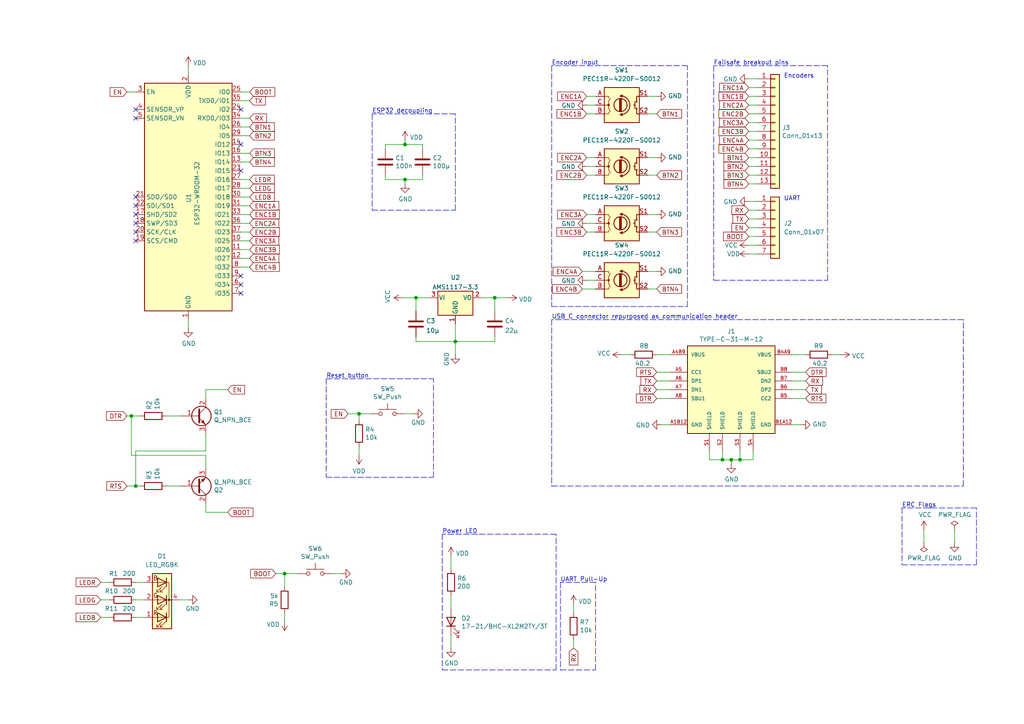
<source format=kicad_sch>
(kicad_sch (version 20211123) (generator eeschema)

  (uuid 98acd83f-4dce-487c-abdd-74c105628a17)

  (paper "A4")

  (title_block
    (title "Heliox Console")
    (date "2021-08-10")
    (rev "v00")
    (comment 4 "Author: GHOSCHT")
  )

  (lib_symbols
    (symbol "Connector_Generic:Conn_01x07" (pin_names (offset 1.016) hide) (in_bom yes) (on_board yes)
      (property "Reference" "J" (id 0) (at 0 10.16 0)
        (effects (font (size 1.27 1.27)))
      )
      (property "Value" "Conn_01x07" (id 1) (at 0 -10.16 0)
        (effects (font (size 1.27 1.27)))
      )
      (property "Footprint" "" (id 2) (at 0 0 0)
        (effects (font (size 1.27 1.27)) hide)
      )
      (property "Datasheet" "~" (id 3) (at 0 0 0)
        (effects (font (size 1.27 1.27)) hide)
      )
      (property "ki_keywords" "connector" (id 4) (at 0 0 0)
        (effects (font (size 1.27 1.27)) hide)
      )
      (property "ki_description" "Generic connector, single row, 01x07, script generated (kicad-library-utils/schlib/autogen/connector/)" (id 5) (at 0 0 0)
        (effects (font (size 1.27 1.27)) hide)
      )
      (property "ki_fp_filters" "Connector*:*_1x??_*" (id 6) (at 0 0 0)
        (effects (font (size 1.27 1.27)) hide)
      )
      (symbol "Conn_01x07_1_1"
        (rectangle (start -1.27 -7.493) (end 0 -7.747)
          (stroke (width 0.1524) (type default) (color 0 0 0 0))
          (fill (type none))
        )
        (rectangle (start -1.27 -4.953) (end 0 -5.207)
          (stroke (width 0.1524) (type default) (color 0 0 0 0))
          (fill (type none))
        )
        (rectangle (start -1.27 -2.413) (end 0 -2.667)
          (stroke (width 0.1524) (type default) (color 0 0 0 0))
          (fill (type none))
        )
        (rectangle (start -1.27 0.127) (end 0 -0.127)
          (stroke (width 0.1524) (type default) (color 0 0 0 0))
          (fill (type none))
        )
        (rectangle (start -1.27 2.667) (end 0 2.413)
          (stroke (width 0.1524) (type default) (color 0 0 0 0))
          (fill (type none))
        )
        (rectangle (start -1.27 5.207) (end 0 4.953)
          (stroke (width 0.1524) (type default) (color 0 0 0 0))
          (fill (type none))
        )
        (rectangle (start -1.27 7.747) (end 0 7.493)
          (stroke (width 0.1524) (type default) (color 0 0 0 0))
          (fill (type none))
        )
        (rectangle (start -1.27 8.89) (end 1.27 -8.89)
          (stroke (width 0.254) (type default) (color 0 0 0 0))
          (fill (type background))
        )
        (pin passive line (at -5.08 7.62 0) (length 3.81)
          (name "Pin_1" (effects (font (size 1.27 1.27))))
          (number "1" (effects (font (size 1.27 1.27))))
        )
        (pin passive line (at -5.08 5.08 0) (length 3.81)
          (name "Pin_2" (effects (font (size 1.27 1.27))))
          (number "2" (effects (font (size 1.27 1.27))))
        )
        (pin passive line (at -5.08 2.54 0) (length 3.81)
          (name "Pin_3" (effects (font (size 1.27 1.27))))
          (number "3" (effects (font (size 1.27 1.27))))
        )
        (pin passive line (at -5.08 0 0) (length 3.81)
          (name "Pin_4" (effects (font (size 1.27 1.27))))
          (number "4" (effects (font (size 1.27 1.27))))
        )
        (pin passive line (at -5.08 -2.54 0) (length 3.81)
          (name "Pin_5" (effects (font (size 1.27 1.27))))
          (number "5" (effects (font (size 1.27 1.27))))
        )
        (pin passive line (at -5.08 -5.08 0) (length 3.81)
          (name "Pin_6" (effects (font (size 1.27 1.27))))
          (number "6" (effects (font (size 1.27 1.27))))
        )
        (pin passive line (at -5.08 -7.62 0) (length 3.81)
          (name "Pin_7" (effects (font (size 1.27 1.27))))
          (number "7" (effects (font (size 1.27 1.27))))
        )
      )
    )
    (symbol "Connector_Generic:Conn_01x13" (pin_names (offset 1.016) hide) (in_bom yes) (on_board yes)
      (property "Reference" "J" (id 0) (at 0 17.78 0)
        (effects (font (size 1.27 1.27)))
      )
      (property "Value" "Conn_01x13" (id 1) (at 0 -17.78 0)
        (effects (font (size 1.27 1.27)))
      )
      (property "Footprint" "" (id 2) (at 0 0 0)
        (effects (font (size 1.27 1.27)) hide)
      )
      (property "Datasheet" "~" (id 3) (at 0 0 0)
        (effects (font (size 1.27 1.27)) hide)
      )
      (property "ki_keywords" "connector" (id 4) (at 0 0 0)
        (effects (font (size 1.27 1.27)) hide)
      )
      (property "ki_description" "Generic connector, single row, 01x13, script generated (kicad-library-utils/schlib/autogen/connector/)" (id 5) (at 0 0 0)
        (effects (font (size 1.27 1.27)) hide)
      )
      (property "ki_fp_filters" "Connector*:*_1x??_*" (id 6) (at 0 0 0)
        (effects (font (size 1.27 1.27)) hide)
      )
      (symbol "Conn_01x13_1_1"
        (rectangle (start -1.27 -15.113) (end 0 -15.367)
          (stroke (width 0.1524) (type default) (color 0 0 0 0))
          (fill (type none))
        )
        (rectangle (start -1.27 -12.573) (end 0 -12.827)
          (stroke (width 0.1524) (type default) (color 0 0 0 0))
          (fill (type none))
        )
        (rectangle (start -1.27 -10.033) (end 0 -10.287)
          (stroke (width 0.1524) (type default) (color 0 0 0 0))
          (fill (type none))
        )
        (rectangle (start -1.27 -7.493) (end 0 -7.747)
          (stroke (width 0.1524) (type default) (color 0 0 0 0))
          (fill (type none))
        )
        (rectangle (start -1.27 -4.953) (end 0 -5.207)
          (stroke (width 0.1524) (type default) (color 0 0 0 0))
          (fill (type none))
        )
        (rectangle (start -1.27 -2.413) (end 0 -2.667)
          (stroke (width 0.1524) (type default) (color 0 0 0 0))
          (fill (type none))
        )
        (rectangle (start -1.27 0.127) (end 0 -0.127)
          (stroke (width 0.1524) (type default) (color 0 0 0 0))
          (fill (type none))
        )
        (rectangle (start -1.27 2.667) (end 0 2.413)
          (stroke (width 0.1524) (type default) (color 0 0 0 0))
          (fill (type none))
        )
        (rectangle (start -1.27 5.207) (end 0 4.953)
          (stroke (width 0.1524) (type default) (color 0 0 0 0))
          (fill (type none))
        )
        (rectangle (start -1.27 7.747) (end 0 7.493)
          (stroke (width 0.1524) (type default) (color 0 0 0 0))
          (fill (type none))
        )
        (rectangle (start -1.27 10.287) (end 0 10.033)
          (stroke (width 0.1524) (type default) (color 0 0 0 0))
          (fill (type none))
        )
        (rectangle (start -1.27 12.827) (end 0 12.573)
          (stroke (width 0.1524) (type default) (color 0 0 0 0))
          (fill (type none))
        )
        (rectangle (start -1.27 15.367) (end 0 15.113)
          (stroke (width 0.1524) (type default) (color 0 0 0 0))
          (fill (type none))
        )
        (rectangle (start -1.27 16.51) (end 1.27 -16.51)
          (stroke (width 0.254) (type default) (color 0 0 0 0))
          (fill (type background))
        )
        (pin passive line (at -5.08 15.24 0) (length 3.81)
          (name "Pin_1" (effects (font (size 1.27 1.27))))
          (number "1" (effects (font (size 1.27 1.27))))
        )
        (pin passive line (at -5.08 -7.62 0) (length 3.81)
          (name "Pin_10" (effects (font (size 1.27 1.27))))
          (number "10" (effects (font (size 1.27 1.27))))
        )
        (pin passive line (at -5.08 -10.16 0) (length 3.81)
          (name "Pin_11" (effects (font (size 1.27 1.27))))
          (number "11" (effects (font (size 1.27 1.27))))
        )
        (pin passive line (at -5.08 -12.7 0) (length 3.81)
          (name "Pin_12" (effects (font (size 1.27 1.27))))
          (number "12" (effects (font (size 1.27 1.27))))
        )
        (pin passive line (at -5.08 -15.24 0) (length 3.81)
          (name "Pin_13" (effects (font (size 1.27 1.27))))
          (number "13" (effects (font (size 1.27 1.27))))
        )
        (pin passive line (at -5.08 12.7 0) (length 3.81)
          (name "Pin_2" (effects (font (size 1.27 1.27))))
          (number "2" (effects (font (size 1.27 1.27))))
        )
        (pin passive line (at -5.08 10.16 0) (length 3.81)
          (name "Pin_3" (effects (font (size 1.27 1.27))))
          (number "3" (effects (font (size 1.27 1.27))))
        )
        (pin passive line (at -5.08 7.62 0) (length 3.81)
          (name "Pin_4" (effects (font (size 1.27 1.27))))
          (number "4" (effects (font (size 1.27 1.27))))
        )
        (pin passive line (at -5.08 5.08 0) (length 3.81)
          (name "Pin_5" (effects (font (size 1.27 1.27))))
          (number "5" (effects (font (size 1.27 1.27))))
        )
        (pin passive line (at -5.08 2.54 0) (length 3.81)
          (name "Pin_6" (effects (font (size 1.27 1.27))))
          (number "6" (effects (font (size 1.27 1.27))))
        )
        (pin passive line (at -5.08 0 0) (length 3.81)
          (name "Pin_7" (effects (font (size 1.27 1.27))))
          (number "7" (effects (font (size 1.27 1.27))))
        )
        (pin passive line (at -5.08 -2.54 0) (length 3.81)
          (name "Pin_8" (effects (font (size 1.27 1.27))))
          (number "8" (effects (font (size 1.27 1.27))))
        )
        (pin passive line (at -5.08 -5.08 0) (length 3.81)
          (name "Pin_9" (effects (font (size 1.27 1.27))))
          (number "9" (effects (font (size 1.27 1.27))))
        )
      )
    )
    (symbol "Device:C" (pin_numbers hide) (pin_names (offset 0.254)) (in_bom yes) (on_board yes)
      (property "Reference" "C" (id 0) (at 0.635 2.54 0)
        (effects (font (size 1.27 1.27)) (justify left))
      )
      (property "Value" "C" (id 1) (at 0.635 -2.54 0)
        (effects (font (size 1.27 1.27)) (justify left))
      )
      (property "Footprint" "" (id 2) (at 0.9652 -3.81 0)
        (effects (font (size 1.27 1.27)) hide)
      )
      (property "Datasheet" "~" (id 3) (at 0 0 0)
        (effects (font (size 1.27 1.27)) hide)
      )
      (property "ki_keywords" "cap capacitor" (id 4) (at 0 0 0)
        (effects (font (size 1.27 1.27)) hide)
      )
      (property "ki_description" "Unpolarized capacitor" (id 5) (at 0 0 0)
        (effects (font (size 1.27 1.27)) hide)
      )
      (property "ki_fp_filters" "C_*" (id 6) (at 0 0 0)
        (effects (font (size 1.27 1.27)) hide)
      )
      (symbol "C_0_1"
        (polyline
          (pts
            (xy -2.032 -0.762)
            (xy 2.032 -0.762)
          )
          (stroke (width 0.508) (type default) (color 0 0 0 0))
          (fill (type none))
        )
        (polyline
          (pts
            (xy -2.032 0.762)
            (xy 2.032 0.762)
          )
          (stroke (width 0.508) (type default) (color 0 0 0 0))
          (fill (type none))
        )
      )
      (symbol "C_1_1"
        (pin passive line (at 0 3.81 270) (length 2.794)
          (name "~" (effects (font (size 1.27 1.27))))
          (number "1" (effects (font (size 1.27 1.27))))
        )
        (pin passive line (at 0 -3.81 90) (length 2.794)
          (name "~" (effects (font (size 1.27 1.27))))
          (number "2" (effects (font (size 1.27 1.27))))
        )
      )
    )
    (symbol "Device:LED" (pin_numbers hide) (pin_names (offset 1.016) hide) (in_bom yes) (on_board yes)
      (property "Reference" "D" (id 0) (at 0 2.54 0)
        (effects (font (size 1.27 1.27)))
      )
      (property "Value" "LED" (id 1) (at 0 -2.54 0)
        (effects (font (size 1.27 1.27)))
      )
      (property "Footprint" "" (id 2) (at 0 0 0)
        (effects (font (size 1.27 1.27)) hide)
      )
      (property "Datasheet" "~" (id 3) (at 0 0 0)
        (effects (font (size 1.27 1.27)) hide)
      )
      (property "ki_keywords" "LED diode" (id 4) (at 0 0 0)
        (effects (font (size 1.27 1.27)) hide)
      )
      (property "ki_description" "Light emitting diode" (id 5) (at 0 0 0)
        (effects (font (size 1.27 1.27)) hide)
      )
      (property "ki_fp_filters" "LED* LED_SMD:* LED_THT:*" (id 6) (at 0 0 0)
        (effects (font (size 1.27 1.27)) hide)
      )
      (symbol "LED_0_1"
        (polyline
          (pts
            (xy -1.27 -1.27)
            (xy -1.27 1.27)
          )
          (stroke (width 0.254) (type default) (color 0 0 0 0))
          (fill (type none))
        )
        (polyline
          (pts
            (xy -1.27 0)
            (xy 1.27 0)
          )
          (stroke (width 0) (type default) (color 0 0 0 0))
          (fill (type none))
        )
        (polyline
          (pts
            (xy 1.27 -1.27)
            (xy 1.27 1.27)
            (xy -1.27 0)
            (xy 1.27 -1.27)
          )
          (stroke (width 0.254) (type default) (color 0 0 0 0))
          (fill (type none))
        )
        (polyline
          (pts
            (xy -3.048 -0.762)
            (xy -4.572 -2.286)
            (xy -3.81 -2.286)
            (xy -4.572 -2.286)
            (xy -4.572 -1.524)
          )
          (stroke (width 0) (type default) (color 0 0 0 0))
          (fill (type none))
        )
        (polyline
          (pts
            (xy -1.778 -0.762)
            (xy -3.302 -2.286)
            (xy -2.54 -2.286)
            (xy -3.302 -2.286)
            (xy -3.302 -1.524)
          )
          (stroke (width 0) (type default) (color 0 0 0 0))
          (fill (type none))
        )
      )
      (symbol "LED_1_1"
        (pin passive line (at -3.81 0 0) (length 2.54)
          (name "K" (effects (font (size 1.27 1.27))))
          (number "1" (effects (font (size 1.27 1.27))))
        )
        (pin passive line (at 3.81 0 180) (length 2.54)
          (name "A" (effects (font (size 1.27 1.27))))
          (number "2" (effects (font (size 1.27 1.27))))
        )
      )
    )
    (symbol "Device:LED_RGBK" (pin_names (offset 0) hide) (in_bom yes) (on_board yes)
      (property "Reference" "D" (id 0) (at 0 9.398 0)
        (effects (font (size 1.27 1.27)))
      )
      (property "Value" "LED_RGBK" (id 1) (at 0 -8.89 0)
        (effects (font (size 1.27 1.27)))
      )
      (property "Footprint" "" (id 2) (at 0 -1.27 0)
        (effects (font (size 1.27 1.27)) hide)
      )
      (property "Datasheet" "~" (id 3) (at 0 -1.27 0)
        (effects (font (size 1.27 1.27)) hide)
      )
      (property "ki_keywords" "LED RGB diode" (id 4) (at 0 0 0)
        (effects (font (size 1.27 1.27)) hide)
      )
      (property "ki_description" "RGB LED, red/green/blue/cathode" (id 5) (at 0 0 0)
        (effects (font (size 1.27 1.27)) hide)
      )
      (property "ki_fp_filters" "LED* LED_SMD:* LED_THT:*" (id 6) (at 0 0 0)
        (effects (font (size 1.27 1.27)) hide)
      )
      (symbol "LED_RGBK_0_0"
        (text "B" (at 1.905 -6.35 0)
          (effects (font (size 1.27 1.27)))
        )
        (text "G" (at 1.905 -1.27 0)
          (effects (font (size 1.27 1.27)))
        )
        (text "R" (at 1.905 3.81 0)
          (effects (font (size 1.27 1.27)))
        )
      )
      (symbol "LED_RGBK_0_1"
        (circle (center -2.032 0) (radius 0.254)
          (stroke (width 0) (type default) (color 0 0 0 0))
          (fill (type outline))
        )
        (polyline
          (pts
            (xy -1.27 -5.08)
            (xy 1.27 -5.08)
          )
          (stroke (width 0) (type default) (color 0 0 0 0))
          (fill (type none))
        )
        (polyline
          (pts
            (xy -1.27 -3.81)
            (xy -1.27 -6.35)
          )
          (stroke (width 0.254) (type default) (color 0 0 0 0))
          (fill (type none))
        )
        (polyline
          (pts
            (xy -1.27 0)
            (xy -2.54 0)
          )
          (stroke (width 0) (type default) (color 0 0 0 0))
          (fill (type none))
        )
        (polyline
          (pts
            (xy -1.27 1.27)
            (xy -1.27 -1.27)
          )
          (stroke (width 0.254) (type default) (color 0 0 0 0))
          (fill (type none))
        )
        (polyline
          (pts
            (xy -1.27 5.08)
            (xy 1.27 5.08)
          )
          (stroke (width 0) (type default) (color 0 0 0 0))
          (fill (type none))
        )
        (polyline
          (pts
            (xy -1.27 6.35)
            (xy -1.27 3.81)
          )
          (stroke (width 0.254) (type default) (color 0 0 0 0))
          (fill (type none))
        )
        (polyline
          (pts
            (xy 1.27 -5.08)
            (xy 2.54 -5.08)
          )
          (stroke (width 0) (type default) (color 0 0 0 0))
          (fill (type none))
        )
        (polyline
          (pts
            (xy 1.27 0)
            (xy -1.27 0)
          )
          (stroke (width 0) (type default) (color 0 0 0 0))
          (fill (type none))
        )
        (polyline
          (pts
            (xy 1.27 0)
            (xy 2.54 0)
          )
          (stroke (width 0) (type default) (color 0 0 0 0))
          (fill (type none))
        )
        (polyline
          (pts
            (xy 1.27 5.08)
            (xy 2.54 5.08)
          )
          (stroke (width 0) (type default) (color 0 0 0 0))
          (fill (type none))
        )
        (polyline
          (pts
            (xy -1.27 1.27)
            (xy -1.27 -1.27)
            (xy -1.27 -1.27)
          )
          (stroke (width 0) (type default) (color 0 0 0 0))
          (fill (type none))
        )
        (polyline
          (pts
            (xy -1.27 6.35)
            (xy -1.27 3.81)
            (xy -1.27 3.81)
          )
          (stroke (width 0) (type default) (color 0 0 0 0))
          (fill (type none))
        )
        (polyline
          (pts
            (xy -1.27 5.08)
            (xy -2.032 5.08)
            (xy -2.032 -5.08)
            (xy -1.016 -5.08)
          )
          (stroke (width 0) (type default) (color 0 0 0 0))
          (fill (type none))
        )
        (polyline
          (pts
            (xy 1.27 -3.81)
            (xy 1.27 -6.35)
            (xy -1.27 -5.08)
            (xy 1.27 -3.81)
          )
          (stroke (width 0.254) (type default) (color 0 0 0 0))
          (fill (type none))
        )
        (polyline
          (pts
            (xy 1.27 1.27)
            (xy 1.27 -1.27)
            (xy -1.27 0)
            (xy 1.27 1.27)
          )
          (stroke (width 0.254) (type default) (color 0 0 0 0))
          (fill (type none))
        )
        (polyline
          (pts
            (xy 1.27 6.35)
            (xy 1.27 3.81)
            (xy -1.27 5.08)
            (xy 1.27 6.35)
          )
          (stroke (width 0.254) (type default) (color 0 0 0 0))
          (fill (type none))
        )
        (polyline
          (pts
            (xy -1.016 -3.81)
            (xy 0.508 -2.286)
            (xy -0.254 -2.286)
            (xy 0.508 -2.286)
            (xy 0.508 -3.048)
          )
          (stroke (width 0) (type default) (color 0 0 0 0))
          (fill (type none))
        )
        (polyline
          (pts
            (xy -1.016 1.27)
            (xy 0.508 2.794)
            (xy -0.254 2.794)
            (xy 0.508 2.794)
            (xy 0.508 2.032)
          )
          (stroke (width 0) (type default) (color 0 0 0 0))
          (fill (type none))
        )
        (polyline
          (pts
            (xy -1.016 6.35)
            (xy 0.508 7.874)
            (xy -0.254 7.874)
            (xy 0.508 7.874)
            (xy 0.508 7.112)
          )
          (stroke (width 0) (type default) (color 0 0 0 0))
          (fill (type none))
        )
        (polyline
          (pts
            (xy 0 -3.81)
            (xy 1.524 -2.286)
            (xy 0.762 -2.286)
            (xy 1.524 -2.286)
            (xy 1.524 -3.048)
          )
          (stroke (width 0) (type default) (color 0 0 0 0))
          (fill (type none))
        )
        (polyline
          (pts
            (xy 0 1.27)
            (xy 1.524 2.794)
            (xy 0.762 2.794)
            (xy 1.524 2.794)
            (xy 1.524 2.032)
          )
          (stroke (width 0) (type default) (color 0 0 0 0))
          (fill (type none))
        )
        (polyline
          (pts
            (xy 0 6.35)
            (xy 1.524 7.874)
            (xy 0.762 7.874)
            (xy 1.524 7.874)
            (xy 1.524 7.112)
          )
          (stroke (width 0) (type default) (color 0 0 0 0))
          (fill (type none))
        )
        (rectangle (start 1.27 -1.27) (end 1.27 1.27)
          (stroke (width 0) (type default) (color 0 0 0 0))
          (fill (type none))
        )
        (rectangle (start 1.27 1.27) (end 1.27 1.27)
          (stroke (width 0) (type default) (color 0 0 0 0))
          (fill (type none))
        )
        (rectangle (start 1.27 3.81) (end 1.27 6.35)
          (stroke (width 0) (type default) (color 0 0 0 0))
          (fill (type none))
        )
        (rectangle (start 1.27 6.35) (end 1.27 6.35)
          (stroke (width 0) (type default) (color 0 0 0 0))
          (fill (type none))
        )
        (rectangle (start 2.794 8.382) (end -2.794 -7.62)
          (stroke (width 0.254) (type default) (color 0 0 0 0))
          (fill (type background))
        )
      )
      (symbol "LED_RGBK_1_1"
        (pin passive line (at 5.08 5.08 180) (length 2.54)
          (name "RA" (effects (font (size 1.27 1.27))))
          (number "1" (effects (font (size 1.27 1.27))))
        )
        (pin passive line (at 5.08 0 180) (length 2.54)
          (name "GA" (effects (font (size 1.27 1.27))))
          (number "2" (effects (font (size 1.27 1.27))))
        )
        (pin passive line (at 5.08 -5.08 180) (length 2.54)
          (name "BA" (effects (font (size 1.27 1.27))))
          (number "3" (effects (font (size 1.27 1.27))))
        )
        (pin passive line (at -5.08 0 0) (length 2.54)
          (name "K" (effects (font (size 1.27 1.27))))
          (number "4" (effects (font (size 1.27 1.27))))
        )
      )
    )
    (symbol "Device:Q_NPN_BCE" (pin_names (offset 0) hide) (in_bom yes) (on_board yes)
      (property "Reference" "Q" (id 0) (at 5.08 1.27 0)
        (effects (font (size 1.27 1.27)) (justify left))
      )
      (property "Value" "Q_NPN_BCE" (id 1) (at 5.08 -1.27 0)
        (effects (font (size 1.27 1.27)) (justify left))
      )
      (property "Footprint" "" (id 2) (at 5.08 2.54 0)
        (effects (font (size 1.27 1.27)) hide)
      )
      (property "Datasheet" "~" (id 3) (at 0 0 0)
        (effects (font (size 1.27 1.27)) hide)
      )
      (property "ki_keywords" "transistor NPN" (id 4) (at 0 0 0)
        (effects (font (size 1.27 1.27)) hide)
      )
      (property "ki_description" "NPN transistor, base/collector/emitter" (id 5) (at 0 0 0)
        (effects (font (size 1.27 1.27)) hide)
      )
      (symbol "Q_NPN_BCE_0_1"
        (polyline
          (pts
            (xy 0.635 0.635)
            (xy 2.54 2.54)
          )
          (stroke (width 0) (type default) (color 0 0 0 0))
          (fill (type none))
        )
        (polyline
          (pts
            (xy 0.635 -0.635)
            (xy 2.54 -2.54)
            (xy 2.54 -2.54)
          )
          (stroke (width 0) (type default) (color 0 0 0 0))
          (fill (type none))
        )
        (polyline
          (pts
            (xy 0.635 1.905)
            (xy 0.635 -1.905)
            (xy 0.635 -1.905)
          )
          (stroke (width 0.508) (type default) (color 0 0 0 0))
          (fill (type none))
        )
        (polyline
          (pts
            (xy 1.27 -1.778)
            (xy 1.778 -1.27)
            (xy 2.286 -2.286)
            (xy 1.27 -1.778)
            (xy 1.27 -1.778)
          )
          (stroke (width 0) (type default) (color 0 0 0 0))
          (fill (type outline))
        )
        (circle (center 1.27 0) (radius 2.8194)
          (stroke (width 0.254) (type default) (color 0 0 0 0))
          (fill (type none))
        )
      )
      (symbol "Q_NPN_BCE_1_1"
        (pin input line (at -5.08 0 0) (length 5.715)
          (name "B" (effects (font (size 1.27 1.27))))
          (number "1" (effects (font (size 1.27 1.27))))
        )
        (pin passive line (at 2.54 5.08 270) (length 2.54)
          (name "C" (effects (font (size 1.27 1.27))))
          (number "2" (effects (font (size 1.27 1.27))))
        )
        (pin passive line (at 2.54 -5.08 90) (length 2.54)
          (name "E" (effects (font (size 1.27 1.27))))
          (number "3" (effects (font (size 1.27 1.27))))
        )
      )
    )
    (symbol "Device:R" (pin_numbers hide) (pin_names (offset 0)) (in_bom yes) (on_board yes)
      (property "Reference" "R" (id 0) (at 2.032 0 90)
        (effects (font (size 1.27 1.27)))
      )
      (property "Value" "R" (id 1) (at 0 0 90)
        (effects (font (size 1.27 1.27)))
      )
      (property "Footprint" "" (id 2) (at -1.778 0 90)
        (effects (font (size 1.27 1.27)) hide)
      )
      (property "Datasheet" "~" (id 3) (at 0 0 0)
        (effects (font (size 1.27 1.27)) hide)
      )
      (property "ki_keywords" "R res resistor" (id 4) (at 0 0 0)
        (effects (font (size 1.27 1.27)) hide)
      )
      (property "ki_description" "Resistor" (id 5) (at 0 0 0)
        (effects (font (size 1.27 1.27)) hide)
      )
      (property "ki_fp_filters" "R_*" (id 6) (at 0 0 0)
        (effects (font (size 1.27 1.27)) hide)
      )
      (symbol "R_0_1"
        (rectangle (start -1.016 -2.54) (end 1.016 2.54)
          (stroke (width 0.254) (type default) (color 0 0 0 0))
          (fill (type none))
        )
      )
      (symbol "R_1_1"
        (pin passive line (at 0 3.81 270) (length 1.27)
          (name "~" (effects (font (size 1.27 1.27))))
          (number "1" (effects (font (size 1.27 1.27))))
        )
        (pin passive line (at 0 -3.81 90) (length 1.27)
          (name "~" (effects (font (size 1.27 1.27))))
          (number "2" (effects (font (size 1.27 1.27))))
        )
      )
    )
    (symbol "Device:RotaryEncoder_Switch" (pin_names (offset 0.254) hide) (in_bom yes) (on_board yes)
      (property "Reference" "SW" (id 0) (at 0 6.604 0)
        (effects (font (size 1.27 1.27)))
      )
      (property "Value" "RotaryEncoder_Switch" (id 1) (at 0 -6.604 0)
        (effects (font (size 1.27 1.27)))
      )
      (property "Footprint" "" (id 2) (at -3.81 4.064 0)
        (effects (font (size 1.27 1.27)) hide)
      )
      (property "Datasheet" "~" (id 3) (at 0 6.604 0)
        (effects (font (size 1.27 1.27)) hide)
      )
      (property "ki_keywords" "rotary switch encoder switch push button" (id 4) (at 0 0 0)
        (effects (font (size 1.27 1.27)) hide)
      )
      (property "ki_description" "Rotary encoder, dual channel, incremental quadrate outputs, with switch" (id 5) (at 0 0 0)
        (effects (font (size 1.27 1.27)) hide)
      )
      (property "ki_fp_filters" "RotaryEncoder*Switch*" (id 6) (at 0 0 0)
        (effects (font (size 1.27 1.27)) hide)
      )
      (symbol "RotaryEncoder_Switch_0_1"
        (rectangle (start -5.08 5.08) (end 5.08 -5.08)
          (stroke (width 0.254) (type default) (color 0 0 0 0))
          (fill (type background))
        )
        (circle (center -3.81 0) (radius 0.254)
          (stroke (width 0) (type default) (color 0 0 0 0))
          (fill (type outline))
        )
        (arc (start -0.381 -2.794) (mid 2.3622 -0.0635) (end -0.381 2.667)
          (stroke (width 0.254) (type default) (color 0 0 0 0))
          (fill (type none))
        )
        (circle (center -0.381 0) (radius 1.905)
          (stroke (width 0.254) (type default) (color 0 0 0 0))
          (fill (type none))
        )
        (polyline
          (pts
            (xy -0.635 -1.778)
            (xy -0.635 1.778)
          )
          (stroke (width 0.254) (type default) (color 0 0 0 0))
          (fill (type none))
        )
        (polyline
          (pts
            (xy -0.381 -1.778)
            (xy -0.381 1.778)
          )
          (stroke (width 0.254) (type default) (color 0 0 0 0))
          (fill (type none))
        )
        (polyline
          (pts
            (xy -0.127 1.778)
            (xy -0.127 -1.778)
          )
          (stroke (width 0.254) (type default) (color 0 0 0 0))
          (fill (type none))
        )
        (polyline
          (pts
            (xy 3.81 0)
            (xy 3.429 0)
          )
          (stroke (width 0.254) (type default) (color 0 0 0 0))
          (fill (type none))
        )
        (polyline
          (pts
            (xy 3.81 1.016)
            (xy 3.81 -1.016)
          )
          (stroke (width 0.254) (type default) (color 0 0 0 0))
          (fill (type none))
        )
        (polyline
          (pts
            (xy -5.08 -2.54)
            (xy -3.81 -2.54)
            (xy -3.81 -2.032)
          )
          (stroke (width 0) (type default) (color 0 0 0 0))
          (fill (type none))
        )
        (polyline
          (pts
            (xy -5.08 2.54)
            (xy -3.81 2.54)
            (xy -3.81 2.032)
          )
          (stroke (width 0) (type default) (color 0 0 0 0))
          (fill (type none))
        )
        (polyline
          (pts
            (xy 0.254 -3.048)
            (xy -0.508 -2.794)
            (xy 0.127 -2.413)
          )
          (stroke (width 0.254) (type default) (color 0 0 0 0))
          (fill (type none))
        )
        (polyline
          (pts
            (xy 0.254 2.921)
            (xy -0.508 2.667)
            (xy 0.127 2.286)
          )
          (stroke (width 0.254) (type default) (color 0 0 0 0))
          (fill (type none))
        )
        (polyline
          (pts
            (xy 5.08 -2.54)
            (xy 4.318 -2.54)
            (xy 4.318 -1.016)
          )
          (stroke (width 0.254) (type default) (color 0 0 0 0))
          (fill (type none))
        )
        (polyline
          (pts
            (xy 5.08 2.54)
            (xy 4.318 2.54)
            (xy 4.318 1.016)
          )
          (stroke (width 0.254) (type default) (color 0 0 0 0))
          (fill (type none))
        )
        (polyline
          (pts
            (xy -5.08 0)
            (xy -3.81 0)
            (xy -3.81 -1.016)
            (xy -3.302 -2.032)
          )
          (stroke (width 0) (type default) (color 0 0 0 0))
          (fill (type none))
        )
        (polyline
          (pts
            (xy -4.318 0)
            (xy -3.81 0)
            (xy -3.81 1.016)
            (xy -3.302 2.032)
          )
          (stroke (width 0) (type default) (color 0 0 0 0))
          (fill (type none))
        )
        (circle (center 4.318 -1.016) (radius 0.127)
          (stroke (width 0.254) (type default) (color 0 0 0 0))
          (fill (type none))
        )
        (circle (center 4.318 1.016) (radius 0.127)
          (stroke (width 0.254) (type default) (color 0 0 0 0))
          (fill (type none))
        )
      )
      (symbol "RotaryEncoder_Switch_1_1"
        (pin passive line (at -7.62 2.54 0) (length 2.54)
          (name "A" (effects (font (size 1.27 1.27))))
          (number "A" (effects (font (size 1.27 1.27))))
        )
        (pin passive line (at -7.62 -2.54 0) (length 2.54)
          (name "B" (effects (font (size 1.27 1.27))))
          (number "B" (effects (font (size 1.27 1.27))))
        )
        (pin passive line (at -7.62 0 0) (length 2.54)
          (name "C" (effects (font (size 1.27 1.27))))
          (number "C" (effects (font (size 1.27 1.27))))
        )
        (pin passive line (at 7.62 2.54 180) (length 2.54)
          (name "S1" (effects (font (size 1.27 1.27))))
          (number "S1" (effects (font (size 1.27 1.27))))
        )
        (pin passive line (at 7.62 -2.54 180) (length 2.54)
          (name "S2" (effects (font (size 1.27 1.27))))
          (number "S2" (effects (font (size 1.27 1.27))))
        )
      )
    )
    (symbol "RF_Module:ESP32-WROOM-32" (in_bom yes) (on_board yes)
      (property "Reference" "U" (id 0) (at -12.7 34.29 0)
        (effects (font (size 1.27 1.27)) (justify left))
      )
      (property "Value" "ESP32-WROOM-32" (id 1) (at 1.27 34.29 0)
        (effects (font (size 1.27 1.27)) (justify left))
      )
      (property "Footprint" "RF_Module:ESP32-WROOM-32" (id 2) (at 0 -38.1 0)
        (effects (font (size 1.27 1.27)) hide)
      )
      (property "Datasheet" "https://www.espressif.com/sites/default/files/documentation/esp32-wroom-32_datasheet_en.pdf" (id 3) (at -7.62 1.27 0)
        (effects (font (size 1.27 1.27)) hide)
      )
      (property "ki_keywords" "RF Radio BT ESP ESP32 Espressif onboard PCB antenna" (id 4) (at 0 0 0)
        (effects (font (size 1.27 1.27)) hide)
      )
      (property "ki_description" "RF Module, ESP32-D0WDQ6 SoC, Wi-Fi 802.11b/g/n, Bluetooth, BLE, 32-bit, 2.7-3.6V, onboard antenna, SMD" (id 5) (at 0 0 0)
        (effects (font (size 1.27 1.27)) hide)
      )
      (property "ki_fp_filters" "ESP32?WROOM?32*" (id 6) (at 0 0 0)
        (effects (font (size 1.27 1.27)) hide)
      )
      (symbol "ESP32-WROOM-32_0_1"
        (rectangle (start -12.7 33.02) (end 12.7 -33.02)
          (stroke (width 0.254) (type default) (color 0 0 0 0))
          (fill (type background))
        )
      )
      (symbol "ESP32-WROOM-32_1_1"
        (pin power_in line (at 0 -35.56 90) (length 2.54)
          (name "GND" (effects (font (size 1.27 1.27))))
          (number "1" (effects (font (size 1.27 1.27))))
        )
        (pin bidirectional line (at 15.24 -12.7 180) (length 2.54)
          (name "IO25" (effects (font (size 1.27 1.27))))
          (number "10" (effects (font (size 1.27 1.27))))
        )
        (pin bidirectional line (at 15.24 -15.24 180) (length 2.54)
          (name "IO26" (effects (font (size 1.27 1.27))))
          (number "11" (effects (font (size 1.27 1.27))))
        )
        (pin bidirectional line (at 15.24 -17.78 180) (length 2.54)
          (name "IO27" (effects (font (size 1.27 1.27))))
          (number "12" (effects (font (size 1.27 1.27))))
        )
        (pin bidirectional line (at 15.24 10.16 180) (length 2.54)
          (name "IO14" (effects (font (size 1.27 1.27))))
          (number "13" (effects (font (size 1.27 1.27))))
        )
        (pin bidirectional line (at 15.24 15.24 180) (length 2.54)
          (name "IO12" (effects (font (size 1.27 1.27))))
          (number "14" (effects (font (size 1.27 1.27))))
        )
        (pin passive line (at 0 -35.56 90) (length 2.54) hide
          (name "GND" (effects (font (size 1.27 1.27))))
          (number "15" (effects (font (size 1.27 1.27))))
        )
        (pin bidirectional line (at 15.24 12.7 180) (length 2.54)
          (name "IO13" (effects (font (size 1.27 1.27))))
          (number "16" (effects (font (size 1.27 1.27))))
        )
        (pin bidirectional line (at -15.24 -5.08 0) (length 2.54)
          (name "SHD/SD2" (effects (font (size 1.27 1.27))))
          (number "17" (effects (font (size 1.27 1.27))))
        )
        (pin bidirectional line (at -15.24 -7.62 0) (length 2.54)
          (name "SWP/SD3" (effects (font (size 1.27 1.27))))
          (number "18" (effects (font (size 1.27 1.27))))
        )
        (pin bidirectional line (at -15.24 -12.7 0) (length 2.54)
          (name "SCS/CMD" (effects (font (size 1.27 1.27))))
          (number "19" (effects (font (size 1.27 1.27))))
        )
        (pin power_in line (at 0 35.56 270) (length 2.54)
          (name "VDD" (effects (font (size 1.27 1.27))))
          (number "2" (effects (font (size 1.27 1.27))))
        )
        (pin bidirectional line (at -15.24 -10.16 0) (length 2.54)
          (name "SCK/CLK" (effects (font (size 1.27 1.27))))
          (number "20" (effects (font (size 1.27 1.27))))
        )
        (pin bidirectional line (at -15.24 0 0) (length 2.54)
          (name "SDO/SD0" (effects (font (size 1.27 1.27))))
          (number "21" (effects (font (size 1.27 1.27))))
        )
        (pin bidirectional line (at -15.24 -2.54 0) (length 2.54)
          (name "SDI/SD1" (effects (font (size 1.27 1.27))))
          (number "22" (effects (font (size 1.27 1.27))))
        )
        (pin bidirectional line (at 15.24 7.62 180) (length 2.54)
          (name "IO15" (effects (font (size 1.27 1.27))))
          (number "23" (effects (font (size 1.27 1.27))))
        )
        (pin bidirectional line (at 15.24 25.4 180) (length 2.54)
          (name "IO2" (effects (font (size 1.27 1.27))))
          (number "24" (effects (font (size 1.27 1.27))))
        )
        (pin bidirectional line (at 15.24 30.48 180) (length 2.54)
          (name "IO0" (effects (font (size 1.27 1.27))))
          (number "25" (effects (font (size 1.27 1.27))))
        )
        (pin bidirectional line (at 15.24 20.32 180) (length 2.54)
          (name "IO4" (effects (font (size 1.27 1.27))))
          (number "26" (effects (font (size 1.27 1.27))))
        )
        (pin bidirectional line (at 15.24 5.08 180) (length 2.54)
          (name "IO16" (effects (font (size 1.27 1.27))))
          (number "27" (effects (font (size 1.27 1.27))))
        )
        (pin bidirectional line (at 15.24 2.54 180) (length 2.54)
          (name "IO17" (effects (font (size 1.27 1.27))))
          (number "28" (effects (font (size 1.27 1.27))))
        )
        (pin bidirectional line (at 15.24 17.78 180) (length 2.54)
          (name "IO5" (effects (font (size 1.27 1.27))))
          (number "29" (effects (font (size 1.27 1.27))))
        )
        (pin input line (at -15.24 30.48 0) (length 2.54)
          (name "EN" (effects (font (size 1.27 1.27))))
          (number "3" (effects (font (size 1.27 1.27))))
        )
        (pin bidirectional line (at 15.24 0 180) (length 2.54)
          (name "IO18" (effects (font (size 1.27 1.27))))
          (number "30" (effects (font (size 1.27 1.27))))
        )
        (pin bidirectional line (at 15.24 -2.54 180) (length 2.54)
          (name "IO19" (effects (font (size 1.27 1.27))))
          (number "31" (effects (font (size 1.27 1.27))))
        )
        (pin no_connect line (at -12.7 -27.94 0) (length 2.54) hide
          (name "NC" (effects (font (size 1.27 1.27))))
          (number "32" (effects (font (size 1.27 1.27))))
        )
        (pin bidirectional line (at 15.24 -5.08 180) (length 2.54)
          (name "IO21" (effects (font (size 1.27 1.27))))
          (number "33" (effects (font (size 1.27 1.27))))
        )
        (pin bidirectional line (at 15.24 22.86 180) (length 2.54)
          (name "RXD0/IO3" (effects (font (size 1.27 1.27))))
          (number "34" (effects (font (size 1.27 1.27))))
        )
        (pin bidirectional line (at 15.24 27.94 180) (length 2.54)
          (name "TXD0/IO1" (effects (font (size 1.27 1.27))))
          (number "35" (effects (font (size 1.27 1.27))))
        )
        (pin bidirectional line (at 15.24 -7.62 180) (length 2.54)
          (name "IO22" (effects (font (size 1.27 1.27))))
          (number "36" (effects (font (size 1.27 1.27))))
        )
        (pin bidirectional line (at 15.24 -10.16 180) (length 2.54)
          (name "IO23" (effects (font (size 1.27 1.27))))
          (number "37" (effects (font (size 1.27 1.27))))
        )
        (pin passive line (at 0 -35.56 90) (length 2.54) hide
          (name "GND" (effects (font (size 1.27 1.27))))
          (number "38" (effects (font (size 1.27 1.27))))
        )
        (pin passive line (at 0 -35.56 90) (length 2.54) hide
          (name "GND" (effects (font (size 1.27 1.27))))
          (number "39" (effects (font (size 1.27 1.27))))
        )
        (pin input line (at -15.24 25.4 0) (length 2.54)
          (name "SENSOR_VP" (effects (font (size 1.27 1.27))))
          (number "4" (effects (font (size 1.27 1.27))))
        )
        (pin input line (at -15.24 22.86 0) (length 2.54)
          (name "SENSOR_VN" (effects (font (size 1.27 1.27))))
          (number "5" (effects (font (size 1.27 1.27))))
        )
        (pin input line (at 15.24 -25.4 180) (length 2.54)
          (name "IO34" (effects (font (size 1.27 1.27))))
          (number "6" (effects (font (size 1.27 1.27))))
        )
        (pin input line (at 15.24 -27.94 180) (length 2.54)
          (name "IO35" (effects (font (size 1.27 1.27))))
          (number "7" (effects (font (size 1.27 1.27))))
        )
        (pin bidirectional line (at 15.24 -20.32 180) (length 2.54)
          (name "IO32" (effects (font (size 1.27 1.27))))
          (number "8" (effects (font (size 1.27 1.27))))
        )
        (pin bidirectional line (at 15.24 -22.86 180) (length 2.54)
          (name "IO33" (effects (font (size 1.27 1.27))))
          (number "9" (effects (font (size 1.27 1.27))))
        )
      )
    )
    (symbol "Regulator_Linear:AMS1117-3.3" (pin_names (offset 0.254)) (in_bom yes) (on_board yes)
      (property "Reference" "U" (id 0) (at -3.81 3.175 0)
        (effects (font (size 1.27 1.27)))
      )
      (property "Value" "AMS1117-3.3" (id 1) (at 0 3.175 0)
        (effects (font (size 1.27 1.27)) (justify left))
      )
      (property "Footprint" "Package_TO_SOT_SMD:SOT-223-3_TabPin2" (id 2) (at 0 5.08 0)
        (effects (font (size 1.27 1.27)) hide)
      )
      (property "Datasheet" "http://www.advanced-monolithic.com/pdf/ds1117.pdf" (id 3) (at 2.54 -6.35 0)
        (effects (font (size 1.27 1.27)) hide)
      )
      (property "ki_keywords" "linear regulator ldo fixed positive" (id 4) (at 0 0 0)
        (effects (font (size 1.27 1.27)) hide)
      )
      (property "ki_description" "1A Low Dropout regulator, positive, 3.3V fixed output, SOT-223" (id 5) (at 0 0 0)
        (effects (font (size 1.27 1.27)) hide)
      )
      (property "ki_fp_filters" "SOT?223*TabPin2*" (id 6) (at 0 0 0)
        (effects (font (size 1.27 1.27)) hide)
      )
      (symbol "AMS1117-3.3_0_1"
        (rectangle (start -5.08 -5.08) (end 5.08 1.905)
          (stroke (width 0.254) (type default) (color 0 0 0 0))
          (fill (type background))
        )
      )
      (symbol "AMS1117-3.3_1_1"
        (pin power_in line (at 0 -7.62 90) (length 2.54)
          (name "GND" (effects (font (size 1.27 1.27))))
          (number "1" (effects (font (size 1.27 1.27))))
        )
        (pin power_out line (at 7.62 0 180) (length 2.54)
          (name "VO" (effects (font (size 1.27 1.27))))
          (number "2" (effects (font (size 1.27 1.27))))
        )
        (pin power_in line (at -7.62 0 0) (length 2.54)
          (name "VI" (effects (font (size 1.27 1.27))))
          (number "3" (effects (font (size 1.27 1.27))))
        )
      )
    )
    (symbol "Switch:SW_Push" (pin_numbers hide) (pin_names (offset 1.016) hide) (in_bom yes) (on_board yes)
      (property "Reference" "SW" (id 0) (at 1.27 2.54 0)
        (effects (font (size 1.27 1.27)) (justify left))
      )
      (property "Value" "SW_Push" (id 1) (at 0 -1.524 0)
        (effects (font (size 1.27 1.27)))
      )
      (property "Footprint" "" (id 2) (at 0 5.08 0)
        (effects (font (size 1.27 1.27)) hide)
      )
      (property "Datasheet" "~" (id 3) (at 0 5.08 0)
        (effects (font (size 1.27 1.27)) hide)
      )
      (property "ki_keywords" "switch normally-open pushbutton push-button" (id 4) (at 0 0 0)
        (effects (font (size 1.27 1.27)) hide)
      )
      (property "ki_description" "Push button switch, generic, two pins" (id 5) (at 0 0 0)
        (effects (font (size 1.27 1.27)) hide)
      )
      (symbol "SW_Push_0_1"
        (circle (center -2.032 0) (radius 0.508)
          (stroke (width 0) (type default) (color 0 0 0 0))
          (fill (type none))
        )
        (polyline
          (pts
            (xy 0 1.27)
            (xy 0 3.048)
          )
          (stroke (width 0) (type default) (color 0 0 0 0))
          (fill (type none))
        )
        (polyline
          (pts
            (xy 2.54 1.27)
            (xy -2.54 1.27)
          )
          (stroke (width 0) (type default) (color 0 0 0 0))
          (fill (type none))
        )
        (circle (center 2.032 0) (radius 0.508)
          (stroke (width 0) (type default) (color 0 0 0 0))
          (fill (type none))
        )
        (pin passive line (at -5.08 0 0) (length 2.54)
          (name "1" (effects (font (size 1.27 1.27))))
          (number "1" (effects (font (size 1.27 1.27))))
        )
        (pin passive line (at 5.08 0 180) (length 2.54)
          (name "2" (effects (font (size 1.27 1.27))))
          (number "2" (effects (font (size 1.27 1.27))))
        )
      )
    )
    (symbol "TYPE-C-31-M-12:TYPE-C-31-M-12" (pin_names (offset 1.016)) (in_bom yes) (on_board yes)
      (property "Reference" "J" (id 0) (at -1.27 15.24 0)
        (effects (font (size 1.27 1.27)) (justify left bottom))
      )
      (property "Value" "TYPE-C-31-M-12" (id 1) (at -10.16 13.208 0)
        (effects (font (size 1.27 1.27)) (justify left bottom))
      )
      (property "Footprint" "HRO_TYPE-C-31-M-12" (id 2) (at 0 0 0)
        (effects (font (size 1.27 1.27)) (justify left bottom) hide)
      )
      (property "Datasheet" "" (id 3) (at 0 0 0)
        (effects (font (size 1.27 1.27)) (justify left bottom) hide)
      )
      (property "MAXIMUM_PACKAGE_HEIGHT" "3.31mm" (id 4) (at 0 0 0)
        (effects (font (size 1.27 1.27)) (justify left bottom) hide)
      )
      (property "STANDARD" "Manufacturer Recommendations" (id 5) (at 0 0 0)
        (effects (font (size 1.27 1.27)) (justify left bottom) hide)
      )
      (property "PARTREV" "A" (id 6) (at 0 0 0)
        (effects (font (size 1.27 1.27)) (justify left bottom) hide)
      )
      (property "MANUFACTURER" "HRO Electronics" (id 7) (at 0 0 0)
        (effects (font (size 1.27 1.27)) (justify left bottom) hide)
      )
      (property "ki_locked" "" (id 8) (at 0 0 0)
        (effects (font (size 1.27 1.27)))
      )
      (symbol "TYPE-C-31-M-12_0_0"
        (rectangle (start -12.7 -12.7) (end 12.7 12.7)
          (stroke (width 0.254) (type default) (color 0 0 0 0))
          (fill (type background))
        )
        (pin power_in line (at -17.78 -10.16 0) (length 5.08)
          (name "GND" (effects (font (size 1.016 1.016))))
          (number "A1B12" (effects (font (size 1.016 1.016))))
        )
        (pin power_in line (at -17.78 10.16 0) (length 5.08)
          (name "VBUS" (effects (font (size 1.016 1.016))))
          (number "A4B9" (effects (font (size 1.016 1.016))))
        )
        (pin bidirectional line (at -17.78 5.08 0) (length 5.08)
          (name "CC1" (effects (font (size 1.016 1.016))))
          (number "A5" (effects (font (size 1.016 1.016))))
        )
        (pin bidirectional line (at -17.78 2.54 0) (length 5.08)
          (name "DP1" (effects (font (size 1.016 1.016))))
          (number "A6" (effects (font (size 1.016 1.016))))
        )
        (pin bidirectional line (at -17.78 0 0) (length 5.08)
          (name "DN1" (effects (font (size 1.016 1.016))))
          (number "A7" (effects (font (size 1.016 1.016))))
        )
        (pin bidirectional line (at -17.78 -2.54 0) (length 5.08)
          (name "SBU1" (effects (font (size 1.016 1.016))))
          (number "A8" (effects (font (size 1.016 1.016))))
        )
        (pin power_in line (at 17.78 -10.16 180) (length 5.08)
          (name "GND" (effects (font (size 1.016 1.016))))
          (number "B1A12" (effects (font (size 1.016 1.016))))
        )
        (pin power_in line (at 17.78 10.16 180) (length 5.08)
          (name "VBUS" (effects (font (size 1.016 1.016))))
          (number "B4A9" (effects (font (size 1.016 1.016))))
        )
        (pin bidirectional line (at 17.78 -2.54 180) (length 5.08)
          (name "CC2" (effects (font (size 1.016 1.016))))
          (number "B5" (effects (font (size 1.016 1.016))))
        )
        (pin bidirectional line (at 17.78 0 180) (length 5.08)
          (name "DP2" (effects (font (size 1.016 1.016))))
          (number "B6" (effects (font (size 1.016 1.016))))
        )
        (pin bidirectional line (at 17.78 2.54 180) (length 5.08)
          (name "DN2" (effects (font (size 1.016 1.016))))
          (number "B7" (effects (font (size 1.016 1.016))))
        )
        (pin bidirectional line (at 17.78 5.08 180) (length 5.08)
          (name "SBU2" (effects (font (size 1.016 1.016))))
          (number "B8" (effects (font (size 1.016 1.016))))
        )
        (pin passive line (at -6.35 -17.78 90) (length 5.08)
          (name "SHIELD" (effects (font (size 1.016 1.016))))
          (number "S1" (effects (font (size 1.016 1.016))))
        )
        (pin passive line (at -2.54 -17.78 90) (length 5.08)
          (name "SHIELD" (effects (font (size 1.016 1.016))))
          (number "S2" (effects (font (size 1.016 1.016))))
        )
        (pin passive line (at 2.54 -17.78 90) (length 5.08)
          (name "SHIELD" (effects (font (size 1.016 1.016))))
          (number "S3" (effects (font (size 1.016 1.016))))
        )
        (pin passive line (at 6.35 -17.78 90) (length 5.08)
          (name "SHIELD" (effects (font (size 1.016 1.016))))
          (number "S4" (effects (font (size 1.016 1.016))))
        )
      )
    )
    (symbol "power:GND" (power) (pin_names (offset 0)) (in_bom yes) (on_board yes)
      (property "Reference" "#PWR" (id 0) (at 0 -6.35 0)
        (effects (font (size 1.27 1.27)) hide)
      )
      (property "Value" "GND" (id 1) (at 0 -3.81 0)
        (effects (font (size 1.27 1.27)))
      )
      (property "Footprint" "" (id 2) (at 0 0 0)
        (effects (font (size 1.27 1.27)) hide)
      )
      (property "Datasheet" "" (id 3) (at 0 0 0)
        (effects (font (size 1.27 1.27)) hide)
      )
      (property "ki_keywords" "power-flag" (id 4) (at 0 0 0)
        (effects (font (size 1.27 1.27)) hide)
      )
      (property "ki_description" "Power symbol creates a global label with name \"GND\" , ground" (id 5) (at 0 0 0)
        (effects (font (size 1.27 1.27)) hide)
      )
      (symbol "GND_0_1"
        (polyline
          (pts
            (xy 0 0)
            (xy 0 -1.27)
            (xy 1.27 -1.27)
            (xy 0 -2.54)
            (xy -1.27 -1.27)
            (xy 0 -1.27)
          )
          (stroke (width 0) (type default) (color 0 0 0 0))
          (fill (type none))
        )
      )
      (symbol "GND_1_1"
        (pin power_in line (at 0 0 270) (length 0) hide
          (name "GND" (effects (font (size 1.27 1.27))))
          (number "1" (effects (font (size 1.27 1.27))))
        )
      )
    )
    (symbol "power:PWR_FLAG" (power) (pin_numbers hide) (pin_names (offset 0) hide) (in_bom yes) (on_board yes)
      (property "Reference" "#FLG" (id 0) (at 0 1.905 0)
        (effects (font (size 1.27 1.27)) hide)
      )
      (property "Value" "PWR_FLAG" (id 1) (at 0 3.81 0)
        (effects (font (size 1.27 1.27)))
      )
      (property "Footprint" "" (id 2) (at 0 0 0)
        (effects (font (size 1.27 1.27)) hide)
      )
      (property "Datasheet" "~" (id 3) (at 0 0 0)
        (effects (font (size 1.27 1.27)) hide)
      )
      (property "ki_keywords" "power-flag" (id 4) (at 0 0 0)
        (effects (font (size 1.27 1.27)) hide)
      )
      (property "ki_description" "Special symbol for telling ERC where power comes from" (id 5) (at 0 0 0)
        (effects (font (size 1.27 1.27)) hide)
      )
      (symbol "PWR_FLAG_0_0"
        (pin power_out line (at 0 0 90) (length 0)
          (name "pwr" (effects (font (size 1.27 1.27))))
          (number "1" (effects (font (size 1.27 1.27))))
        )
      )
      (symbol "PWR_FLAG_0_1"
        (polyline
          (pts
            (xy 0 0)
            (xy 0 1.27)
            (xy -1.016 1.905)
            (xy 0 2.54)
            (xy 1.016 1.905)
            (xy 0 1.27)
          )
          (stroke (width 0) (type default) (color 0 0 0 0))
          (fill (type none))
        )
      )
    )
    (symbol "power:VCC" (power) (pin_names (offset 0)) (in_bom yes) (on_board yes)
      (property "Reference" "#PWR" (id 0) (at 0 -3.81 0)
        (effects (font (size 1.27 1.27)) hide)
      )
      (property "Value" "VCC" (id 1) (at 0 3.81 0)
        (effects (font (size 1.27 1.27)))
      )
      (property "Footprint" "" (id 2) (at 0 0 0)
        (effects (font (size 1.27 1.27)) hide)
      )
      (property "Datasheet" "" (id 3) (at 0 0 0)
        (effects (font (size 1.27 1.27)) hide)
      )
      (property "ki_keywords" "power-flag" (id 4) (at 0 0 0)
        (effects (font (size 1.27 1.27)) hide)
      )
      (property "ki_description" "Power symbol creates a global label with name \"VCC\"" (id 5) (at 0 0 0)
        (effects (font (size 1.27 1.27)) hide)
      )
      (symbol "VCC_0_1"
        (polyline
          (pts
            (xy -0.762 1.27)
            (xy 0 2.54)
          )
          (stroke (width 0) (type default) (color 0 0 0 0))
          (fill (type none))
        )
        (polyline
          (pts
            (xy 0 0)
            (xy 0 2.54)
          )
          (stroke (width 0) (type default) (color 0 0 0 0))
          (fill (type none))
        )
        (polyline
          (pts
            (xy 0 2.54)
            (xy 0.762 1.27)
          )
          (stroke (width 0) (type default) (color 0 0 0 0))
          (fill (type none))
        )
      )
      (symbol "VCC_1_1"
        (pin power_in line (at 0 0 90) (length 0) hide
          (name "VCC" (effects (font (size 1.27 1.27))))
          (number "1" (effects (font (size 1.27 1.27))))
        )
      )
    )
    (symbol "power:VDD" (power) (pin_names (offset 0)) (in_bom yes) (on_board yes)
      (property "Reference" "#PWR" (id 0) (at 0 -3.81 0)
        (effects (font (size 1.27 1.27)) hide)
      )
      (property "Value" "VDD" (id 1) (at 0 3.81 0)
        (effects (font (size 1.27 1.27)))
      )
      (property "Footprint" "" (id 2) (at 0 0 0)
        (effects (font (size 1.27 1.27)) hide)
      )
      (property "Datasheet" "" (id 3) (at 0 0 0)
        (effects (font (size 1.27 1.27)) hide)
      )
      (property "ki_keywords" "power-flag" (id 4) (at 0 0 0)
        (effects (font (size 1.27 1.27)) hide)
      )
      (property "ki_description" "Power symbol creates a global label with name \"VDD\"" (id 5) (at 0 0 0)
        (effects (font (size 1.27 1.27)) hide)
      )
      (symbol "VDD_0_1"
        (polyline
          (pts
            (xy -0.762 1.27)
            (xy 0 2.54)
          )
          (stroke (width 0) (type default) (color 0 0 0 0))
          (fill (type none))
        )
        (polyline
          (pts
            (xy 0 0)
            (xy 0 2.54)
          )
          (stroke (width 0) (type default) (color 0 0 0 0))
          (fill (type none))
        )
        (polyline
          (pts
            (xy 0 2.54)
            (xy 0.762 1.27)
          )
          (stroke (width 0) (type default) (color 0 0 0 0))
          (fill (type none))
        )
      )
      (symbol "VDD_1_1"
        (pin power_in line (at 0 0 90) (length 0) hide
          (name "VDD" (effects (font (size 1.27 1.27))))
          (number "1" (effects (font (size 1.27 1.27))))
        )
      )
    )
  )

  (junction (at 82.55 166.37) (diameter 0) (color 0 0 0 0)
    (uuid 02b6e651-d384-4f04-84a9-3519ce5127b2)
  )
  (junction (at 104.14 120.015) (diameter 0) (color 0 0 0 0)
    (uuid 19c164af-3718-4d08-96f5-4954d2b0358a)
  )
  (junction (at 143.51 86.36) (diameter 0) (color 0 0 0 0)
    (uuid 1a73b331-918f-4992-9b74-c94781e79349)
  )
  (junction (at 38.1 120.65) (diameter 0) (color 0 0 0 0)
    (uuid 3355c719-b230-4335-b644-39419e869c74)
  )
  (junction (at 117.475 41.91) (diameter 0) (color 0 0 0 0)
    (uuid 34bf004f-da78-469b-9728-3a66aaa3a5ad)
  )
  (junction (at 117.475 52.07) (diameter 0) (color 0 0 0 0)
    (uuid 42283e29-fd28-41f1-adf9-d989a0364d26)
  )
  (junction (at 214.63 133.35) (diameter 0) (color 0 0 0 0)
    (uuid 4774346b-c926-42c1-86c0-3123ea91637b)
  )
  (junction (at 209.55 133.35) (diameter 0) (color 0 0 0 0)
    (uuid 59212164-bb65-4463-9fb7-7fc202060e6d)
  )
  (junction (at 212.09 133.35) (diameter 0) (color 0 0 0 0)
    (uuid 69caeb27-a84f-4005-a955-2a09e462a644)
  )
  (junction (at 120.65 86.36) (diameter 0) (color 0 0 0 0)
    (uuid a1554c7a-bc7c-4bc1-8177-278dc0d40511)
  )
  (junction (at 132.08 99.06) (diameter 0) (color 0 0 0 0)
    (uuid b2b39b97-8e46-46fb-bf24-5dcca57640f3)
  )
  (junction (at 39.37 140.97) (diameter 0) (color 0 0 0 0)
    (uuid e66a30ce-e256-4d3e-a76d-ab7faf5ec518)
  )

  (no_connect (at 69.85 41.91) (uuid 5823e11b-b9e0-4244-8371-4459a5f9a7cf))
  (no_connect (at 69.85 49.53) (uuid 5823e11b-b9e0-4244-8371-4459a5f9a7d0))
  (no_connect (at 39.37 31.75) (uuid 59818e06-d4b9-4bc0-9491-2328afae06df))
  (no_connect (at 39.37 57.15) (uuid 6e344678-e751-4f17-9459-2ae5207f10a9))
  (no_connect (at 39.37 69.85) (uuid 6e7fd5f9-82c0-45ff-a403-c930e84340e2))
  (no_connect (at 39.37 62.23) (uuid 7652fc6c-b756-4138-8981-5b35db1b608c))
  (no_connect (at 39.37 64.77) (uuid 7652fc6c-b756-4138-8981-5b35db1b608d))
  (no_connect (at 69.85 82.55) (uuid 7e159be9-3a94-4464-b137-1a0ac2f6f51f))
  (no_connect (at 69.85 80.01) (uuid 7e159be9-3a94-4464-b137-1a0ac2f6f520))
  (no_connect (at 69.85 85.09) (uuid 7e159be9-3a94-4464-b137-1a0ac2f6f521))
  (no_connect (at 69.85 31.75) (uuid 81df9a71-9abf-464f-927d-364ddc97f96b))
  (no_connect (at 39.37 67.31) (uuid a6fa7d41-148e-46a6-824a-afc345091146))
  (no_connect (at 39.37 34.29) (uuid b9298e30-fed3-4ab8-ad2b-5d2918a75050))
  (no_connect (at 39.37 59.69) (uuid d726ff02-1ce8-4396-9ca3-0c1660ac705e))

  (wire (pts (xy 143.51 97.79) (xy 143.51 99.06))
    (stroke (width 0) (type default) (color 0 0 0 0))
    (uuid 00e782cf-932d-40be-97cf-72d7d76fdcc2)
  )
  (wire (pts (xy 187.96 67.31) (xy 190.5 67.31))
    (stroke (width 0) (type default) (color 0 0 0 0))
    (uuid 04a5aac8-1112-4901-a179-bdd873a14cdf)
  )
  (wire (pts (xy 39.37 173.99) (xy 41.91 173.99))
    (stroke (width 0) (type default) (color 0 0 0 0))
    (uuid 05eb9805-5624-471f-9d01-0839c897b213)
  )
  (polyline (pts (xy 160.02 140.97) (xy 279.4 140.97))
    (stroke (width 0) (type default) (color 0 0 0 0))
    (uuid 06635ba7-d097-4781-a022-3b86d8a6f937)
  )

  (wire (pts (xy 48.26 140.97) (xy 52.07 140.97))
    (stroke (width 0) (type default) (color 0 0 0 0))
    (uuid 0725d5cc-2021-4cdf-99b9-e1c385db5128)
  )
  (wire (pts (xy 170.18 62.23) (xy 172.72 62.23))
    (stroke (width 0) (type default) (color 0 0 0 0))
    (uuid 07ff8114-6ade-4a47-9937-3284804b29af)
  )
  (wire (pts (xy 111.76 41.91) (xy 111.76 43.18))
    (stroke (width 0) (type default) (color 0 0 0 0))
    (uuid 0d720acb-51b5-4254-9e3d-0c06cc9b9baf)
  )
  (wire (pts (xy 111.76 41.91) (xy 117.475 41.91))
    (stroke (width 0) (type default) (color 0 0 0 0))
    (uuid 0e582d86-21f1-4cff-9842-62cdaf284437)
  )
  (wire (pts (xy 170.18 33.02) (xy 172.72 33.02))
    (stroke (width 0) (type default) (color 0 0 0 0))
    (uuid 1018de53-b21a-4bac-a6cd-5bc271fa2b10)
  )
  (wire (pts (xy 212.09 133.35) (xy 214.63 133.35))
    (stroke (width 0) (type default) (color 0 0 0 0))
    (uuid 104269ac-5dba-4f19-8e47-c309aa443ca5)
  )
  (wire (pts (xy 111.76 50.8) (xy 111.76 52.07))
    (stroke (width 0) (type default) (color 0 0 0 0))
    (uuid 151d4f9e-33e2-4de0-a550-9afe14aafe95)
  )
  (polyline (pts (xy 162.56 168.91) (xy 162.56 194.31))
    (stroke (width 0) (type default) (color 0 0 0 0))
    (uuid 175f684d-92dc-4084-af1e-22bc5bc50d25)
  )

  (wire (pts (xy 48.26 120.65) (xy 52.07 120.65))
    (stroke (width 0) (type default) (color 0 0 0 0))
    (uuid 19821a59-293a-4dc3-ad21-274341f77e7d)
  )
  (wire (pts (xy 168.91 83.82) (xy 172.72 83.82))
    (stroke (width 0) (type default) (color 0 0 0 0))
    (uuid 1a4f302e-e55b-48e6-859c-474a661622df)
  )
  (wire (pts (xy 36.83 26.67) (xy 39.37 26.67))
    (stroke (width 0) (type default) (color 0 0 0 0))
    (uuid 1b1505d9-34b5-43ab-ae6f-b8f8fab89468)
  )
  (wire (pts (xy 69.85 26.67) (xy 72.39 26.67))
    (stroke (width 0) (type default) (color 0 0 0 0))
    (uuid 1b1a3d5e-90ff-4584-8e26-140ef6a86a59)
  )
  (wire (pts (xy 69.85 44.45) (xy 72.39 44.45))
    (stroke (width 0) (type default) (color 0 0 0 0))
    (uuid 1d1d2375-2f4e-4c53-8d6e-9bd2289024e0)
  )
  (wire (pts (xy 104.14 120.015) (xy 104.14 121.92))
    (stroke (width 0) (type default) (color 0 0 0 0))
    (uuid 1d7f07e7-fab1-4688-9aa4-97298d42e8b8)
  )
  (wire (pts (xy 38.1 132.08) (xy 59.69 132.08))
    (stroke (width 0) (type default) (color 0 0 0 0))
    (uuid 1d7fc820-bdb2-4eb4-afbf-2937977edd6d)
  )
  (wire (pts (xy 180.34 102.87) (xy 182.88 102.87))
    (stroke (width 0) (type default) (color 0 0 0 0))
    (uuid 2081b41d-bcc7-4dce-af2e-6ec83666e1ff)
  )
  (wire (pts (xy 100.965 120.015) (xy 104.14 120.015))
    (stroke (width 0) (type default) (color 0 0 0 0))
    (uuid 2160af26-730a-4ba1-b250-49ad590240ff)
  )
  (polyline (pts (xy 261.62 147.32) (xy 261.62 163.83))
    (stroke (width 0) (type default) (color 0 0 0 0))
    (uuid 2181e380-afb5-46aa-9873-fe866920f495)
  )

  (wire (pts (xy 209.55 133.35) (xy 212.09 133.35))
    (stroke (width 0) (type default) (color 0 0 0 0))
    (uuid 2201b82c-1a62-452e-8a7f-2783b0376479)
  )
  (wire (pts (xy 229.87 102.87) (xy 233.68 102.87))
    (stroke (width 0) (type default) (color 0 0 0 0))
    (uuid 23ba4a6c-f61a-46f3-ac75-8bb5e52597b6)
  )
  (wire (pts (xy 217.17 38.1) (xy 219.71 38.1))
    (stroke (width 0) (type default) (color 0 0 0 0))
    (uuid 23efcb6d-8ec4-4aca-be11-e554fe558b16)
  )
  (wire (pts (xy 69.85 69.85) (xy 72.39 69.85))
    (stroke (width 0) (type default) (color 0 0 0 0))
    (uuid 241ab08a-c091-44be-a5c6-b29d82cbbc2b)
  )
  (wire (pts (xy 69.85 62.23) (xy 72.39 62.23))
    (stroke (width 0) (type default) (color 0 0 0 0))
    (uuid 26e4f687-5f30-4d42-8b27-748933452cfc)
  )
  (wire (pts (xy 170.18 81.28) (xy 172.72 81.28))
    (stroke (width 0) (type default) (color 0 0 0 0))
    (uuid 27957a79-6714-4aff-bd8b-cbe672079691)
  )
  (wire (pts (xy 217.17 73.66) (xy 219.71 73.66))
    (stroke (width 0) (type default) (color 0 0 0 0))
    (uuid 2a2d87e6-4c9b-4686-99ad-cc9cc88e17ae)
  )
  (wire (pts (xy 122.555 52.07) (xy 117.475 52.07))
    (stroke (width 0) (type default) (color 0 0 0 0))
    (uuid 2aad654e-b7db-4770-bea5-a5404fbcc626)
  )
  (polyline (pts (xy 132.08 60.96) (xy 132.08 33.02))
    (stroke (width 0) (type default) (color 0 0 0 0))
    (uuid 2b8f9035-c4ba-4acb-8c8e-2b186e0ff025)
  )

  (wire (pts (xy 39.37 140.97) (xy 40.64 140.97))
    (stroke (width 0) (type default) (color 0 0 0 0))
    (uuid 2cf31a9b-831a-427f-a9c4-11db4a2b0275)
  )
  (polyline (pts (xy 240.03 81.28) (xy 240.03 19.05))
    (stroke (width 0) (type default) (color 0 0 0 0))
    (uuid 2efbe33a-99c9-4197-b60c-834ea1cf0245)
  )

  (wire (pts (xy 191.77 123.19) (xy 194.31 123.19))
    (stroke (width 0) (type default) (color 0 0 0 0))
    (uuid 2f3f8f55-0391-4353-b782-738a428e203b)
  )
  (polyline (pts (xy 283.21 147.32) (xy 261.62 147.32))
    (stroke (width 0) (type default) (color 0 0 0 0))
    (uuid 2fa7e6e2-5bcc-4ad4-aca1-defba6cdf2ec)
  )

  (wire (pts (xy 69.85 39.37) (xy 72.39 39.37))
    (stroke (width 0) (type default) (color 0 0 0 0))
    (uuid 30345d0d-1da4-4ef9-b3b5-bc068bc245dd)
  )
  (wire (pts (xy 69.85 46.99) (xy 72.39 46.99))
    (stroke (width 0) (type default) (color 0 0 0 0))
    (uuid 3452486e-6108-494d-ba74-e2621e1563b3)
  )
  (wire (pts (xy 96.52 166.37) (xy 99.06 166.37))
    (stroke (width 0) (type default) (color 0 0 0 0))
    (uuid 355b58a8-54e9-49c6-926a-98337f74e0f5)
  )
  (wire (pts (xy 194.31 110.49) (xy 190.5 110.49))
    (stroke (width 0) (type default) (color 0 0 0 0))
    (uuid 37dfc896-ff8a-4d5e-abe8-f27414b5229d)
  )
  (polyline (pts (xy 128.27 194.31) (xy 161.29 194.31))
    (stroke (width 0) (type default) (color 0 0 0 0))
    (uuid 388a3f5e-c9ec-480a-8991-70bef30c1dce)
  )

  (wire (pts (xy 217.17 45.72) (xy 219.71 45.72))
    (stroke (width 0) (type default) (color 0 0 0 0))
    (uuid 3e0671c1-f2ef-45b4-988d-838d04aad51b)
  )
  (wire (pts (xy 82.55 166.37) (xy 82.55 170.18))
    (stroke (width 0) (type default) (color 0 0 0 0))
    (uuid 3f2ab877-a8e5-4661-adaa-ff4a98b3f930)
  )
  (polyline (pts (xy 207.01 81.28) (xy 240.03 81.28))
    (stroke (width 0) (type default) (color 0 0 0 0))
    (uuid 3fc01b66-bea8-4161-a0cd-64ccb6650850)
  )

  (wire (pts (xy 120.65 97.79) (xy 120.65 99.06))
    (stroke (width 0) (type default) (color 0 0 0 0))
    (uuid 40b47d88-049c-4926-a53d-ad790d5d4dcb)
  )
  (wire (pts (xy 217.17 40.64) (xy 219.71 40.64))
    (stroke (width 0) (type default) (color 0 0 0 0))
    (uuid 41c3adcb-a72d-4356-8c6d-e410ec1f8f65)
  )
  (polyline (pts (xy 160.02 88.9) (xy 199.39 88.9))
    (stroke (width 0) (type default) (color 0 0 0 0))
    (uuid 432d960b-6637-4fd0-91fa-3db7aaaf03ce)
  )

  (wire (pts (xy 39.37 130.81) (xy 39.37 140.97))
    (stroke (width 0) (type default) (color 0 0 0 0))
    (uuid 44aacf1b-4bfb-4ac7-869c-80161381c9b6)
  )
  (polyline (pts (xy 94.615 109.855) (xy 94.615 138.43))
    (stroke (width 0) (type default) (color 0 0 0 0))
    (uuid 459e73be-4418-4de9-ab78-55db838e9621)
  )
  (polyline (pts (xy 207.01 19.05) (xy 207.01 81.28))
    (stroke (width 0) (type default) (color 0 0 0 0))
    (uuid 463a98a6-c840-4c43-aadd-a2b65a06bb9c)
  )

  (wire (pts (xy 29.21 173.99) (xy 31.75 173.99))
    (stroke (width 0) (type default) (color 0 0 0 0))
    (uuid 4d79b752-47bd-477f-8854-fa4ae0d53dc5)
  )
  (wire (pts (xy 117.475 52.07) (xy 111.76 52.07))
    (stroke (width 0) (type default) (color 0 0 0 0))
    (uuid 4ea202ae-7354-4a1a-912f-3d9a953ff743)
  )
  (wire (pts (xy 117.475 41.91) (xy 122.555 41.91))
    (stroke (width 0) (type default) (color 0 0 0 0))
    (uuid 50aabd18-8b37-46ae-97b2-42d04825a59a)
  )
  (wire (pts (xy 217.17 35.56) (xy 219.71 35.56))
    (stroke (width 0) (type default) (color 0 0 0 0))
    (uuid 53d8a1c4-faa1-42d9-9d55-a4f8e19a9185)
  )
  (wire (pts (xy 214.63 133.35) (xy 218.44 133.35))
    (stroke (width 0) (type default) (color 0 0 0 0))
    (uuid 54449d3e-36c5-4d72-8873-775d0e757463)
  )
  (wire (pts (xy 38.1 120.65) (xy 40.64 120.65))
    (stroke (width 0) (type default) (color 0 0 0 0))
    (uuid 54734cc6-73c6-48de-a942-584b6da12773)
  )
  (wire (pts (xy 190.5 115.57) (xy 194.31 115.57))
    (stroke (width 0) (type default) (color 0 0 0 0))
    (uuid 552ac155-5e0f-4ef9-864f-4b7cdc2bb59a)
  )
  (wire (pts (xy 217.17 27.94) (xy 219.71 27.94))
    (stroke (width 0) (type default) (color 0 0 0 0))
    (uuid 55dc0c3b-4b09-48ae-9653-037a7a1a614c)
  )
  (wire (pts (xy 229.87 115.57) (xy 233.68 115.57))
    (stroke (width 0) (type default) (color 0 0 0 0))
    (uuid 564b0903-4ce3-47ae-a24f-bd9d83070287)
  )
  (wire (pts (xy 36.83 140.97) (xy 39.37 140.97))
    (stroke (width 0) (type default) (color 0 0 0 0))
    (uuid 566d05b5-7a44-43a3-878f-f383f4ab0963)
  )
  (wire (pts (xy 217.17 50.8) (xy 219.71 50.8))
    (stroke (width 0) (type default) (color 0 0 0 0))
    (uuid 56de2da2-e2f7-4ac1-9e8d-b16468a1e976)
  )
  (wire (pts (xy 69.85 67.31) (xy 72.39 67.31))
    (stroke (width 0) (type default) (color 0 0 0 0))
    (uuid 5714f684-d966-4f9b-be82-ead6519817ec)
  )
  (wire (pts (xy 143.51 99.06) (xy 132.08 99.06))
    (stroke (width 0) (type default) (color 0 0 0 0))
    (uuid 575034f7-c51c-4924-8e66-7f66e75fed1c)
  )
  (wire (pts (xy 217.17 68.58) (xy 219.71 68.58))
    (stroke (width 0) (type default) (color 0 0 0 0))
    (uuid 57e041b3-bd22-4a02-acdf-8c5617783d96)
  )
  (wire (pts (xy 217.17 25.4) (xy 219.71 25.4))
    (stroke (width 0) (type default) (color 0 0 0 0))
    (uuid 5b8b4af2-2ffc-440e-8c83-01bfbdf39f89)
  )
  (wire (pts (xy 54.61 19.05) (xy 54.61 21.59))
    (stroke (width 0) (type default) (color 0 0 0 0))
    (uuid 5c15ce3e-b822-434e-9649-e012dab833ed)
  )
  (wire (pts (xy 38.1 120.65) (xy 38.1 132.08))
    (stroke (width 0) (type default) (color 0 0 0 0))
    (uuid 5d0bd6ee-fb68-4a69-80a0-987c4bd825bf)
  )
  (wire (pts (xy 122.555 41.91) (xy 122.555 43.18))
    (stroke (width 0) (type default) (color 0 0 0 0))
    (uuid 5feeffa0-11b1-4156-b622-a21cddfec960)
  )
  (wire (pts (xy 217.17 71.12) (xy 219.71 71.12))
    (stroke (width 0) (type default) (color 0 0 0 0))
    (uuid 61929a27-48c7-4fc9-9a5e-7920f9d747b6)
  )
  (wire (pts (xy 39.37 168.91) (xy 41.91 168.91))
    (stroke (width 0) (type default) (color 0 0 0 0))
    (uuid 66727a6d-d941-42a1-9066-a95c3c230d15)
  )
  (wire (pts (xy 130.81 172.72) (xy 130.81 176.53))
    (stroke (width 0) (type default) (color 0 0 0 0))
    (uuid 66b878fa-70b1-47d9-8029-c3a82ec39c9f)
  )
  (polyline (pts (xy 279.4 140.97) (xy 279.4 92.71))
    (stroke (width 0) (type default) (color 0 0 0 0))
    (uuid 6810f8bb-968f-4e47-9fed-0f7961f3892e)
  )
  (polyline (pts (xy 161.29 194.31) (xy 161.29 154.94))
    (stroke (width 0) (type default) (color 0 0 0 0))
    (uuid 69e379d7-c147-4684-9356-f8f942a45487)
  )

  (wire (pts (xy 39.37 130.81) (xy 59.69 130.81))
    (stroke (width 0) (type default) (color 0 0 0 0))
    (uuid 6be776b9-ebd1-4fb3-a15a-501f1a1df113)
  )
  (wire (pts (xy 190.5 102.87) (xy 194.31 102.87))
    (stroke (width 0) (type default) (color 0 0 0 0))
    (uuid 6d32de7f-8511-4acc-ae00-a355e28677f8)
  )
  (wire (pts (xy 194.31 113.03) (xy 190.5 113.03))
    (stroke (width 0) (type default) (color 0 0 0 0))
    (uuid 71603e6b-1b75-4ff3-8ad7-2e5cbf2cf1c6)
  )
  (wire (pts (xy 187.96 45.72) (xy 190.5 45.72))
    (stroke (width 0) (type default) (color 0 0 0 0))
    (uuid 72dd23f1-236e-46ae-86cf-37bc8dbc65b8)
  )
  (polyline (pts (xy 94.615 138.43) (xy 125.73 138.43))
    (stroke (width 0) (type default) (color 0 0 0 0))
    (uuid 73680713-cc66-4292-a662-ac71868e8783)
  )
  (polyline (pts (xy 160.02 92.71) (xy 160.02 140.97))
    (stroke (width 0) (type default) (color 0 0 0 0))
    (uuid 770e16bd-86e7-43bf-9e1d-8ff51ab2621d)
  )

  (wire (pts (xy 229.87 123.19) (xy 232.41 123.19))
    (stroke (width 0) (type default) (color 0 0 0 0))
    (uuid 78ea8e87-2092-46f7-b255-0658f2855a81)
  )
  (polyline (pts (xy 199.39 88.9) (xy 199.39 19.05))
    (stroke (width 0) (type default) (color 0 0 0 0))
    (uuid 7ab95859-ffa3-4d44-a4c0-7ecfe8cda1e4)
  )

  (wire (pts (xy 267.97 153.67) (xy 267.97 157.48))
    (stroke (width 0) (type default) (color 0 0 0 0))
    (uuid 7b296396-04b4-414e-b6f3-a3db163ebb35)
  )
  (wire (pts (xy 122.555 50.8) (xy 122.555 52.07))
    (stroke (width 0) (type default) (color 0 0 0 0))
    (uuid 7bea6411-e501-4e5a-a793-dd84fbbd89d6)
  )
  (wire (pts (xy 212.09 133.35) (xy 212.09 134.62))
    (stroke (width 0) (type default) (color 0 0 0 0))
    (uuid 7c9c8fbf-83c8-4463-803c-a3967b810f93)
  )
  (wire (pts (xy 29.21 179.07) (xy 31.75 179.07))
    (stroke (width 0) (type default) (color 0 0 0 0))
    (uuid 7cb184b2-37d7-4a96-baa0-d9b7972d5f85)
  )
  (wire (pts (xy 117.475 52.07) (xy 117.475 53.34))
    (stroke (width 0) (type default) (color 0 0 0 0))
    (uuid 7d44ec3f-89f8-43a6-97b8-3d60207b86e7)
  )
  (wire (pts (xy 69.85 29.21) (xy 72.39 29.21))
    (stroke (width 0) (type default) (color 0 0 0 0))
    (uuid 804f9b29-52d7-48f4-ba09-2e79b6aaf19d)
  )
  (wire (pts (xy 209.55 130.81) (xy 209.55 133.35))
    (stroke (width 0) (type default) (color 0 0 0 0))
    (uuid 8104374f-d3e6-4b3f-87b3-de22aeb23ff7)
  )
  (wire (pts (xy 217.17 53.34) (xy 219.71 53.34))
    (stroke (width 0) (type default) (color 0 0 0 0))
    (uuid 814c3dd6-023c-4918-b968-2004afc98760)
  )
  (polyline (pts (xy 161.29 154.94) (xy 128.27 154.94))
    (stroke (width 0) (type default) (color 0 0 0 0))
    (uuid 849e3ba5-e1f4-4104-89c8-ca129f41a761)
  )

  (wire (pts (xy 117.475 120.015) (xy 120.015 120.015))
    (stroke (width 0) (type default) (color 0 0 0 0))
    (uuid 8598c9c3-41a3-486e-bccf-06aacf54b57b)
  )
  (wire (pts (xy 143.51 86.36) (xy 147.32 86.36))
    (stroke (width 0) (type default) (color 0 0 0 0))
    (uuid 86f257ce-d0df-4477-bf79-4fda8433bc78)
  )
  (polyline (pts (xy 132.08 33.02) (xy 107.95 33.02))
    (stroke (width 0) (type default) (color 0 0 0 0))
    (uuid 878f3e7b-0ec7-49f3-a539-191245faa2fb)
  )

  (wire (pts (xy 217.17 58.42) (xy 219.71 58.42))
    (stroke (width 0) (type default) (color 0 0 0 0))
    (uuid 87a7e425-0205-4f01-b4ef-e19f8ff3bbbc)
  )
  (wire (pts (xy 69.85 59.69) (xy 72.39 59.69))
    (stroke (width 0) (type default) (color 0 0 0 0))
    (uuid 8b76649d-7fed-4f0e-a7b1-ddc035221d62)
  )
  (wire (pts (xy 69.85 72.39) (xy 72.39 72.39))
    (stroke (width 0) (type default) (color 0 0 0 0))
    (uuid 8eac87d2-5f52-4500-906e-336bd9434bc4)
  )
  (wire (pts (xy 120.65 86.36) (xy 124.46 86.36))
    (stroke (width 0) (type default) (color 0 0 0 0))
    (uuid 924eb556-fea6-44d2-84fd-2db294e34087)
  )
  (wire (pts (xy 214.63 130.81) (xy 214.63 133.35))
    (stroke (width 0) (type default) (color 0 0 0 0))
    (uuid 9291c528-baa9-455a-b63d-b146522fcd3e)
  )
  (wire (pts (xy 143.51 86.36) (xy 143.51 90.17))
    (stroke (width 0) (type default) (color 0 0 0 0))
    (uuid 94ffc7e6-23e1-4639-b469-12d961ee1187)
  )
  (wire (pts (xy 170.18 30.48) (xy 172.72 30.48))
    (stroke (width 0) (type default) (color 0 0 0 0))
    (uuid 961ed273-6a40-4663-a656-d790fdb9297c)
  )
  (wire (pts (xy 166.37 175.26) (xy 166.37 177.8))
    (stroke (width 0) (type default) (color 0 0 0 0))
    (uuid 97e53290-f54f-4ae0-82ad-698f29139566)
  )
  (wire (pts (xy 132.08 93.98) (xy 132.08 99.06))
    (stroke (width 0) (type default) (color 0 0 0 0))
    (uuid 98acc672-4f4f-4e93-9b2d-708cf7231d3d)
  )
  (wire (pts (xy 59.69 115.57) (xy 59.69 113.03))
    (stroke (width 0) (type default) (color 0 0 0 0))
    (uuid 99833874-101b-40f2-bdeb-5ccf4f232561)
  )
  (wire (pts (xy 39.37 179.07) (xy 41.91 179.07))
    (stroke (width 0) (type default) (color 0 0 0 0))
    (uuid 9b327f36-ca2c-4332-8506-2f521ce02e84)
  )
  (polyline (pts (xy 261.62 163.83) (xy 283.21 163.83))
    (stroke (width 0) (type default) (color 0 0 0 0))
    (uuid 9ee7e134-58c7-48a4-aacd-ea934ccd1d08)
  )

  (wire (pts (xy 116.84 86.36) (xy 120.65 86.36))
    (stroke (width 0) (type default) (color 0 0 0 0))
    (uuid 9fa9a0aa-9a22-4105-bf71-cc4cd696905e)
  )
  (wire (pts (xy 82.55 180.34) (xy 82.55 177.8))
    (stroke (width 0) (type default) (color 0 0 0 0))
    (uuid a3a8d24f-79c0-4cc7-bc7a-049ae001e182)
  )
  (wire (pts (xy 217.17 43.18) (xy 219.71 43.18))
    (stroke (width 0) (type default) (color 0 0 0 0))
    (uuid a610a0d9-979e-464c-94be-773417d1318f)
  )
  (wire (pts (xy 80.01 166.37) (xy 82.55 166.37))
    (stroke (width 0) (type default) (color 0 0 0 0))
    (uuid a69ef97b-d17a-4c46-ac95-d9ca97265d15)
  )
  (polyline (pts (xy 94.615 109.855) (xy 125.73 109.855))
    (stroke (width 0) (type default) (color 0 0 0 0))
    (uuid a6f6ac81-9f32-4dc8-8ab5-c9ca71e9f2f4)
  )

  (wire (pts (xy 69.85 54.61) (xy 72.39 54.61))
    (stroke (width 0) (type default) (color 0 0 0 0))
    (uuid a7622bf3-f647-4ec0-8518-96d20f552f21)
  )
  (wire (pts (xy 130.81 161.29) (xy 130.81 165.1))
    (stroke (width 0) (type default) (color 0 0 0 0))
    (uuid a81e601f-3012-4821-85c9-ecf65186937a)
  )
  (wire (pts (xy 243.84 102.87) (xy 241.3 102.87))
    (stroke (width 0) (type default) (color 0 0 0 0))
    (uuid a8370372-03cb-421c-8d25-5ce9e0742dff)
  )
  (wire (pts (xy 217.17 33.02) (xy 219.71 33.02))
    (stroke (width 0) (type default) (color 0 0 0 0))
    (uuid a8962eda-0d23-4bc3-8c77-e73285b2c80e)
  )
  (wire (pts (xy 276.86 153.67) (xy 276.86 157.48))
    (stroke (width 0) (type default) (color 0 0 0 0))
    (uuid a8bd3a0a-95ee-4f9b-a7fb-b371ffcf508e)
  )
  (polyline (pts (xy 172.72 168.91) (xy 162.56 168.91))
    (stroke (width 0) (type default) (color 0 0 0 0))
    (uuid acaacc33-1ae6-4e63-864f-e76088bebd63)
  )

  (wire (pts (xy 69.85 77.47) (xy 72.39 77.47))
    (stroke (width 0) (type default) (color 0 0 0 0))
    (uuid ae3ca960-7b5c-4cce-91f2-667deb0cefc5)
  )
  (wire (pts (xy 36.83 120.65) (xy 38.1 120.65))
    (stroke (width 0) (type default) (color 0 0 0 0))
    (uuid af441a5e-2732-405a-8dfe-50ec188a8d66)
  )
  (wire (pts (xy 59.69 132.08) (xy 59.69 135.89))
    (stroke (width 0) (type default) (color 0 0 0 0))
    (uuid b04046ee-ec7c-4481-a4a0-25814adfd3f2)
  )
  (wire (pts (xy 170.18 48.26) (xy 172.72 48.26))
    (stroke (width 0) (type default) (color 0 0 0 0))
    (uuid b0bfcb28-831a-4843-90d6-e8cc424182e6)
  )
  (polyline (pts (xy 199.39 19.05) (xy 160.02 19.05))
    (stroke (width 0) (type default) (color 0 0 0 0))
    (uuid b15504b5-b71f-4c44-b6c2-f1f7c9e67a67)
  )

  (wire (pts (xy 170.18 45.72) (xy 172.72 45.72))
    (stroke (width 0) (type default) (color 0 0 0 0))
    (uuid b2769e87-8792-4f37-91ab-57c34ade5d57)
  )
  (wire (pts (xy 217.17 30.48) (xy 219.71 30.48))
    (stroke (width 0) (type default) (color 0 0 0 0))
    (uuid b587d136-548e-40dd-8ab2-601b2ed3655c)
  )
  (wire (pts (xy 130.81 184.15) (xy 130.81 187.96))
    (stroke (width 0) (type default) (color 0 0 0 0))
    (uuid b6740d20-5f29-48ad-b5ce-1521e5e5040d)
  )
  (polyline (pts (xy 107.95 33.02) (xy 107.95 60.96))
    (stroke (width 0) (type default) (color 0 0 0 0))
    (uuid b95006bc-3d89-42e0-acb4-a4f1e8af0467)
  )

  (wire (pts (xy 52.07 173.99) (xy 54.61 173.99))
    (stroke (width 0) (type default) (color 0 0 0 0))
    (uuid b9b32fe4-e899-4ae6-825a-af55d575573c)
  )
  (polyline (pts (xy 283.21 163.83) (xy 283.21 147.32))
    (stroke (width 0) (type default) (color 0 0 0 0))
    (uuid bb9da278-e0bd-4d3e-81df-ad81aeba7e0a)
  )

  (wire (pts (xy 59.69 125.73) (xy 59.69 130.81))
    (stroke (width 0) (type default) (color 0 0 0 0))
    (uuid bc31f6a5-73b0-4e66-914a-b67447e9c0a3)
  )
  (polyline (pts (xy 160.02 19.05) (xy 160.02 88.9))
    (stroke (width 0) (type default) (color 0 0 0 0))
    (uuid bcaff328-7ebc-4d36-8851-5fab66b9ba2e)
  )

  (wire (pts (xy 187.96 62.23) (xy 190.5 62.23))
    (stroke (width 0) (type default) (color 0 0 0 0))
    (uuid bfbb8af5-1fac-45d3-98ff-2a1f170042a0)
  )
  (wire (pts (xy 82.55 166.37) (xy 86.36 166.37))
    (stroke (width 0) (type default) (color 0 0 0 0))
    (uuid bfcc0245-dcae-4f3f-8374-ef60af39d6b8)
  )
  (wire (pts (xy 29.21 168.91) (xy 31.75 168.91))
    (stroke (width 0) (type default) (color 0 0 0 0))
    (uuid c11562e9-a013-45f8-9dd8-2e3fef9fe415)
  )
  (wire (pts (xy 170.18 27.94) (xy 172.72 27.94))
    (stroke (width 0) (type default) (color 0 0 0 0))
    (uuid c2386823-3fb5-4165-ab2c-17f69221afec)
  )
  (wire (pts (xy 59.69 146.05) (xy 59.69 148.59))
    (stroke (width 0) (type default) (color 0 0 0 0))
    (uuid c448f0a1-035d-4dd7-abcd-4ea04bfec289)
  )
  (polyline (pts (xy 128.27 154.94) (xy 128.27 194.31))
    (stroke (width 0) (type default) (color 0 0 0 0))
    (uuid c4ea86f1-5497-4214-b269-61b5d6dee570)
  )

  (wire (pts (xy 190.5 107.95) (xy 194.31 107.95))
    (stroke (width 0) (type default) (color 0 0 0 0))
    (uuid c57f6a70-42f5-459f-8ae0-8600524da64f)
  )
  (wire (pts (xy 139.7 86.36) (xy 143.51 86.36))
    (stroke (width 0) (type default) (color 0 0 0 0))
    (uuid c6d9c829-8d57-4fea-be4f-ee26f43504a1)
  )
  (polyline (pts (xy 162.56 194.31) (xy 172.72 194.31))
    (stroke (width 0) (type default) (color 0 0 0 0))
    (uuid c807a8a4-7a90-42eb-87eb-fa69ba44a99d)
  )

  (wire (pts (xy 187.96 27.94) (xy 190.5 27.94))
    (stroke (width 0) (type default) (color 0 0 0 0))
    (uuid c9f9c7ad-c209-47be-b4f4-550fb4a4c282)
  )
  (wire (pts (xy 187.96 33.02) (xy 190.5 33.02))
    (stroke (width 0) (type default) (color 0 0 0 0))
    (uuid cbc530fe-7379-421e-8d71-3b0c90b76c4d)
  )
  (polyline (pts (xy 279.4 92.71) (xy 160.02 92.71))
    (stroke (width 0) (type default) (color 0 0 0 0))
    (uuid cc40ca83-cb0a-42a4-b584-e6b6e0f62922)
  )

  (wire (pts (xy 69.85 64.77) (xy 72.39 64.77))
    (stroke (width 0) (type default) (color 0 0 0 0))
    (uuid ce548849-0a83-45e1-9be8-0d031b89f733)
  )
  (wire (pts (xy 170.18 67.31) (xy 172.72 67.31))
    (stroke (width 0) (type default) (color 0 0 0 0))
    (uuid ce9cbc84-bed1-4826-b94f-22b9061d9fa8)
  )
  (polyline (pts (xy 125.73 138.43) (xy 125.73 109.855))
    (stroke (width 0) (type default) (color 0 0 0 0))
    (uuid cec03a8b-b92b-40c6-8194-f4e0e16fc3a3)
  )

  (wire (pts (xy 229.87 110.49) (xy 233.68 110.49))
    (stroke (width 0) (type default) (color 0 0 0 0))
    (uuid d143a012-0f3a-4f86-8663-6125a8733aa3)
  )
  (wire (pts (xy 104.14 120.015) (xy 107.315 120.015))
    (stroke (width 0) (type default) (color 0 0 0 0))
    (uuid d1eec8b4-85d7-4e9f-93e8-deb3f71a095e)
  )
  (wire (pts (xy 217.17 66.04) (xy 219.71 66.04))
    (stroke (width 0) (type default) (color 0 0 0 0))
    (uuid d225a392-4933-4a8f-be17-4004d6dba492)
  )
  (wire (pts (xy 120.65 86.36) (xy 120.65 90.17))
    (stroke (width 0) (type default) (color 0 0 0 0))
    (uuid d2c5021d-2fe2-4d41-a076-c70e3ffb6f6a)
  )
  (wire (pts (xy 69.85 74.93) (xy 72.39 74.93))
    (stroke (width 0) (type default) (color 0 0 0 0))
    (uuid d367bd1f-027b-4fce-901a-770ce547bd1d)
  )
  (wire (pts (xy 132.08 99.06) (xy 132.08 102.87))
    (stroke (width 0) (type default) (color 0 0 0 0))
    (uuid dbb8d0ea-4844-44b4-9775-3fb5378e1987)
  )
  (wire (pts (xy 170.18 64.77) (xy 172.72 64.77))
    (stroke (width 0) (type default) (color 0 0 0 0))
    (uuid dd92716d-554b-412d-afd4-a023cea02220)
  )
  (wire (pts (xy 69.85 36.83) (xy 72.39 36.83))
    (stroke (width 0) (type default) (color 0 0 0 0))
    (uuid dfa440e3-0ae4-4b38-b951-52f0aa9212cf)
  )
  (wire (pts (xy 217.17 60.96) (xy 219.71 60.96))
    (stroke (width 0) (type default) (color 0 0 0 0))
    (uuid e368db61-38e3-4f92-af08-af136685e32e)
  )
  (wire (pts (xy 69.85 34.29) (xy 72.39 34.29))
    (stroke (width 0) (type default) (color 0 0 0 0))
    (uuid e37b6a8e-be0d-4239-92ee-58b90a3be960)
  )
  (wire (pts (xy 59.69 113.03) (xy 66.04 113.03))
    (stroke (width 0) (type default) (color 0 0 0 0))
    (uuid e42ed2a3-0bab-44e7-bb1f-438952859e37)
  )
  (wire (pts (xy 168.91 78.74) (xy 172.72 78.74))
    (stroke (width 0) (type default) (color 0 0 0 0))
    (uuid e4703cf2-0569-4599-9f63-0116d8c6d7c9)
  )
  (wire (pts (xy 69.85 57.15) (xy 72.39 57.15))
    (stroke (width 0) (type default) (color 0 0 0 0))
    (uuid e5621a25-8f8a-4b01-bc7e-373971c4b2a5)
  )
  (wire (pts (xy 170.18 50.8) (xy 172.72 50.8))
    (stroke (width 0) (type default) (color 0 0 0 0))
    (uuid e5a79bbb-0627-4286-9018-5991991e75fe)
  )
  (polyline (pts (xy 107.95 60.96) (xy 132.08 60.96))
    (stroke (width 0) (type default) (color 0 0 0 0))
    (uuid e6eef4ae-b681-4ea5-b4de-a73673785b0e)
  )

  (wire (pts (xy 205.74 133.35) (xy 209.55 133.35))
    (stroke (width 0) (type default) (color 0 0 0 0))
    (uuid e73ada26-e7a9-4ff4-b789-f83e10fbc4d9)
  )
  (wire (pts (xy 117.475 40.64) (xy 117.475 41.91))
    (stroke (width 0) (type default) (color 0 0 0 0))
    (uuid e94ba1c1-8654-49c1-b50e-2d128e05922a)
  )
  (polyline (pts (xy 240.03 19.05) (xy 207.01 19.05))
    (stroke (width 0) (type default) (color 0 0 0 0))
    (uuid eae3074b-06fa-4283-9b95-9d8ed2a99c88)
  )

  (wire (pts (xy 120.65 99.06) (xy 132.08 99.06))
    (stroke (width 0) (type default) (color 0 0 0 0))
    (uuid ebb5e93b-b65f-4a55-a2d7-921f182df04d)
  )
  (wire (pts (xy 54.61 92.71) (xy 54.61 95.25))
    (stroke (width 0) (type default) (color 0 0 0 0))
    (uuid ecf7ea1c-3678-4c03-8e01-b50ad17637e9)
  )
  (wire (pts (xy 217.17 48.26) (xy 219.71 48.26))
    (stroke (width 0) (type default) (color 0 0 0 0))
    (uuid ed4bcce3-7dee-474a-adf1-9afad53aaa31)
  )
  (wire (pts (xy 205.74 130.81) (xy 205.74 133.35))
    (stroke (width 0) (type default) (color 0 0 0 0))
    (uuid f0e4c73d-2462-4ea0-8c82-c6fa79aa5e3d)
  )
  (wire (pts (xy 187.96 83.82) (xy 190.5 83.82))
    (stroke (width 0) (type default) (color 0 0 0 0))
    (uuid f36ee92b-76f3-4c2c-9c28-c672d2a50006)
  )
  (wire (pts (xy 218.44 133.35) (xy 218.44 130.81))
    (stroke (width 0) (type default) (color 0 0 0 0))
    (uuid f411b778-3c7a-434c-b87b-ffb4ee5ec880)
  )
  (wire (pts (xy 229.87 113.03) (xy 233.68 113.03))
    (stroke (width 0) (type default) (color 0 0 0 0))
    (uuid f4661b6f-92d4-4987-8195-5a11c19bb69a)
  )
  (wire (pts (xy 104.14 129.54) (xy 104.14 132.08))
    (stroke (width 0) (type default) (color 0 0 0 0))
    (uuid f536f752-f5ae-457e-8389-7f0b4194cd8c)
  )
  (wire (pts (xy 166.37 185.42) (xy 166.37 187.96))
    (stroke (width 0) (type default) (color 0 0 0 0))
    (uuid f62d1166-c9ab-4ebc-9562-26936a629d37)
  )
  (wire (pts (xy 187.96 78.74) (xy 190.5 78.74))
    (stroke (width 0) (type default) (color 0 0 0 0))
    (uuid f6490548-b7e4-4db9-9464-04615d08e1df)
  )
  (wire (pts (xy 187.96 50.8) (xy 190.5 50.8))
    (stroke (width 0) (type default) (color 0 0 0 0))
    (uuid f6cd1647-e68a-4b8e-97a4-61a69eeda3a4)
  )
  (wire (pts (xy 217.17 63.5) (xy 219.71 63.5))
    (stroke (width 0) (type default) (color 0 0 0 0))
    (uuid f75b000d-af85-4fbc-841b-9fbd3bceb804)
  )
  (wire (pts (xy 233.68 107.95) (xy 229.87 107.95))
    (stroke (width 0) (type default) (color 0 0 0 0))
    (uuid f8d28331-eeae-4d87-867f-0a521759c2f1)
  )
  (wire (pts (xy 59.69 148.59) (xy 66.04 148.59))
    (stroke (width 0) (type default) (color 0 0 0 0))
    (uuid f8e6ffd3-12c0-46ae-8265-68c95da02886)
  )
  (wire (pts (xy 217.17 22.86) (xy 219.71 22.86))
    (stroke (width 0) (type default) (color 0 0 0 0))
    (uuid face4225-6d13-4696-a888-67e8ea6ff7b5)
  )
  (wire (pts (xy 69.85 52.07) (xy 72.39 52.07))
    (stroke (width 0) (type default) (color 0 0 0 0))
    (uuid fd8b90bb-b725-418b-b186-f28136f888e1)
  )
  (polyline (pts (xy 172.72 194.31) (xy 172.72 168.91))
    (stroke (width 0) (type default) (color 0 0 0 0))
    (uuid fe177b4b-eaf9-487f-b818-c6e6a2fa9026)
  )

  (text "Power LED" (at 128.27 154.94 0)
    (effects (font (size 1.27 1.27)) (justify left bottom))
    (uuid 049e975c-5ae0-4214-b3e7-8f7b53133432)
  )
  (text "USB C connector repurposed as communication header"
    (at 160.02 92.71 0)
    (effects (font (size 1.27 1.27)) (justify left bottom))
    (uuid 1e274cb5-c962-4a53-8b36-4d13c695142a)
  )
  (text "Failsafe breakout pins" (at 207.01 19.05 0)
    (effects (font (size 1.27 1.27)) (justify left bottom))
    (uuid 65c3cdd2-d3ab-437b-b7c1-dfe82fa4b6ac)
  )
  (text "Reset button" (at 94.615 109.855 0)
    (effects (font (size 1.27 1.27)) (justify left bottom))
    (uuid 69ccc710-e139-4999-b3c9-f7161f498604)
  )
  (text "Encoder input" (at 160.02 19.05 0)
    (effects (font (size 1.27 1.27)) (justify left bottom))
    (uuid 72512e8d-09f3-45cb-89ef-65ffc65a782e)
  )
  (text "UART" (at 227.33 58.42 0)
    (effects (font (size 1.27 1.27)) (justify left bottom))
    (uuid 753da117-cdbb-4875-8cbe-66f2d8655da1)
  )
  (text "ESP32 decoupling" (at 107.95 33.02 0)
    (effects (font (size 1.27 1.27)) (justify left bottom))
    (uuid a8db902e-a5fb-4c72-9c00-e768964dc3f3)
  )
  (text "ERC Flags" (at 261.62 147.32 0)
    (effects (font (size 1.27 1.27)) (justify left bottom))
    (uuid adc9ad58-4e97-4736-bf55-f60d08aad150)
  )
  (text "UART Pull-Up" (at 162.56 168.91 0)
    (effects (font (size 1.27 1.27)) (justify left bottom))
    (uuid ccfd6da1-ffd3-46a3-8d01-fdbf92d22de5)
  )
  (text "Encoders" (at 227.33 22.86 0)
    (effects (font (size 1.27 1.27)) (justify left bottom))
    (uuid e2ee08f8-0826-4774-8bc6-1fc2262737fa)
  )

  (global_label "ENC3B" (shape input) (at 170.18 67.31 180) (fields_autoplaced)
    (effects (font (size 1.27 1.27)) (justify right))
    (uuid 0c1b381f-5231-4376-826b-8cab8af0d6d0)
    (property "Intersheet References" "${INTERSHEET_REFS}" (id 0) (at 0 0 0)
      (effects (font (size 1.27 1.27)) hide)
    )
  )
  (global_label "TX" (shape input) (at 233.68 113.03 0) (fields_autoplaced)
    (effects (font (size 1.27 1.27)) (justify left))
    (uuid 0c34b40d-6542-4963-90c4-65c830c0b217)
    (property "Intersheet References" "${INTERSHEET_REFS}" (id 0) (at 238.1813 112.9506 0)
      (effects (font (size 1.27 1.27)) (justify left) hide)
    )
  )
  (global_label "RX" (shape input) (at 166.37 187.96 270) (fields_autoplaced)
    (effects (font (size 1.27 1.27)) (justify right))
    (uuid 0d534b72-5306-46c6-9563-49def60cf8fb)
    (property "Intersheet References" "${INTERSHEET_REFS}" (id 0) (at -33.02 -88.9 0)
      (effects (font (size 1.27 1.27)) hide)
    )
  )
  (global_label "EN" (shape input) (at 66.04 113.03 0) (fields_autoplaced)
    (effects (font (size 1.27 1.27)) (justify left))
    (uuid 1390cdb6-1683-4199-a6fe-535e5a59dd77)
    (property "Intersheet References" "${INTERSHEET_REFS}" (id 0) (at 70.8437 113.1094 0)
      (effects (font (size 1.27 1.27)) (justify left) hide)
    )
  )
  (global_label "BTN3" (shape input) (at 72.39 44.45 0) (fields_autoplaced)
    (effects (font (size 1.27 1.27)) (justify left))
    (uuid 15e6efc4-fab4-457b-b717-ca5c5056fbed)
    (property "Intersheet References" "${INTERSHEET_REFS}" (id 0) (at -2.54 -16.51 0)
      (effects (font (size 1.27 1.27)) hide)
    )
  )
  (global_label "BOOT" (shape input) (at 72.39 26.67 0) (fields_autoplaced)
    (effects (font (size 1.27 1.27)) (justify left))
    (uuid 28af1b81-9078-40d9-ba23-67f0a624528d)
    (property "Intersheet References" "${INTERSHEET_REFS}" (id 0) (at 79.6128 26.5906 0)
      (effects (font (size 1.27 1.27)) (justify left) hide)
    )
  )
  (global_label "EN" (shape input) (at 100.965 120.015 180) (fields_autoplaced)
    (effects (font (size 1.27 1.27)) (justify right))
    (uuid 2b777bc2-9444-47a6-a29c-6ff0d39163a6)
    (property "Intersheet References" "${INTERSHEET_REFS}" (id 0) (at 96.1613 119.9356 0)
      (effects (font (size 1.27 1.27)) (justify right) hide)
    )
  )
  (global_label "BTN1" (shape input) (at 190.5 33.02 0) (fields_autoplaced)
    (effects (font (size 1.27 1.27)) (justify left))
    (uuid 33f55e3e-26c8-4cec-ba95-ecc2d9f6b297)
    (property "Intersheet References" "${INTERSHEET_REFS}" (id 0) (at 0 0 0)
      (effects (font (size 1.27 1.27)) hide)
    )
  )
  (global_label "RX" (shape input) (at 190.5 113.03 180) (fields_autoplaced)
    (effects (font (size 1.27 1.27)) (justify right))
    (uuid 3e52b8be-522d-4642-9f36-96c3d2c6d0e2)
    (property "Intersheet References" "${INTERSHEET_REFS}" (id 0) (at 185.6963 112.9506 0)
      (effects (font (size 1.27 1.27)) (justify right) hide)
    )
  )
  (global_label "ENC1B" (shape input) (at 217.17 27.94 180) (fields_autoplaced)
    (effects (font (size 1.27 1.27)) (justify right))
    (uuid 480eb99c-9266-45d8-97d6-7b2f976623d9)
    (property "Intersheet References" "${INTERSHEET_REFS}" (id 0) (at 0 0 0)
      (effects (font (size 1.27 1.27)) hide)
    )
  )
  (global_label "BTN1" (shape input) (at 72.39 36.83 0) (fields_autoplaced)
    (effects (font (size 1.27 1.27)) (justify left))
    (uuid 49b9c29c-5195-432e-9f86-83c15c1fae09)
    (property "Intersheet References" "${INTERSHEET_REFS}" (id 0) (at -2.54 -19.05 0)
      (effects (font (size 1.27 1.27)) hide)
    )
  )
  (global_label "LEDG" (shape input) (at 72.39 54.61 0) (fields_autoplaced)
    (effects (font (size 1.27 1.27)) (justify left))
    (uuid 53fa5be1-43ec-4809-a11d-0b8b7a4838ed)
    (property "Intersheet References" "${INTERSHEET_REFS}" (id 0) (at 79.4313 54.5306 0)
      (effects (font (size 1.27 1.27)) (justify left) hide)
    )
  )
  (global_label "ENC3B" (shape input) (at 217.17 38.1 180) (fields_autoplaced)
    (effects (font (size 1.27 1.27)) (justify right))
    (uuid 57947a75-5c7d-4f96-95ee-48e466b9bd93)
    (property "Intersheet References" "${INTERSHEET_REFS}" (id 0) (at 0 0 0)
      (effects (font (size 1.27 1.27)) hide)
    )
  )
  (global_label "LEDB" (shape input) (at 29.21 179.07 180) (fields_autoplaced)
    (effects (font (size 1.27 1.27)) (justify right))
    (uuid 5dbe46a1-b4ca-4683-ad6d-89c7a9d43760)
    (property "Intersheet References" "${INTERSHEET_REFS}" (id 0) (at 22.1687 179.1494 0)
      (effects (font (size 1.27 1.27)) (justify right) hide)
    )
  )
  (global_label "TX" (shape input) (at 190.5 110.49 180) (fields_autoplaced)
    (effects (font (size 1.27 1.27)) (justify right))
    (uuid 60925861-cf2f-48d8-8b24-99c5bfa1434c)
    (property "Intersheet References" "${INTERSHEET_REFS}" (id 0) (at 185.9987 110.4106 0)
      (effects (font (size 1.27 1.27)) (justify right) hide)
    )
  )
  (global_label "RTS" (shape input) (at 36.83 140.97 180) (fields_autoplaced)
    (effects (font (size 1.27 1.27)) (justify right))
    (uuid 62420eab-8c6a-48b6-911c-b21491fd7e94)
    (property "Intersheet References" "${INTERSHEET_REFS}" (id 0) (at 31.0587 141.0494 0)
      (effects (font (size 1.27 1.27)) (justify right) hide)
    )
  )
  (global_label "BTN4" (shape input) (at 217.17 53.34 180) (fields_autoplaced)
    (effects (font (size 1.27 1.27)) (justify right))
    (uuid 65a21f4a-5930-4369-a65b-ff4d4af4af23)
    (property "Intersheet References" "${INTERSHEET_REFS}" (id 0) (at 0 0 0)
      (effects (font (size 1.27 1.27)) hide)
    )
  )
  (global_label "DTR" (shape input) (at 233.68 107.95 0) (fields_autoplaced)
    (effects (font (size 1.27 1.27)) (justify left))
    (uuid 681e539d-a6cb-4a7d-8f67-5055a3dc992b)
    (property "Intersheet References" "${INTERSHEET_REFS}" (id 0) (at 239.5118 107.8706 0)
      (effects (font (size 1.27 1.27)) (justify left) hide)
    )
  )
  (global_label "ENC1B" (shape input) (at 72.39 62.23 0) (fields_autoplaced)
    (effects (font (size 1.27 1.27)) (justify left))
    (uuid 69a36ba8-718f-4524-a6de-605810be3590)
    (property "Intersheet References" "${INTERSHEET_REFS}" (id 0) (at -2.54 -21.59 0)
      (effects (font (size 1.27 1.27)) hide)
    )
  )
  (global_label "ENC2B" (shape input) (at 170.18 50.8 180) (fields_autoplaced)
    (effects (font (size 1.27 1.27)) (justify right))
    (uuid 6a3848e5-2c70-43e7-9b4b-85b615c6cc0f)
    (property "Intersheet References" "${INTERSHEET_REFS}" (id 0) (at 0 0 0)
      (effects (font (size 1.27 1.27)) hide)
    )
  )
  (global_label "ENC4A" (shape input) (at 217.17 40.64 180) (fields_autoplaced)
    (effects (font (size 1.27 1.27)) (justify right))
    (uuid 6a9d8caf-e439-4210-8333-4920de80446e)
    (property "Intersheet References" "${INTERSHEET_REFS}" (id 0) (at 0 0 0)
      (effects (font (size 1.27 1.27)) hide)
    )
  )
  (global_label "BOOT" (shape input) (at 80.01 166.37 180) (fields_autoplaced)
    (effects (font (size 1.27 1.27)) (justify right))
    (uuid 6beb0759-28e0-401a-a0ce-51c4537b327f)
    (property "Intersheet References" "${INTERSHEET_REFS}" (id 0) (at 72.7872 166.4494 0)
      (effects (font (size 1.27 1.27)) (justify right) hide)
    )
  )
  (global_label "BTN1" (shape input) (at 217.17 45.72 180) (fields_autoplaced)
    (effects (font (size 1.27 1.27)) (justify right))
    (uuid 6cc4b6d0-98f3-43dc-b49b-fc5b49b83bac)
    (property "Intersheet References" "${INTERSHEET_REFS}" (id 0) (at 0 0 0)
      (effects (font (size 1.27 1.27)) hide)
    )
  )
  (global_label "BTN4" (shape input) (at 190.5 83.82 0) (fields_autoplaced)
    (effects (font (size 1.27 1.27)) (justify left))
    (uuid 706a40cb-1513-4cf3-830b-5d97eb347347)
    (property "Intersheet References" "${INTERSHEET_REFS}" (id 0) (at 0 0 0)
      (effects (font (size 1.27 1.27)) hide)
    )
  )
  (global_label "LEDG" (shape input) (at 29.21 173.99 180) (fields_autoplaced)
    (effects (font (size 1.27 1.27)) (justify right))
    (uuid 706c68e7-b84a-411a-8fbe-508383342e7d)
    (property "Intersheet References" "${INTERSHEET_REFS}" (id 0) (at 22.1687 174.0694 0)
      (effects (font (size 1.27 1.27)) (justify right) hide)
    )
  )
  (global_label "RX" (shape input) (at 217.17 60.96 180) (fields_autoplaced)
    (effects (font (size 1.27 1.27)) (justify right))
    (uuid 70723b7b-4ebf-4f90-9210-96ef8d162195)
    (property "Intersheet References" "${INTERSHEET_REFS}" (id 0) (at 0 0 0)
      (effects (font (size 1.27 1.27)) hide)
    )
  )
  (global_label "LEDR" (shape input) (at 29.21 168.91 180) (fields_autoplaced)
    (effects (font (size 1.27 1.27)) (justify right))
    (uuid 75624972-bfb7-4a32-a70b-1d513c36caea)
    (property "Intersheet References" "${INTERSHEET_REFS}" (id 0) (at 22.1687 168.9894 0)
      (effects (font (size 1.27 1.27)) (justify right) hide)
    )
  )
  (global_label "RX" (shape input) (at 72.39 34.29 0) (fields_autoplaced)
    (effects (font (size 1.27 1.27)) (justify left))
    (uuid 78c41949-10c8-4e91-a8a8-81b551fd7970)
    (property "Intersheet References" "${INTERSHEET_REFS}" (id 0) (at 2.54 -38.1 0)
      (effects (font (size 1.27 1.27)) hide)
    )
  )
  (global_label "BTN2" (shape input) (at 190.5 50.8 0) (fields_autoplaced)
    (effects (font (size 1.27 1.27)) (justify left))
    (uuid 829c06f1-fb75-4b63-bb5a-e244955425e5)
    (property "Intersheet References" "${INTERSHEET_REFS}" (id 0) (at 0 0 0)
      (effects (font (size 1.27 1.27)) hide)
    )
  )
  (global_label "BTN2" (shape input) (at 72.39 39.37 0) (fields_autoplaced)
    (effects (font (size 1.27 1.27)) (justify left))
    (uuid 8e3cc772-46d9-49ba-baa1-91d6b05711b2)
    (property "Intersheet References" "${INTERSHEET_REFS}" (id 0) (at -2.54 -19.05 0)
      (effects (font (size 1.27 1.27)) hide)
    )
  )
  (global_label "EN" (shape input) (at 36.83 26.67 180) (fields_autoplaced)
    (effects (font (size 1.27 1.27)) (justify right))
    (uuid 9243768c-3a50-4f45-a257-bec2d7cf9426)
    (property "Intersheet References" "${INTERSHEET_REFS}" (id 0) (at 32.0263 26.5906 0)
      (effects (font (size 1.27 1.27)) (justify right) hide)
    )
  )
  (global_label "ENC1A" (shape input) (at 217.17 25.4 180) (fields_autoplaced)
    (effects (font (size 1.27 1.27)) (justify right))
    (uuid 92df04f6-20c5-4386-ad26-99cb4f0f7979)
    (property "Intersheet References" "${INTERSHEET_REFS}" (id 0) (at 0 0 0)
      (effects (font (size 1.27 1.27)) hide)
    )
  )
  (global_label "ENC4B" (shape input) (at 72.39 77.47 0) (fields_autoplaced)
    (effects (font (size 1.27 1.27)) (justify left))
    (uuid 95b69894-32a8-4ea0-aabe-bf075e1a1422)
    (property "Intersheet References" "${INTERSHEET_REFS}" (id 0) (at -2.54 41.91 0)
      (effects (font (size 1.27 1.27)) hide)
    )
  )
  (global_label "ENC2A" (shape input) (at 72.39 64.77 0) (fields_autoplaced)
    (effects (font (size 1.27 1.27)) (justify left))
    (uuid 9890c014-2ca5-4264-8917-7452e9fba441)
    (property "Intersheet References" "${INTERSHEET_REFS}" (id 0) (at -2.54 -21.59 0)
      (effects (font (size 1.27 1.27)) hide)
    )
  )
  (global_label "ENC1B" (shape input) (at 170.18 33.02 180) (fields_autoplaced)
    (effects (font (size 1.27 1.27)) (justify right))
    (uuid 9dfce55e-34e8-4834-89ca-4dfe94d9b52a)
    (property "Intersheet References" "${INTERSHEET_REFS}" (id 0) (at 0 0 0)
      (effects (font (size 1.27 1.27)) hide)
    )
  )
  (global_label "BTN2" (shape input) (at 217.17 48.26 180) (fields_autoplaced)
    (effects (font (size 1.27 1.27)) (justify right))
    (uuid a01c8d92-4bf5-4c57-8ebd-db748781b05d)
    (property "Intersheet References" "${INTERSHEET_REFS}" (id 0) (at 0 0 0)
      (effects (font (size 1.27 1.27)) hide)
    )
  )
  (global_label "ENC2A" (shape input) (at 170.18 45.72 180) (fields_autoplaced)
    (effects (font (size 1.27 1.27)) (justify right))
    (uuid a07e48a3-ea9d-48cf-95d9-4a1e15c7c619)
    (property "Intersheet References" "${INTERSHEET_REFS}" (id 0) (at 0 0 0)
      (effects (font (size 1.27 1.27)) hide)
    )
  )
  (global_label "ENC3A" (shape input) (at 217.17 35.56 180) (fields_autoplaced)
    (effects (font (size 1.27 1.27)) (justify right))
    (uuid a19f0989-83c0-427f-be2b-b263b3881f22)
    (property "Intersheet References" "${INTERSHEET_REFS}" (id 0) (at 0 0 0)
      (effects (font (size 1.27 1.27)) hide)
    )
  )
  (global_label "ENC4A" (shape input) (at 72.39 74.93 0) (fields_autoplaced)
    (effects (font (size 1.27 1.27)) (justify left))
    (uuid aec09357-340e-4d9e-a548-e160b4a05f11)
    (property "Intersheet References" "${INTERSHEET_REFS}" (id 0) (at -2.54 41.91 0)
      (effects (font (size 1.27 1.27)) hide)
    )
  )
  (global_label "ENC3A" (shape input) (at 72.39 69.85 0) (fields_autoplaced)
    (effects (font (size 1.27 1.27)) (justify left))
    (uuid af4f311a-25bd-4fd5-bd42-6ad78a014136)
    (property "Intersheet References" "${INTERSHEET_REFS}" (id 0) (at -2.54 -21.59 0)
      (effects (font (size 1.27 1.27)) hide)
    )
  )
  (global_label "BTN3" (shape input) (at 190.5 67.31 0) (fields_autoplaced)
    (effects (font (size 1.27 1.27)) (justify left))
    (uuid b2df7e23-0dd8-482e-8080-2db0d01dddd6)
    (property "Intersheet References" "${INTERSHEET_REFS}" (id 0) (at 0 0 0)
      (effects (font (size 1.27 1.27)) hide)
    )
  )
  (global_label "ENC2A" (shape input) (at 217.17 30.48 180) (fields_autoplaced)
    (effects (font (size 1.27 1.27)) (justify right))
    (uuid b34588a8-1417-4351-ab8d-184680f43c1f)
    (property "Intersheet References" "${INTERSHEET_REFS}" (id 0) (at 0 0 0)
      (effects (font (size 1.27 1.27)) hide)
    )
  )
  (global_label "ENC4B" (shape input) (at 168.91 83.82 180) (fields_autoplaced)
    (effects (font (size 1.27 1.27)) (justify right))
    (uuid bbd034af-0ee2-4f7a-be24-a1395acab0ff)
    (property "Intersheet References" "${INTERSHEET_REFS}" (id 0) (at 0 0 0)
      (effects (font (size 1.27 1.27)) hide)
    )
  )
  (global_label "LEDR" (shape input) (at 72.39 52.07 0) (fields_autoplaced)
    (effects (font (size 1.27 1.27)) (justify left))
    (uuid bc78a333-d429-464e-ad1a-072873672607)
    (property "Intersheet References" "${INTERSHEET_REFS}" (id 0) (at 79.4313 51.9906 0)
      (effects (font (size 1.27 1.27)) (justify left) hide)
    )
  )
  (global_label "ENC1A" (shape input) (at 170.18 27.94 180) (fields_autoplaced)
    (effects (font (size 1.27 1.27)) (justify right))
    (uuid bcba04ca-883d-4f1b-b822-354fed7a03ca)
    (property "Intersheet References" "${INTERSHEET_REFS}" (id 0) (at 0 0 0)
      (effects (font (size 1.27 1.27)) hide)
    )
  )
  (global_label "DTR" (shape input) (at 36.83 120.65 180) (fields_autoplaced)
    (effects (font (size 1.27 1.27)) (justify right))
    (uuid bea21957-6468-44eb-bb73-12f5925af4ed)
    (property "Intersheet References" "${INTERSHEET_REFS}" (id 0) (at 30.9982 120.7294 0)
      (effects (font (size 1.27 1.27)) (justify right) hide)
    )
  )
  (global_label "ENC4B" (shape input) (at 217.17 43.18 180) (fields_autoplaced)
    (effects (font (size 1.27 1.27)) (justify right))
    (uuid bed1afee-f25a-48fb-a27f-3a8515d23e2c)
    (property "Intersheet References" "${INTERSHEET_REFS}" (id 0) (at 0 0 0)
      (effects (font (size 1.27 1.27)) hide)
    )
  )
  (global_label "EN" (shape input) (at 217.17 66.04 180) (fields_autoplaced)
    (effects (font (size 1.27 1.27)) (justify right))
    (uuid c4bed4a3-dc38-4c46-9d0f-27c9c4c3a9c1)
    (property "Intersheet References" "${INTERSHEET_REFS}" (id 0) (at 212.3663 65.9606 0)
      (effects (font (size 1.27 1.27)) (justify right) hide)
    )
  )
  (global_label "ENC2B" (shape input) (at 72.39 67.31 0) (fields_autoplaced)
    (effects (font (size 1.27 1.27)) (justify left))
    (uuid c8ca489f-14b2-4bc9-a5db-9fc4825ae195)
    (property "Intersheet References" "${INTERSHEET_REFS}" (id 0) (at -2.54 -21.59 0)
      (effects (font (size 1.27 1.27)) hide)
    )
  )
  (global_label "ENC3A" (shape input) (at 170.18 62.23 180) (fields_autoplaced)
    (effects (font (size 1.27 1.27)) (justify right))
    (uuid cdcb0e1c-02d4-4d34-a7af-ba2faf63d926)
    (property "Intersheet References" "${INTERSHEET_REFS}" (id 0) (at 0 0 0)
      (effects (font (size 1.27 1.27)) hide)
    )
  )
  (global_label "ENC1A" (shape input) (at 72.39 59.69 0) (fields_autoplaced)
    (effects (font (size 1.27 1.27)) (justify left))
    (uuid d16af667-b270-46e8-912a-b03575b8fe1d)
    (property "Intersheet References" "${INTERSHEET_REFS}" (id 0) (at -2.54 -21.59 0)
      (effects (font (size 1.27 1.27)) hide)
    )
  )
  (global_label "LEDB" (shape input) (at 72.39 57.15 0) (fields_autoplaced)
    (effects (font (size 1.27 1.27)) (justify left))
    (uuid d2c4f278-3b8a-4b91-8160-a23d1576f50c)
    (property "Intersheet References" "${INTERSHEET_REFS}" (id 0) (at 79.4313 57.0706 0)
      (effects (font (size 1.27 1.27)) (justify left) hide)
    )
  )
  (global_label "BOOT" (shape input) (at 66.04 148.59 0) (fields_autoplaced)
    (effects (font (size 1.27 1.27)) (justify left))
    (uuid d7fd31c4-bc70-4cd9-ad69-8692287d6529)
    (property "Intersheet References" "${INTERSHEET_REFS}" (id 0) (at 73.2628 148.5106 0)
      (effects (font (size 1.27 1.27)) (justify left) hide)
    )
  )
  (global_label "RTS" (shape input) (at 233.68 115.57 0) (fields_autoplaced)
    (effects (font (size 1.27 1.27)) (justify left))
    (uuid d8fbbcd7-4256-43eb-8e2e-bb6b0d490f8f)
    (property "Intersheet References" "${INTERSHEET_REFS}" (id 0) (at 239.4513 115.4906 0)
      (effects (font (size 1.27 1.27)) (justify left) hide)
    )
  )
  (global_label "TX" (shape input) (at 72.39 29.21 0) (fields_autoplaced)
    (effects (font (size 1.27 1.27)) (justify left))
    (uuid dc158bf1-f43f-49b5-8e0e-023204696efb)
    (property "Intersheet References" "${INTERSHEET_REFS}" (id 0) (at 2.54 -45.72 0)
      (effects (font (size 1.27 1.27)) hide)
    )
  )
  (global_label "ENC4A" (shape input) (at 168.91 78.74 180) (fields_autoplaced)
    (effects (font (size 1.27 1.27)) (justify right))
    (uuid df8e897a-e5af-4e5f-8b21-82f3d45477ad)
    (property "Intersheet References" "${INTERSHEET_REFS}" (id 0) (at 0 0 0)
      (effects (font (size 1.27 1.27)) hide)
    )
  )
  (global_label "BOOT" (shape input) (at 217.17 68.58 180) (fields_autoplaced)
    (effects (font (size 1.27 1.27)) (justify right))
    (uuid e22916f6-ce35-496d-b7b1-1208e8e8071e)
    (property "Intersheet References" "${INTERSHEET_REFS}" (id 0) (at 209.9472 68.6594 0)
      (effects (font (size 1.27 1.27)) (justify right) hide)
    )
  )
  (global_label "RX" (shape input) (at 233.68 110.49 0) (fields_autoplaced)
    (effects (font (size 1.27 1.27)) (justify left))
    (uuid e331be11-4a74-4e89-9fbe-fb72897df7d5)
    (property "Intersheet References" "${INTERSHEET_REFS}" (id 0) (at 238.4837 110.4106 0)
      (effects (font (size 1.27 1.27)) (justify left) hide)
    )
  )
  (global_label "DTR" (shape input) (at 190.5 115.57 180) (fields_autoplaced)
    (effects (font (size 1.27 1.27)) (justify right))
    (uuid e44df168-56b6-46f5-a334-6291f631d5a5)
    (property "Intersheet References" "${INTERSHEET_REFS}" (id 0) (at 184.6682 115.4906 0)
      (effects (font (size 1.27 1.27)) (justify right) hide)
    )
  )
  (global_label "ENC3B" (shape input) (at 72.39 72.39 0) (fields_autoplaced)
    (effects (font (size 1.27 1.27)) (justify left))
    (uuid e714b526-f3ac-41ec-a2c6-adbbd0e66c67)
    (property "Intersheet References" "${INTERSHEET_REFS}" (id 0) (at -2.54 -21.59 0)
      (effects (font (size 1.27 1.27)) hide)
    )
  )
  (global_label "TX" (shape input) (at 217.17 63.5 180) (fields_autoplaced)
    (effects (font (size 1.27 1.27)) (justify right))
    (uuid e9627f10-51f2-4979-8156-38d53605c200)
    (property "Intersheet References" "${INTERSHEET_REFS}" (id 0) (at 0 0 0)
      (effects (font (size 1.27 1.27)) hide)
    )
  )
  (global_label "ENC2B" (shape input) (at 217.17 33.02 180) (fields_autoplaced)
    (effects (font (size 1.27 1.27)) (justify right))
    (uuid eaade86d-3c8c-4725-9ce7-b89a7b63c24f)
    (property "Intersheet References" "${INTERSHEET_REFS}" (id 0) (at 0 0 0)
      (effects (font (size 1.27 1.27)) hide)
    )
  )
  (global_label "BTN4" (shape input) (at 72.39 46.99 0) (fields_autoplaced)
    (effects (font (size 1.27 1.27)) (justify left))
    (uuid f06e73b0-8b0b-4067-b157-25d31fdea40f)
    (property "Intersheet References" "${INTERSHEET_REFS}" (id 0) (at -2.54 -16.51 0)
      (effects (font (size 1.27 1.27)) hide)
    )
  )
  (global_label "BTN3" (shape input) (at 217.17 50.8 180) (fields_autoplaced)
    (effects (font (size 1.27 1.27)) (justify right))
    (uuid f59ffd4f-f6e8-44fa-b9e6-d14e1ebe0672)
    (property "Intersheet References" "${INTERSHEET_REFS}" (id 0) (at 0 0 0)
      (effects (font (size 1.27 1.27)) hide)
    )
  )
  (global_label "RTS" (shape input) (at 190.5 107.95 180) (fields_autoplaced)
    (effects (font (size 1.27 1.27)) (justify right))
    (uuid fbac5ce7-6987-43b5-9d55-090687662ee0)
    (property "Intersheet References" "${INTERSHEET_REFS}" (id 0) (at 184.7287 107.8706 0)
      (effects (font (size 1.27 1.27)) (justify right) hide)
    )
  )

  (symbol (lib_id "power:GND") (at 190.5 27.94 90) (unit 1)
    (in_bom yes) (on_board yes)
    (uuid 00000000-0000-0000-0000-0000611d8308)
    (property "Reference" "#PWR015" (id 0) (at 196.85 27.94 0)
      (effects (font (size 1.27 1.27)) hide)
    )
    (property "Value" "GND" (id 1) (at 193.7512 27.813 90)
      (effects (font (size 1.27 1.27)) (justify right))
    )
    (property "Footprint" "" (id 2) (at 190.5 27.94 0)
      (effects (font (size 1.27 1.27)) hide)
    )
    (property "Datasheet" "" (id 3) (at 190.5 27.94 0)
      (effects (font (size 1.27 1.27)) hide)
    )
    (pin "1" (uuid 3c9546d9-ed46-4965-8bb9-16764ff3aa29))
  )

  (symbol (lib_id "power:GND") (at 190.5 45.72 90) (unit 1)
    (in_bom yes) (on_board yes)
    (uuid 00000000-0000-0000-0000-0000611d8fd0)
    (property "Reference" "#PWR016" (id 0) (at 196.85 45.72 0)
      (effects (font (size 1.27 1.27)) hide)
    )
    (property "Value" "GND" (id 1) (at 193.7512 45.593 90)
      (effects (font (size 1.27 1.27)) (justify right))
    )
    (property "Footprint" "" (id 2) (at 190.5 45.72 0)
      (effects (font (size 1.27 1.27)) hide)
    )
    (property "Datasheet" "" (id 3) (at 190.5 45.72 0)
      (effects (font (size 1.27 1.27)) hide)
    )
    (pin "1" (uuid 744c1863-a226-4dae-acc3-8b7124fe8509))
  )

  (symbol (lib_id "power:GND") (at 190.5 62.23 90) (unit 1)
    (in_bom yes) (on_board yes)
    (uuid 00000000-0000-0000-0000-0000611d963f)
    (property "Reference" "#PWR017" (id 0) (at 196.85 62.23 0)
      (effects (font (size 1.27 1.27)) hide)
    )
    (property "Value" "GND" (id 1) (at 193.7512 62.103 90)
      (effects (font (size 1.27 1.27)) (justify right))
    )
    (property "Footprint" "" (id 2) (at 190.5 62.23 0)
      (effects (font (size 1.27 1.27)) hide)
    )
    (property "Datasheet" "" (id 3) (at 190.5 62.23 0)
      (effects (font (size 1.27 1.27)) hide)
    )
    (pin "1" (uuid a13b51fa-fdcb-46ec-b195-fb79161b56d6))
  )

  (symbol (lib_id "power:GND") (at 190.5 78.74 90) (unit 1)
    (in_bom yes) (on_board yes)
    (uuid 00000000-0000-0000-0000-0000611d9c98)
    (property "Reference" "#PWR018" (id 0) (at 196.85 78.74 0)
      (effects (font (size 1.27 1.27)) hide)
    )
    (property "Value" "GND" (id 1) (at 193.7512 78.613 90)
      (effects (font (size 1.27 1.27)) (justify right))
    )
    (property "Footprint" "" (id 2) (at 190.5 78.74 0)
      (effects (font (size 1.27 1.27)) hide)
    )
    (property "Datasheet" "" (id 3) (at 190.5 78.74 0)
      (effects (font (size 1.27 1.27)) hide)
    )
    (pin "1" (uuid 460273ec-fd34-4f8c-bc26-3884504cee7d))
  )

  (symbol (lib_id "power:GND") (at 170.18 30.48 270) (unit 1)
    (in_bom yes) (on_board yes)
    (uuid 00000000-0000-0000-0000-0000611da2ae)
    (property "Reference" "#PWR011" (id 0) (at 163.83 30.48 0)
      (effects (font (size 1.27 1.27)) hide)
    )
    (property "Value" "GND" (id 1) (at 166.9288 30.607 90)
      (effects (font (size 1.27 1.27)) (justify right))
    )
    (property "Footprint" "" (id 2) (at 170.18 30.48 0)
      (effects (font (size 1.27 1.27)) hide)
    )
    (property "Datasheet" "" (id 3) (at 170.18 30.48 0)
      (effects (font (size 1.27 1.27)) hide)
    )
    (pin "1" (uuid 497f4ea1-a848-47a5-bc54-c47fc3fd0b0d))
  )

  (symbol (lib_id "power:GND") (at 170.18 48.26 270) (unit 1)
    (in_bom yes) (on_board yes)
    (uuid 00000000-0000-0000-0000-0000611da9d0)
    (property "Reference" "#PWR012" (id 0) (at 163.83 48.26 0)
      (effects (font (size 1.27 1.27)) hide)
    )
    (property "Value" "GND" (id 1) (at 166.9288 48.387 90)
      (effects (font (size 1.27 1.27)) (justify right))
    )
    (property "Footprint" "" (id 2) (at 170.18 48.26 0)
      (effects (font (size 1.27 1.27)) hide)
    )
    (property "Datasheet" "" (id 3) (at 170.18 48.26 0)
      (effects (font (size 1.27 1.27)) hide)
    )
    (pin "1" (uuid 23c2eddd-3206-4af6-bf12-38fdee15eebc))
  )

  (symbol (lib_id "power:GND") (at 170.18 64.77 270) (unit 1)
    (in_bom yes) (on_board yes)
    (uuid 00000000-0000-0000-0000-0000611daf5d)
    (property "Reference" "#PWR013" (id 0) (at 163.83 64.77 0)
      (effects (font (size 1.27 1.27)) hide)
    )
    (property "Value" "GND" (id 1) (at 166.9288 64.897 90)
      (effects (font (size 1.27 1.27)) (justify right))
    )
    (property "Footprint" "" (id 2) (at 170.18 64.77 0)
      (effects (font (size 1.27 1.27)) hide)
    )
    (property "Datasheet" "" (id 3) (at 170.18 64.77 0)
      (effects (font (size 1.27 1.27)) hide)
    )
    (pin "1" (uuid bb7cf0ed-f422-4f38-98ef-380029286022))
  )

  (symbol (lib_id "power:GND") (at 170.18 81.28 270) (unit 1)
    (in_bom yes) (on_board yes)
    (uuid 00000000-0000-0000-0000-0000611db327)
    (property "Reference" "#PWR014" (id 0) (at 163.83 81.28 0)
      (effects (font (size 1.27 1.27)) hide)
    )
    (property "Value" "GND" (id 1) (at 166.9288 81.407 90)
      (effects (font (size 1.27 1.27)) (justify right))
    )
    (property "Footprint" "" (id 2) (at 170.18 81.28 0)
      (effects (font (size 1.27 1.27)) hide)
    )
    (property "Datasheet" "" (id 3) (at 170.18 81.28 0)
      (effects (font (size 1.27 1.27)) hide)
    )
    (pin "1" (uuid d043f0ec-4475-4f96-a40d-0c9c39a2ce03))
  )

  (symbol (lib_id "power:VCC") (at 267.97 153.67 0) (unit 1)
    (in_bom yes) (on_board yes)
    (uuid 00000000-0000-0000-0000-00006125e759)
    (property "Reference" "#PWR0101" (id 0) (at 267.97 157.48 0)
      (effects (font (size 1.27 1.27)) hide)
    )
    (property "Value" "VCC" (id 1) (at 268.351 149.2758 0))
    (property "Footprint" "" (id 2) (at 267.97 153.67 0)
      (effects (font (size 1.27 1.27)) hide)
    )
    (property "Datasheet" "" (id 3) (at 267.97 153.67 0)
      (effects (font (size 1.27 1.27)) hide)
    )
    (pin "1" (uuid 8385b95d-6b99-4dcf-a51f-c892e4cb3fe0))
  )

  (symbol (lib_id "power:GND") (at 276.86 157.48 0) (unit 1)
    (in_bom yes) (on_board yes)
    (uuid 00000000-0000-0000-0000-00006125f0d6)
    (property "Reference" "#PWR0102" (id 0) (at 276.86 163.83 0)
      (effects (font (size 1.27 1.27)) hide)
    )
    (property "Value" "GND" (id 1) (at 276.987 161.8742 0))
    (property "Footprint" "" (id 2) (at 276.86 157.48 0)
      (effects (font (size 1.27 1.27)) hide)
    )
    (property "Datasheet" "" (id 3) (at 276.86 157.48 0)
      (effects (font (size 1.27 1.27)) hide)
    )
    (pin "1" (uuid 80ad2401-0cc2-4773-8b95-9854c9898111))
  )

  (symbol (lib_id "power:PWR_FLAG") (at 267.97 157.48 180) (unit 1)
    (in_bom yes) (on_board yes)
    (uuid 00000000-0000-0000-0000-000061261172)
    (property "Reference" "#FLG0101" (id 0) (at 267.97 159.385 0)
      (effects (font (size 1.27 1.27)) hide)
    )
    (property "Value" "PWR_FLAG" (id 1) (at 267.97 161.8742 0))
    (property "Footprint" "" (id 2) (at 267.97 157.48 0)
      (effects (font (size 1.27 1.27)) hide)
    )
    (property "Datasheet" "~" (id 3) (at 267.97 157.48 0)
      (effects (font (size 1.27 1.27)) hide)
    )
    (pin "1" (uuid 807d2dca-2ba0-4d1c-9044-da7be67b7f7c))
  )

  (symbol (lib_id "power:PWR_FLAG") (at 276.86 153.67 0) (unit 1)
    (in_bom yes) (on_board yes)
    (uuid 00000000-0000-0000-0000-000061261da9)
    (property "Reference" "#FLG0102" (id 0) (at 276.86 151.765 0)
      (effects (font (size 1.27 1.27)) hide)
    )
    (property "Value" "PWR_FLAG" (id 1) (at 276.86 149.2758 0))
    (property "Footprint" "" (id 2) (at 276.86 153.67 0)
      (effects (font (size 1.27 1.27)) hide)
    )
    (property "Datasheet" "~" (id 3) (at 276.86 153.67 0)
      (effects (font (size 1.27 1.27)) hide)
    )
    (pin "1" (uuid 82796308-70cf-4709-8b8e-621197a28226))
  )

  (symbol (lib_id "Connector_Generic:Conn_01x13") (at 224.79 38.1 0) (unit 1)
    (in_bom yes) (on_board yes)
    (uuid 00000000-0000-0000-0000-000061285557)
    (property "Reference" "J3" (id 0) (at 226.822 37.0332 0)
      (effects (font (size 1.27 1.27)) (justify left))
    )
    (property "Value" "Conn_01x13" (id 1) (at 226.822 39.3446 0)
      (effects (font (size 1.27 1.27)) (justify left))
    )
    (property "Footprint" "Connector_PinHeader_2.54mm:PinHeader_1x13_P2.54mm_Vertical" (id 2) (at 224.79 38.1 0)
      (effects (font (size 1.27 1.27)) hide)
    )
    (property "Datasheet" "~" (id 3) (at 224.79 38.1 0)
      (effects (font (size 1.27 1.27)) hide)
    )
    (pin "1" (uuid cb82d996-e8e4-423d-8035-5a7e84b36965))
    (pin "10" (uuid c36f0f8b-d3bd-45d6-8c25-41ac86b01ec2))
    (pin "11" (uuid 16a4c256-7ea1-4039-8721-53abc67725b0))
    (pin "12" (uuid 6f348a51-b004-40e5-a836-d27f0e72ebd2))
    (pin "13" (uuid 66682d92-5a71-4931-83d9-4968250116ed))
    (pin "2" (uuid 8623dfc6-b353-4ff7-a4e7-7fe683728554))
    (pin "3" (uuid e87b4830-627a-4421-b462-2707037949a1))
    (pin "4" (uuid f474392f-e6c0-4ac7-80cc-bd4c070a1f3a))
    (pin "5" (uuid cb170be4-6646-4604-bb80-ca25644c53eb))
    (pin "6" (uuid 2f213343-7fb2-4c06-9854-368e2c6660df))
    (pin "7" (uuid 096ddb04-3d17-49eb-a070-ed1628a31427))
    (pin "8" (uuid 36f83275-2117-4859-9125-ce462d22d119))
    (pin "9" (uuid 27b02a66-b861-4880-8732-467a38165937))
  )

  (symbol (lib_id "power:GND") (at 217.17 22.86 270) (unit 1)
    (in_bom yes) (on_board yes)
    (uuid 00000000-0000-0000-0000-000061289c4f)
    (property "Reference" "#PWR021" (id 0) (at 210.82 22.86 0)
      (effects (font (size 1.27 1.27)) hide)
    )
    (property "Value" "GND" (id 1) (at 213.9188 22.987 90)
      (effects (font (size 1.27 1.27)) (justify right))
    )
    (property "Footprint" "" (id 2) (at 217.17 22.86 0)
      (effects (font (size 1.27 1.27)) hide)
    )
    (property "Datasheet" "" (id 3) (at 217.17 22.86 0)
      (effects (font (size 1.27 1.27)) hide)
    )
    (pin "1" (uuid 9dc23e08-4eeb-44b7-beaf-d86c87054197))
  )

  (symbol (lib_id "power:GND") (at 217.17 58.42 270) (unit 1)
    (in_bom yes) (on_board yes)
    (uuid 00000000-0000-0000-0000-0000613043f8)
    (property "Reference" "#PWR022" (id 0) (at 210.82 58.42 0)
      (effects (font (size 1.27 1.27)) hide)
    )
    (property "Value" "GND" (id 1) (at 213.9188 58.547 90)
      (effects (font (size 1.27 1.27)) (justify right))
    )
    (property "Footprint" "" (id 2) (at 217.17 58.42 0)
      (effects (font (size 1.27 1.27)) hide)
    )
    (property "Datasheet" "" (id 3) (at 217.17 58.42 0)
      (effects (font (size 1.27 1.27)) hide)
    )
    (pin "1" (uuid b76b058e-0734-45c5-a3a1-6d1f41218cc9))
  )

  (symbol (lib_id "Device:R") (at 35.56 179.07 270) (unit 1)
    (in_bom yes) (on_board yes)
    (uuid 008878ae-a62f-4198-9cc4-0cf1889ef10f)
    (property "Reference" "R11" (id 0) (at 34.29 176.53 90)
      (effects (font (size 1.27 1.27)) (justify right))
    )
    (property "Value" "200" (id 1) (at 39.37 176.53 90)
      (effects (font (size 1.27 1.27)) (justify right))
    )
    (property "Footprint" "Resistor_SMD:R_0805_2012Metric_Pad1.20x1.40mm_HandSolder" (id 2) (at 35.56 177.292 90)
      (effects (font (size 1.27 1.27)) hide)
    )
    (property "Datasheet" "~" (id 3) (at 35.56 179.07 0)
      (effects (font (size 1.27 1.27)) hide)
    )
    (pin "1" (uuid 2b73b26d-207b-47f1-9760-eaee27021ff4))
    (pin "2" (uuid e78f7dd6-b849-4b1c-9884-a6012c0ac1dd))
  )

  (symbol (lib_id "power:GND") (at 132.08 102.87 0) (unit 1)
    (in_bom yes) (on_board yes)
    (uuid 01fa393e-1dc8-4451-a726-9e7f5942c2be)
    (property "Reference" "#PWR023" (id 0) (at 132.08 109.22 0)
      (effects (font (size 1.27 1.27)) hide)
    )
    (property "Value" "GND" (id 1) (at 129.54 104.14 90))
    (property "Footprint" "" (id 2) (at 132.08 102.87 0)
      (effects (font (size 1.27 1.27)) hide)
    )
    (property "Datasheet" "" (id 3) (at 132.08 102.87 0)
      (effects (font (size 1.27 1.27)) hide)
    )
    (pin "1" (uuid 77b1b7e4-f50f-46e9-87fa-5b5e5f2cffc8))
  )

  (symbol (lib_id "Device:R") (at 130.81 168.91 180) (unit 1)
    (in_bom yes) (on_board yes)
    (uuid 04b92e0a-09e1-4c68-9a42-6ef048f66c67)
    (property "Reference" "R6" (id 0) (at 132.588 167.7416 0)
      (effects (font (size 1.27 1.27)) (justify right))
    )
    (property "Value" "200" (id 1) (at 132.588 170.053 0)
      (effects (font (size 1.27 1.27)) (justify right))
    )
    (property "Footprint" "Resistor_SMD:R_0805_2012Metric_Pad1.20x1.40mm_HandSolder" (id 2) (at 132.588 168.91 90)
      (effects (font (size 1.27 1.27)) hide)
    )
    (property "Datasheet" "~" (id 3) (at 130.81 168.91 0)
      (effects (font (size 1.27 1.27)) hide)
    )
    (pin "1" (uuid 64dc090e-9b39-4f6c-b34f-f8549ac55154))
    (pin "2" (uuid be07678e-6fff-43b2-a322-6fbf3e5bac3b))
  )

  (symbol (lib_id "Device:R") (at 82.55 173.99 180) (unit 1)
    (in_bom yes) (on_board yes)
    (uuid 066fa8df-f77f-4478-9347-a28db3b431aa)
    (property "Reference" "R5" (id 0) (at 80.772 175.1584 0)
      (effects (font (size 1.27 1.27)) (justify left))
    )
    (property "Value" "5k" (id 1) (at 80.772 172.847 0)
      (effects (font (size 1.27 1.27)) (justify left))
    )
    (property "Footprint" "Resistor_SMD:R_0805_2012Metric_Pad1.20x1.40mm_HandSolder" (id 2) (at 84.328 173.99 90)
      (effects (font (size 1.27 1.27)) hide)
    )
    (property "Datasheet" "~" (id 3) (at 82.55 173.99 0)
      (effects (font (size 1.27 1.27)) hide)
    )
    (pin "1" (uuid 271e995d-5610-42a5-bec6-0747d56a2f10))
    (pin "2" (uuid c1be5caf-1453-4b32-ac4d-23dd4ddec9cd))
  )

  (symbol (lib_id "Regulator_Linear:AMS1117-3.3") (at 132.08 86.36 0) (unit 1)
    (in_bom yes) (on_board yes) (fields_autoplaced)
    (uuid 06b7f3a1-03f6-4816-b030-04b586bd1e33)
    (property "Reference" "U2" (id 0) (at 132.08 80.4885 0))
    (property "Value" "AMS1117-3.3" (id 1) (at 132.08 83.2636 0))
    (property "Footprint" "Package_TO_SOT_SMD:SOT-223-3_TabPin2" (id 2) (at 132.08 81.28 0)
      (effects (font (size 1.27 1.27)) hide)
    )
    (property "Datasheet" "http://www.advanced-monolithic.com/pdf/ds1117.pdf" (id 3) (at 134.62 92.71 0)
      (effects (font (size 1.27 1.27)) hide)
    )
    (property "LCSC" "https://lcsc.com/product-detail/Linear-Voltage-Regulators-LDO_KEXIN-AMS1117-3-3_C369933.html" (id 4) (at 132.08 86.36 0)
      (effects (font (size 1.27 1.27)) hide)
    )
    (pin "1" (uuid e4c322a8-3bee-4627-af7f-14fab3486cb6))
    (pin "2" (uuid 2debc875-7530-4bb2-8d2e-a0c28f93635b))
    (pin "3" (uuid 7e72275b-194d-4275-92aa-5c2cb3e30ed8))
  )

  (symbol (lib_id "power:VDD") (at 117.475 40.64 0) (unit 1)
    (in_bom yes) (on_board yes) (fields_autoplaced)
    (uuid 0956707a-906e-488a-a42c-95df5ba36f5e)
    (property "Reference" "#PWR02" (id 0) (at 117.475 44.45 0)
      (effects (font (size 1.27 1.27)) hide)
    )
    (property "Value" "VDD" (id 1) (at 118.872 39.849 0)
      (effects (font (size 1.27 1.27)) (justify left))
    )
    (property "Footprint" "" (id 2) (at 117.475 40.64 0)
      (effects (font (size 1.27 1.27)) hide)
    )
    (property "Datasheet" "" (id 3) (at 117.475 40.64 0)
      (effects (font (size 1.27 1.27)) hide)
    )
    (pin "1" (uuid 4702d856-2c3c-4c21-af24-81325d735bf0))
  )

  (symbol (lib_id "Device:C") (at 111.76 46.99 0) (unit 1)
    (in_bom yes) (on_board yes)
    (uuid 0b0de52a-d05c-487f-897a-fc10f0dc3e82)
    (property "Reference" "C1" (id 0) (at 114.681 45.8216 0)
      (effects (font (size 1.27 1.27)) (justify left))
    )
    (property "Value" "100n" (id 1) (at 114.681 48.133 0)
      (effects (font (size 1.27 1.27)) (justify left))
    )
    (property "Footprint" "Capacitor_SMD:C_0805_2012Metric_Pad1.18x1.45mm_HandSolder" (id 2) (at 112.7252 50.8 0)
      (effects (font (size 1.27 1.27)) hide)
    )
    (property "Datasheet" "~" (id 3) (at 111.76 46.99 0)
      (effects (font (size 1.27 1.27)) hide)
    )
    (pin "1" (uuid 166a4076-e854-4eab-bf74-13b2b47fc57f))
    (pin "2" (uuid 2059c11e-b455-4aa7-a55d-e0b4b0651634))
  )

  (symbol (lib_id "Device:R") (at 44.45 140.97 90) (unit 1)
    (in_bom yes) (on_board yes)
    (uuid 0c78ed10-eda7-4b81-be2c-1169789d4781)
    (property "Reference" "R3" (id 0) (at 43.2816 139.192 0)
      (effects (font (size 1.27 1.27)) (justify left))
    )
    (property "Value" "10k" (id 1) (at 45.593 139.192 0)
      (effects (font (size 1.27 1.27)) (justify left))
    )
    (property "Footprint" "Resistor_SMD:R_0805_2012Metric_Pad1.20x1.40mm_HandSolder" (id 2) (at 44.45 142.748 90)
      (effects (font (size 1.27 1.27)) hide)
    )
    (property "Datasheet" "~" (id 3) (at 44.45 140.97 0)
      (effects (font (size 1.27 1.27)) hide)
    )
    (pin "1" (uuid c1858317-3ebd-4dab-b43b-7ea873ed61d8))
    (pin "2" (uuid 64c6b567-6f34-481a-af3b-20efa7fb7043))
  )

  (symbol (lib_id "Switch:SW_Push") (at 112.395 120.015 0) (unit 1)
    (in_bom yes) (on_board yes)
    (uuid 0e0de454-975e-415c-bbc4-dbe8b12cbc00)
    (property "Reference" "SW5" (id 0) (at 112.395 112.776 0))
    (property "Value" "SW_Push" (id 1) (at 112.395 115.0874 0))
    (property "Footprint" "SKRKAEE020:SKRKAEE020" (id 2) (at 112.395 114.935 0)
      (effects (font (size 1.27 1.27)) hide)
    )
    (property "Datasheet" "~" (id 3) (at 112.395 114.935 0)
      (effects (font (size 1.27 1.27)) hide)
    )
    (pin "1" (uuid 0b29cd93-4054-4334-9a45-7f5c468b8d26))
    (pin "2" (uuid 8669bf45-c794-4a86-87bc-21f11a43d625))
  )

  (symbol (lib_id "power:GND") (at 212.09 134.62 0) (unit 1)
    (in_bom yes) (on_board yes)
    (uuid 12ffa311-de3c-4951-ae45-11927106bd99)
    (property "Reference" "#PWR028" (id 0) (at 212.09 140.97 0)
      (effects (font (size 1.27 1.27)) hide)
    )
    (property "Value" "GND" (id 1) (at 212.217 139.0142 0))
    (property "Footprint" "" (id 2) (at 212.09 134.62 0)
      (effects (font (size 1.27 1.27)) hide)
    )
    (property "Datasheet" "" (id 3) (at 212.09 134.62 0)
      (effects (font (size 1.27 1.27)) hide)
    )
    (pin "1" (uuid 060b28df-a145-4373-9f5c-a9b5ae8b3d3f))
  )

  (symbol (lib_id "Device:RotaryEncoder_Switch") (at 180.34 48.26 0) (unit 1)
    (in_bom yes) (on_board yes) (fields_autoplaced)
    (uuid 182eb1b9-6ad4-402f-b1fa-9160fed9bc3f)
    (property "Reference" "SW2" (id 0) (at 180.34 38.1 0))
    (property "Value" "PEC11R-4220F-S0012" (id 1) (at 180.34 40.64 0))
    (property "Footprint" "" (id 2) (at 176.53 44.196 0)
      (effects (font (size 1.27 1.27)) hide)
    )
    (property "Datasheet" "~" (id 3) (at 180.34 41.656 0)
      (effects (font (size 1.27 1.27)) hide)
    )
    (pin "A" (uuid 1ed59160-6c6d-4d9f-9f08-2bc8c736547a))
    (pin "B" (uuid a36233eb-dc53-4cdd-9e3c-61c4591060af))
    (pin "C" (uuid 44295afd-5a12-4e91-94d0-b15fe584e586))
    (pin "S1" (uuid a6212eb6-c911-4565-a1ab-5ad127a8a6da))
    (pin "S2" (uuid 3f21e3fb-de54-4dea-a429-6a0b68ad143b))
  )

  (symbol (lib_id "Switch:SW_Push") (at 91.44 166.37 0) (unit 1)
    (in_bom yes) (on_board yes)
    (uuid 1cf64655-4bd4-4424-8319-9f46849829c7)
    (property "Reference" "SW6" (id 0) (at 91.44 159.131 0))
    (property "Value" "SW_Push" (id 1) (at 91.44 161.4424 0))
    (property "Footprint" "SKRKAEE020:SKRKAEE020" (id 2) (at 91.44 161.29 0)
      (effects (font (size 1.27 1.27)) hide)
    )
    (property "Datasheet" "~" (id 3) (at 91.44 161.29 0)
      (effects (font (size 1.27 1.27)) hide)
    )
    (pin "1" (uuid 4479e792-6813-4cfc-a3d1-ba7c872c27e8))
    (pin "2" (uuid 5dd36d47-2d3a-4c82-b52d-759e6fffd175))
  )

  (symbol (lib_id "Device:R") (at 186.69 102.87 90) (unit 1)
    (in_bom yes) (on_board yes)
    (uuid 2020712d-4954-44bb-969a-7bf5816bd95c)
    (property "Reference" "R8" (id 0) (at 185.42 100.33 90)
      (effects (font (size 1.27 1.27)) (justify right))
    )
    (property "Value" "40.2" (id 1) (at 184.15 105.41 90)
      (effects (font (size 1.27 1.27)) (justify right))
    )
    (property "Footprint" "Resistor_SMD:R_0805_2012Metric_Pad1.20x1.40mm_HandSolder" (id 2) (at 186.69 104.648 90)
      (effects (font (size 1.27 1.27)) hide)
    )
    (property "Datasheet" "~" (id 3) (at 186.69 102.87 0)
      (effects (font (size 1.27 1.27)) hide)
    )
    (pin "1" (uuid 5e6884aa-6054-45a8-a0c8-566f67cc4cb9))
    (pin "2" (uuid da4ac114-fdbe-455e-b1ea-88f4e2774a4d))
  )

  (symbol (lib_id "power:VCC") (at 217.17 71.12 90) (unit 1)
    (in_bom yes) (on_board yes)
    (uuid 2447deaf-10bd-40b2-817b-aeb90f5c1bbc)
    (property "Reference" "#PWR0103" (id 0) (at 220.98 71.12 0)
      (effects (font (size 1.27 1.27)) hide)
    )
    (property "Value" "VCC" (id 1) (at 212.09 71.12 90))
    (property "Footprint" "" (id 2) (at 217.17 71.12 0)
      (effects (font (size 1.27 1.27)) hide)
    )
    (property "Datasheet" "" (id 3) (at 217.17 71.12 0)
      (effects (font (size 1.27 1.27)) hide)
    )
    (pin "1" (uuid f8f1380c-3cc0-415b-9f0b-f7fcfb76444b))
  )

  (symbol (lib_id "power:GND") (at 54.61 173.99 90) (unit 1)
    (in_bom yes) (on_board yes)
    (uuid 2ce43629-6615-48a3-9e6b-196f5c69693c)
    (property "Reference" "#PWR01" (id 0) (at 60.96 173.99 0)
      (effects (font (size 1.27 1.27)) hide)
    )
    (property "Value" "GND" (id 1) (at 55.88 176.53 90))
    (property "Footprint" "" (id 2) (at 54.61 173.99 0)
      (effects (font (size 1.27 1.27)) hide)
    )
    (property "Datasheet" "" (id 3) (at 54.61 173.99 0)
      (effects (font (size 1.27 1.27)) hide)
    )
    (pin "1" (uuid 79406feb-aacf-46c7-9d8e-f3949ed6ed87))
  )

  (symbol (lib_id "Device:RotaryEncoder_Switch") (at 180.34 81.28 0) (unit 1)
    (in_bom yes) (on_board yes) (fields_autoplaced)
    (uuid 2f5cfeb0-0d4c-454f-96f5-83453509ba4f)
    (property "Reference" "SW4" (id 0) (at 180.34 71.12 0))
    (property "Value" "PEC11R-4220F-S0012" (id 1) (at 180.34 73.66 0))
    (property "Footprint" "" (id 2) (at 176.53 77.216 0)
      (effects (font (size 1.27 1.27)) hide)
    )
    (property "Datasheet" "~" (id 3) (at 180.34 74.676 0)
      (effects (font (size 1.27 1.27)) hide)
    )
    (pin "A" (uuid 743d4339-d88f-4d9f-a311-83e98342a0ab))
    (pin "B" (uuid 0e4e6a1e-4775-4583-8cf6-eefb8e767ae3))
    (pin "C" (uuid 405e3457-efee-44f3-ad15-be4180a34c7e))
    (pin "S1" (uuid b5368a30-36eb-4bb3-a391-f217945be57c))
    (pin "S2" (uuid abd28339-5ca2-4a26-94f6-1ad81319d8ce))
  )

  (symbol (lib_id "power:VDD") (at 54.61 19.05 0) (unit 1)
    (in_bom yes) (on_board yes) (fields_autoplaced)
    (uuid 384cdab4-9677-463d-9157-3fa6eba67505)
    (property "Reference" "#PWR04" (id 0) (at 54.61 22.86 0)
      (effects (font (size 1.27 1.27)) hide)
    )
    (property "Value" "VDD" (id 1) (at 56.007 18.259 0)
      (effects (font (size 1.27 1.27)) (justify left))
    )
    (property "Footprint" "" (id 2) (at 54.61 19.05 0)
      (effects (font (size 1.27 1.27)) hide)
    )
    (property "Datasheet" "" (id 3) (at 54.61 19.05 0)
      (effects (font (size 1.27 1.27)) hide)
    )
    (pin "1" (uuid 400eddca-ab84-4015-8992-3a9c816d5e98))
  )

  (symbol (lib_id "Device:R") (at 104.14 125.73 0) (unit 1)
    (in_bom yes) (on_board yes)
    (uuid 3ea4c58b-3707-40e7-a941-a7bc56890e1d)
    (property "Reference" "R4" (id 0) (at 105.918 124.5616 0)
      (effects (font (size 1.27 1.27)) (justify left))
    )
    (property "Value" "10k" (id 1) (at 105.918 126.873 0)
      (effects (font (size 1.27 1.27)) (justify left))
    )
    (property "Footprint" "Resistor_SMD:R_0805_2012Metric_Pad1.20x1.40mm_HandSolder" (id 2) (at 102.362 125.73 90)
      (effects (font (size 1.27 1.27)) hide)
    )
    (property "Datasheet" "~" (id 3) (at 104.14 125.73 0)
      (effects (font (size 1.27 1.27)) hide)
    )
    (pin "1" (uuid 5046c770-587d-454a-a8c4-4f0ca2da91a0))
    (pin "2" (uuid 346cd661-5442-4a65-9321-b06f19c319d6))
  )

  (symbol (lib_id "Device:C") (at 143.51 93.98 0) (unit 1)
    (in_bom yes) (on_board yes) (fields_autoplaced)
    (uuid 423d1784-3fb6-4167-b1d9-66ce2c362de5)
    (property "Reference" "C4" (id 0) (at 146.431 93.0715 0)
      (effects (font (size 1.27 1.27)) (justify left))
    )
    (property "Value" "22µ" (id 1) (at 146.431 95.8466 0)
      (effects (font (size 1.27 1.27)) (justify left))
    )
    (property "Footprint" "" (id 2) (at 144.4752 97.79 0)
      (effects (font (size 1.27 1.27)) hide)
    )
    (property "Datasheet" "~" (id 3) (at 143.51 93.98 0)
      (effects (font (size 1.27 1.27)) hide)
    )
    (pin "1" (uuid f7d83dd7-6c45-41a7-a7a7-49b77048d595))
    (pin "2" (uuid 2e352d1a-dd91-4f84-946a-6b2520ac7778))
  )

  (symbol (lib_id "Device:R") (at 237.49 102.87 270) (unit 1)
    (in_bom yes) (on_board yes)
    (uuid 4e6fc568-820a-47bf-8384-22a167cdb134)
    (property "Reference" "R9" (id 0) (at 238.76 100.33 90)
      (effects (font (size 1.27 1.27)) (justify right))
    )
    (property "Value" "40.2" (id 1) (at 240.03 105.41 90)
      (effects (font (size 1.27 1.27)) (justify right))
    )
    (property "Footprint" "Resistor_SMD:R_0805_2012Metric_Pad1.20x1.40mm_HandSolder" (id 2) (at 237.49 101.092 90)
      (effects (font (size 1.27 1.27)) hide)
    )
    (property "Datasheet" "~" (id 3) (at 237.49 102.87 0)
      (effects (font (size 1.27 1.27)) hide)
    )
    (pin "1" (uuid ca42cc89-51dc-417d-9d74-d88fa5ac4fcc))
    (pin "2" (uuid a4a903f5-4fe5-4035-93b4-6eb7d151bc50))
  )

  (symbol (lib_id "Device:R") (at 166.37 181.61 0) (unit 1)
    (in_bom yes) (on_board yes)
    (uuid 4eb68e8c-27d2-4b5c-8628-8473e6b5eb59)
    (property "Reference" "R7" (id 0) (at 168.148 180.4416 0)
      (effects (font (size 1.27 1.27)) (justify left))
    )
    (property "Value" "10k" (id 1) (at 168.148 182.753 0)
      (effects (font (size 1.27 1.27)) (justify left))
    )
    (property "Footprint" "Resistor_SMD:R_0805_2012Metric_Pad1.20x1.40mm_HandSolder" (id 2) (at 164.592 181.61 90)
      (effects (font (size 1.27 1.27)) hide)
    )
    (property "Datasheet" "~" (id 3) (at 166.37 181.61 0)
      (effects (font (size 1.27 1.27)) hide)
    )
    (pin "1" (uuid 9c2cf084-f7aa-4dcd-ac68-1a07cfd9bfef))
    (pin "2" (uuid 9bfe94a7-f032-4094-ae3e-b890b5337ff4))
  )

  (symbol (lib_id "power:VDD") (at 82.55 180.34 180) (unit 1)
    (in_bom yes) (on_board yes) (fields_autoplaced)
    (uuid 53a21a95-ba9d-4c3d-8e34-7ad601c01afe)
    (property "Reference" "#PWR07" (id 0) (at 82.55 176.53 0)
      (effects (font (size 1.27 1.27)) hide)
    )
    (property "Value" "VDD" (id 1) (at 81.153 181.131 0)
      (effects (font (size 1.27 1.27)) (justify left))
    )
    (property "Footprint" "" (id 2) (at 82.55 180.34 0)
      (effects (font (size 1.27 1.27)) hide)
    )
    (property "Datasheet" "" (id 3) (at 82.55 180.34 0)
      (effects (font (size 1.27 1.27)) hide)
    )
    (pin "1" (uuid 73350896-9f39-4072-aa2c-ead913d847b5))
  )

  (symbol (lib_id "power:VDD") (at 104.14 132.08 180) (unit 1)
    (in_bom yes) (on_board yes) (fields_autoplaced)
    (uuid 5944419d-602b-4d5a-95bb-cbcb670450ca)
    (property "Reference" "#PWR06" (id 0) (at 104.14 128.27 0)
      (effects (font (size 1.27 1.27)) hide)
    )
    (property "Value" "VDD" (id 1) (at 104.14 136.6425 0))
    (property "Footprint" "" (id 2) (at 104.14 132.08 0)
      (effects (font (size 1.27 1.27)) hide)
    )
    (property "Datasheet" "" (id 3) (at 104.14 132.08 0)
      (effects (font (size 1.27 1.27)) hide)
    )
    (pin "1" (uuid 8f1928bb-28c1-4983-9c80-200eab881a6f))
  )

  (symbol (lib_id "power:GND") (at 99.06 166.37 90) (unit 1)
    (in_bom yes) (on_board yes)
    (uuid 5b72eca2-c17e-4c3b-99a9-e6a46779abdb)
    (property "Reference" "#PWR020" (id 0) (at 105.41 166.37 0)
      (effects (font (size 1.27 1.27)) hide)
    )
    (property "Value" "GND" (id 1) (at 100.33 168.91 90))
    (property "Footprint" "" (id 2) (at 99.06 166.37 0)
      (effects (font (size 1.27 1.27)) hide)
    )
    (property "Datasheet" "" (id 3) (at 99.06 166.37 0)
      (effects (font (size 1.27 1.27)) hide)
    )
    (pin "1" (uuid 689bd659-b71e-4ec5-bbce-ff054e6525d9))
  )

  (symbol (lib_id "Device:R") (at 35.56 168.91 270) (unit 1)
    (in_bom yes) (on_board yes)
    (uuid 5cdb0c07-413b-4f22-93cc-f4356bb701a1)
    (property "Reference" "R1" (id 0) (at 34.29 166.37 90)
      (effects (font (size 1.27 1.27)) (justify right))
    )
    (property "Value" "200" (id 1) (at 39.37 166.37 90)
      (effects (font (size 1.27 1.27)) (justify right))
    )
    (property "Footprint" "Resistor_SMD:R_0805_2012Metric_Pad1.20x1.40mm_HandSolder" (id 2) (at 35.56 167.132 90)
      (effects (font (size 1.27 1.27)) hide)
    )
    (property "Datasheet" "~" (id 3) (at 35.56 168.91 0)
      (effects (font (size 1.27 1.27)) hide)
    )
    (pin "1" (uuid 084a0973-18a7-45a4-8551-8ac1eaf12efc))
    (pin "2" (uuid 191c8830-06c4-4079-806c-f1c3975ac315))
  )

  (symbol (lib_id "power:GND") (at 130.81 187.96 0) (unit 1)
    (in_bom yes) (on_board yes)
    (uuid 66a3ba55-7f2f-4a97-aeec-63ea3041c8d6)
    (property "Reference" "#PWR010" (id 0) (at 130.81 194.31 0)
      (effects (font (size 1.27 1.27)) hide)
    )
    (property "Value" "GND" (id 1) (at 130.937 192.3542 0))
    (property "Footprint" "" (id 2) (at 130.81 187.96 0)
      (effects (font (size 1.27 1.27)) hide)
    )
    (property "Datasheet" "" (id 3) (at 130.81 187.96 0)
      (effects (font (size 1.27 1.27)) hide)
    )
    (pin "1" (uuid cba30bbc-aad0-49c5-a578-f0128a580279))
  )

  (symbol (lib_id "Device:R") (at 44.45 120.65 90) (unit 1)
    (in_bom yes) (on_board yes)
    (uuid 6cdc5bbd-bc8d-46ac-a385-b458b224ce28)
    (property "Reference" "R2" (id 0) (at 43.2816 118.872 0)
      (effects (font (size 1.27 1.27)) (justify left))
    )
    (property "Value" "10k" (id 1) (at 45.593 118.872 0)
      (effects (font (size 1.27 1.27)) (justify left))
    )
    (property "Footprint" "Resistor_SMD:R_0805_2012Metric_Pad1.20x1.40mm_HandSolder" (id 2) (at 44.45 122.428 90)
      (effects (font (size 1.27 1.27)) hide)
    )
    (property "Datasheet" "~" (id 3) (at 44.45 120.65 0)
      (effects (font (size 1.27 1.27)) hide)
    )
    (pin "1" (uuid cea1e2b2-ef12-45b9-96ae-60bc763f23cb))
    (pin "2" (uuid 508e580d-be76-40a5-8be7-c469efe22593))
  )

  (symbol (lib_id "power:VDD") (at 147.32 86.36 270) (unit 1)
    (in_bom yes) (on_board yes) (fields_autoplaced)
    (uuid 6f873429-6071-4256-9332-a164eb4d85cb)
    (property "Reference" "#PWR024" (id 0) (at 143.51 86.36 0)
      (effects (font (size 1.27 1.27)) hide)
    )
    (property "Value" "VDD" (id 1) (at 150.495 86.839 90)
      (effects (font (size 1.27 1.27)) (justify left))
    )
    (property "Footprint" "" (id 2) (at 147.32 86.36 0)
      (effects (font (size 1.27 1.27)) hide)
    )
    (property "Datasheet" "" (id 3) (at 147.32 86.36 0)
      (effects (font (size 1.27 1.27)) hide)
    )
    (pin "1" (uuid 7282a756-d044-469b-90bb-f74dbe9eb1f5))
  )

  (symbol (lib_id "power:GND") (at 54.61 95.25 0) (unit 1)
    (in_bom yes) (on_board yes)
    (uuid 71f7e003-3bd9-471e-9e7b-073780e2dc4e)
    (property "Reference" "#PWR05" (id 0) (at 54.61 101.6 0)
      (effects (font (size 1.27 1.27)) hide)
    )
    (property "Value" "GND" (id 1) (at 54.737 99.6442 0))
    (property "Footprint" "" (id 2) (at 54.61 95.25 0)
      (effects (font (size 1.27 1.27)) hide)
    )
    (property "Datasheet" "" (id 3) (at 54.61 95.25 0)
      (effects (font (size 1.27 1.27)) hide)
    )
    (pin "1" (uuid e9ed5460-5ee8-4802-88e1-bd530e3cbbef))
  )

  (symbol (lib_id "RF_Module:ESP32-WROOM-32") (at 54.61 57.15 0) (unit 1)
    (in_bom yes) (on_board yes)
    (uuid 7b65baa6-fa98-4acf-a7b3-96560084e851)
    (property "Reference" "U1" (id 0) (at 54.737 58.801 90)
      (effects (font (size 1.27 1.27)) (justify left))
    )
    (property "Value" "ESP32-WROOM-32" (id 1) (at 57.15 65.405 90)
      (effects (font (size 1.27 1.27)) (justify left))
    )
    (property "Footprint" "RF_Module:ESP32-WROOM-32" (id 2) (at 54.61 95.25 0)
      (effects (font (size 1.27 1.27)) hide)
    )
    (property "Datasheet" "https://www.espressif.com/sites/default/files/documentation/esp32-wroom-32_datasheet_en.pdf" (id 3) (at 46.99 55.88 0)
      (effects (font (size 1.27 1.27)) hide)
    )
    (pin "1" (uuid 6e5eb9fb-9a98-4776-ba8d-22512e2fb6f7))
    (pin "10" (uuid 6667dd05-5475-4da0-b82b-a9b9cfca3d95))
    (pin "11" (uuid 52c89c8a-323c-4c62-97c5-3a281d3387c2))
    (pin "12" (uuid a5451fbc-8416-4188-9f5f-18300419d55b))
    (pin "13" (uuid 969a7f18-ddaf-4be1-822a-eebfc306ecea))
    (pin "14" (uuid aed736b8-da0e-4e4a-b911-ef327aae5f6f))
    (pin "15" (uuid c032e591-86ba-4fa1-96be-d1a165c618c9))
    (pin "16" (uuid 4473744c-688c-46cd-9940-27961185c060))
    (pin "17" (uuid 25615d0d-791a-4936-945d-d843aada566f))
    (pin "18" (uuid e14fdc4b-ddb0-4b19-989a-fe4a11a47d4f))
    (pin "19" (uuid 75aa5821-cd6f-4d75-b7a7-c1c1d6fe3c5c))
    (pin "2" (uuid a4572b41-62ec-4ac4-8df9-f9a517e00728))
    (pin "20" (uuid f1e034c2-91d2-4d47-bca7-8e29c1094414))
    (pin "21" (uuid d7b7a6d3-e6da-46de-aad8-cb8921b68c2f))
    (pin "22" (uuid ac0ca1a8-41a0-488e-adf9-75dff9aeacd4))
    (pin "23" (uuid 1c98bf19-c9c1-4153-95d8-8b8c7aafc05b))
    (pin "24" (uuid faa6b233-a38f-4916-a20c-a2be67cf8518))
    (pin "25" (uuid f8a8bd42-884f-4976-a8a1-6854be40a8b8))
    (pin "26" (uuid cde8e6f8-ca4a-4aca-b9d2-ab7ef69758a2))
    (pin "27" (uuid 845cca65-6467-4f90-9bc2-ae886ec31688))
    (pin "28" (uuid b04fb937-7e28-4674-86b5-caa9b5d79708))
    (pin "29" (uuid e72cb68c-0897-4372-a8cf-162c63bb6bc7))
    (pin "3" (uuid 2409408c-c0a9-4301-b5d8-be96f589e190))
    (pin "30" (uuid f0a2400a-47a6-4122-a41d-75dd085eaa86))
    (pin "31" (uuid 3813d01a-5bde-4e5b-afcc-32d68b25d2a0))
    (pin "32" (uuid d51916aa-b514-4b44-af14-7036ade2b8ef))
    (pin "33" (uuid cece3e6e-a8c9-4263-a9db-2aed01fae2cd))
    (pin "34" (uuid 2f2b0489-ec93-4276-92d9-7dd4e779d2df))
    (pin "35" (uuid 004cde30-cdbd-415c-bd4b-658f381421ed))
    (pin "36" (uuid 7f424d4a-51e0-4b36-ada3-ce883a7ad452))
    (pin "37" (uuid 0f938afa-a550-4548-9b58-1ad033a0c78a))
    (pin "38" (uuid 8a7ba552-6323-48f8-b67f-52cb829945c3))
    (pin "39" (uuid 21c57398-d09c-4913-b967-ba33c2e6c1f1))
    (pin "4" (uuid 9c98a201-4b69-42b1-a779-99bc01875d0d))
    (pin "5" (uuid 6f43579e-d448-44f6-bcbd-7df746c9dd49))
    (pin "6" (uuid ef8a2675-cf65-4056-9811-b522cd6a4200))
    (pin "7" (uuid 8d89c276-80ce-401b-b8a7-82d3c8b969e5))
    (pin "8" (uuid 42353451-ad13-4665-8587-e99191609274))
    (pin "9" (uuid a49b8d60-1cf1-4916-be0b-a1e2d04f93c3))
  )

  (symbol (lib_id "power:GND") (at 120.015 120.015 90) (unit 1)
    (in_bom yes) (on_board yes)
    (uuid 8384ebe8-7f41-4cbe-a405-700d8063ac33)
    (property "Reference" "#PWR019" (id 0) (at 126.365 120.015 0)
      (effects (font (size 1.27 1.27)) hide)
    )
    (property "Value" "GND" (id 1) (at 121.285 122.555 90))
    (property "Footprint" "" (id 2) (at 120.015 120.015 0)
      (effects (font (size 1.27 1.27)) hide)
    )
    (property "Datasheet" "" (id 3) (at 120.015 120.015 0)
      (effects (font (size 1.27 1.27)) hide)
    )
    (pin "1" (uuid 907bc390-973d-42fc-9b1e-69afeb78aa5f))
  )

  (symbol (lib_id "Device:Q_NPN_BCE") (at 57.15 140.97 0) (mirror x) (unit 1)
    (in_bom yes) (on_board yes)
    (uuid 868abc64-756e-4eea-8714-163e172d4ddc)
    (property "Reference" "Q2" (id 0) (at 62.0014 142.1384 0)
      (effects (font (size 1.27 1.27)) (justify left))
    )
    (property "Value" "Q_NPN_BCE" (id 1) (at 62.0014 139.827 0)
      (effects (font (size 1.27 1.27)) (justify left))
    )
    (property "Footprint" "Package_TO_SOT_SMD:SOT-23_Handsoldering" (id 2) (at 62.23 143.51 0)
      (effects (font (size 1.27 1.27)) hide)
    )
    (property "Datasheet" "~" (id 3) (at 57.15 140.97 0)
      (effects (font (size 1.27 1.27)) hide)
    )
    (pin "1" (uuid 2e4634bd-fb9d-4f57-8a1e-7a37273a9487))
    (pin "2" (uuid 84b2b8f2-43e3-4e29-9bb7-8475d4fac364))
    (pin "3" (uuid 5d999f53-a03f-4a0b-acf1-43b35c8fb444))
  )

  (symbol (lib_id "Device:LED_RGBK") (at 46.99 173.99 180) (unit 1)
    (in_bom yes) (on_board yes) (fields_autoplaced)
    (uuid 89d960c5-927e-4eef-8c92-ad6d213f3ec9)
    (property "Reference" "D1" (id 0) (at 46.99 161.29 0))
    (property "Value" "LED_RGBK" (id 1) (at 46.99 163.83 0))
    (property "Footprint" "" (id 2) (at 46.99 172.72 0)
      (effects (font (size 1.27 1.27)) hide)
    )
    (property "Datasheet" "~" (id 3) (at 46.99 172.72 0)
      (effects (font (size 1.27 1.27)) hide)
    )
    (pin "1" (uuid 7235a8fc-67af-46d8-a850-0b44c659166c))
    (pin "2" (uuid 8ada0092-0ba5-476b-93b8-6ae0db6478e6))
    (pin "3" (uuid 85fbce40-2e71-43c0-be5e-4ebd2a4c3ae2))
    (pin "4" (uuid 5d3327f2-5913-4262-8060-9d62c9118cda))
  )

  (symbol (lib_id "Connector_Generic:Conn_01x07") (at 224.79 66.04 0) (unit 1)
    (in_bom yes) (on_board yes) (fields_autoplaced)
    (uuid 8e5dad1a-383b-4c24-ac41-c4bd42a4236d)
    (property "Reference" "J2" (id 0) (at 227.33 64.7699 0)
      (effects (font (size 1.27 1.27)) (justify left))
    )
    (property "Value" "Conn_01x07" (id 1) (at 227.33 67.3099 0)
      (effects (font (size 1.27 1.27)) (justify left))
    )
    (property "Footprint" "" (id 2) (at 224.79 66.04 0)
      (effects (font (size 1.27 1.27)) hide)
    )
    (property "Datasheet" "~" (id 3) (at 224.79 66.04 0)
      (effects (font (size 1.27 1.27)) hide)
    )
    (pin "1" (uuid 5209db3d-28c6-4e68-abfc-1f79940653cb))
    (pin "2" (uuid a9606748-aecd-416b-b193-29e8da15b041))
    (pin "3" (uuid b11bef72-1e47-4b57-8ef0-dce31d984b31))
    (pin "4" (uuid 8fb20b32-861b-4ec3-a801-5aec5b092218))
    (pin "5" (uuid 8f2e5d48-9635-488f-9141-158b65b9da39))
    (pin "6" (uuid 1fe16229-c621-4586-942a-1a5e24bf02e3))
    (pin "7" (uuid 628f554f-07cd-47c0-8480-60fd51fbb7a8))
  )

  (symbol (lib_id "TYPE-C-31-M-12:TYPE-C-31-M-12") (at 212.09 113.03 0) (unit 1)
    (in_bom yes) (on_board yes)
    (uuid 92873206-dccd-46eb-a642-f68e541e077d)
    (property "Reference" "J1" (id 0) (at 212.09 96.0882 0))
    (property "Value" "TYPE-C-31-M-12" (id 1) (at 212.09 98.3996 0))
    (property "Footprint" "HRO_TYPE-C-31-M-12" (id 2) (at 212.09 113.03 0)
      (effects (font (size 1.27 1.27)) (justify left bottom) hide)
    )
    (property "Datasheet" "https://datasheet.lcsc.com/lcsc/1811131825_Korean-Hroparts-Elec-TYPE-C-31-M-12_C165948.pdf" (id 3) (at 212.09 113.03 0)
      (effects (font (size 1.27 1.27)) (justify left bottom) hide)
    )
    (property "MAXIMUM_PACKAGE_HEIGHT" "3.31mm" (id 4) (at 212.09 113.03 0)
      (effects (font (size 1.27 1.27)) (justify left bottom) hide)
    )
    (property "STANDARD" "Manufacturer Recommendations" (id 5) (at 212.09 113.03 0)
      (effects (font (size 1.27 1.27)) (justify left bottom) hide)
    )
    (property "PARTREV" "A" (id 6) (at 212.09 113.03 0)
      (effects (font (size 1.27 1.27)) (justify left bottom) hide)
    )
    (property "MANUFACTURER" "HRO Electronics" (id 7) (at 212.09 113.03 0)
      (effects (font (size 1.27 1.27)) (justify left bottom) hide)
    )
    (pin "A1B12" (uuid 5a4c8fc7-daed-4231-b2d2-c7fde16f5bbe))
    (pin "A4B9" (uuid 295c070a-4458-4f4a-8593-fd5407c62f83))
    (pin "A5" (uuid 28982f72-6a21-42d3-9eff-d562b5280b29))
    (pin "A6" (uuid 972f9aa5-ad75-4625-b4bc-fd0e09e81789))
    (pin "A7" (uuid 0a236e78-5f33-416c-8c74-e271016f428f))
    (pin "A8" (uuid ee618889-3d57-455e-b2bd-a4a6b4faefb5))
    (pin "B1A12" (uuid 4b8234ee-64c2-4b68-8ffe-d5b20c708ef9))
    (pin "B4A9" (uuid 3f245c18-4bca-4b2e-8839-35198b27b579))
    (pin "B5" (uuid de4bb686-d69e-4585-996b-793815a8a91d))
    (pin "B6" (uuid 2182db2c-e124-4535-890c-f41babccc9ab))
    (pin "B7" (uuid 3b787050-e8e7-459f-ad4c-5f35e48f868d))
    (pin "B8" (uuid 1d5dffc8-148a-4dcb-b043-ec16c6ea3269))
    (pin "S1" (uuid b9ea9d88-9913-47cc-8625-200221140b58))
    (pin "S2" (uuid b270d8d6-f624-4927-846b-dc328c7c111c))
    (pin "S3" (uuid 39f44100-b969-4fd5-81a2-167eb510ac29))
    (pin "S4" (uuid c5fe4ada-212b-46d2-9387-4d8078ac47a2))
  )

  (symbol (lib_id "Device:C") (at 120.65 93.98 0) (unit 1)
    (in_bom yes) (on_board yes) (fields_autoplaced)
    (uuid 92878d09-c6a2-4f48-b350-899fd42bf3eb)
    (property "Reference" "C3" (id 0) (at 123.571 93.0715 0)
      (effects (font (size 1.27 1.27)) (justify left))
    )
    (property "Value" "10µ" (id 1) (at 123.571 95.8466 0)
      (effects (font (size 1.27 1.27)) (justify left))
    )
    (property "Footprint" "" (id 2) (at 121.6152 97.79 0)
      (effects (font (size 1.27 1.27)) hide)
    )
    (property "Datasheet" "~" (id 3) (at 120.65 93.98 0)
      (effects (font (size 1.27 1.27)) hide)
    )
    (pin "1" (uuid 133b181d-e453-40af-bb15-e77e27c2804d))
    (pin "2" (uuid 50e9563c-c1ac-43b1-ae6a-fb252acddb77))
  )

  (symbol (lib_id "Device:Q_NPN_BCE") (at 57.15 120.65 0) (unit 1)
    (in_bom yes) (on_board yes)
    (uuid 92d25561-6638-4fa7-841a-673614fa994f)
    (property "Reference" "Q1" (id 0) (at 62.0014 119.4816 0)
      (effects (font (size 1.27 1.27)) (justify left))
    )
    (property "Value" "Q_NPN_BCE" (id 1) (at 62.0014 121.793 0)
      (effects (font (size 1.27 1.27)) (justify left))
    )
    (property "Footprint" "Package_TO_SOT_SMD:SOT-23_Handsoldering" (id 2) (at 62.23 118.11 0)
      (effects (font (size 1.27 1.27)) hide)
    )
    (property "Datasheet" "~" (id 3) (at 57.15 120.65 0)
      (effects (font (size 1.27 1.27)) hide)
    )
    (pin "1" (uuid 1d5f1010-cfb5-4e1b-9df2-1e00c2bee26d))
    (pin "2" (uuid 90197a20-0ddd-4aba-a0c5-ae1b7b93cff6))
    (pin "3" (uuid 43f2c9e2-a325-4cec-b2e1-57530b730947))
  )

  (symbol (lib_id "power:VCC") (at 243.84 102.87 270) (unit 1)
    (in_bom yes) (on_board yes)
    (uuid 93318529-0c4b-448c-aeee-6cf24525b298)
    (property "Reference" "#PWR030" (id 0) (at 240.03 102.87 0)
      (effects (font (size 1.27 1.27)) hide)
    )
    (property "Value" "VCC" (id 1) (at 247.0658 103.251 90)
      (effects (font (size 1.27 1.27)) (justify left))
    )
    (property "Footprint" "" (id 2) (at 243.84 102.87 0)
      (effects (font (size 1.27 1.27)) hide)
    )
    (property "Datasheet" "" (id 3) (at 243.84 102.87 0)
      (effects (font (size 1.27 1.27)) hide)
    )
    (pin "1" (uuid 27c288f4-5ffb-42d9-881d-f5b0e62028ca))
  )

  (symbol (lib_id "power:GND") (at 232.41 123.19 90) (unit 1)
    (in_bom yes) (on_board yes)
    (uuid a253ad98-7bab-466f-9014-8f4418bf8082)
    (property "Reference" "#PWR029" (id 0) (at 238.76 123.19 0)
      (effects (font (size 1.27 1.27)) hide)
    )
    (property "Value" "GND" (id 1) (at 235.6612 123.063 90)
      (effects (font (size 1.27 1.27)) (justify right))
    )
    (property "Footprint" "" (id 2) (at 232.41 123.19 0)
      (effects (font (size 1.27 1.27)) hide)
    )
    (property "Datasheet" "" (id 3) (at 232.41 123.19 0)
      (effects (font (size 1.27 1.27)) hide)
    )
    (pin "1" (uuid c707f79a-fbda-46e6-8f4a-c065bb2e4ed7))
  )

  (symbol (lib_id "Device:R") (at 35.56 173.99 270) (unit 1)
    (in_bom yes) (on_board yes)
    (uuid bcb84b79-b875-435a-860f-e655949e83a2)
    (property "Reference" "R10" (id 0) (at 34.29 171.45 90)
      (effects (font (size 1.27 1.27)) (justify right))
    )
    (property "Value" "200" (id 1) (at 39.37 171.45 90)
      (effects (font (size 1.27 1.27)) (justify right))
    )
    (property "Footprint" "Resistor_SMD:R_0805_2012Metric_Pad1.20x1.40mm_HandSolder" (id 2) (at 35.56 172.212 90)
      (effects (font (size 1.27 1.27)) hide)
    )
    (property "Datasheet" "~" (id 3) (at 35.56 173.99 0)
      (effects (font (size 1.27 1.27)) hide)
    )
    (pin "1" (uuid 453c3c8e-9549-4807-8a5a-635bc30273f5))
    (pin "2" (uuid 8d2d20fe-9c17-45bd-bd79-65f30fa1f9ee))
  )

  (symbol (lib_id "power:VDD") (at 166.37 175.26 0) (unit 1)
    (in_bom yes) (on_board yes) (fields_autoplaced)
    (uuid c1706b51-7ff4-48f3-82e1-41cbd3a7bcb1)
    (property "Reference" "#PWR025" (id 0) (at 166.37 179.07 0)
      (effects (font (size 1.27 1.27)) hide)
    )
    (property "Value" "VDD" (id 1) (at 167.767 174.469 0)
      (effects (font (size 1.27 1.27)) (justify left))
    )
    (property "Footprint" "" (id 2) (at 166.37 175.26 0)
      (effects (font (size 1.27 1.27)) hide)
    )
    (property "Datasheet" "" (id 3) (at 166.37 175.26 0)
      (effects (font (size 1.27 1.27)) hide)
    )
    (pin "1" (uuid c7de4e28-34b2-4bd1-bdc9-3b037d5a2914))
  )

  (symbol (lib_id "power:GND") (at 191.77 123.19 270) (unit 1)
    (in_bom yes) (on_board yes)
    (uuid cd30e7ef-3da9-492f-9c89-0222d921b353)
    (property "Reference" "#PWR027" (id 0) (at 185.42 123.19 0)
      (effects (font (size 1.27 1.27)) hide)
    )
    (property "Value" "GND" (id 1) (at 188.5188 123.317 90)
      (effects (font (size 1.27 1.27)) (justify right))
    )
    (property "Footprint" "" (id 2) (at 191.77 123.19 0)
      (effects (font (size 1.27 1.27)) hide)
    )
    (property "Datasheet" "" (id 3) (at 191.77 123.19 0)
      (effects (font (size 1.27 1.27)) hide)
    )
    (pin "1" (uuid 610e755d-52f4-48f2-b762-bdaf664a5c4a))
  )

  (symbol (lib_id "power:VDD") (at 217.17 73.66 90) (unit 1)
    (in_bom yes) (on_board yes)
    (uuid d1c14097-706a-4799-8c42-01de7ef7654e)
    (property "Reference" "#PWR0104" (id 0) (at 220.98 73.66 0)
      (effects (font (size 1.27 1.27)) hide)
    )
    (property "Value" "VDD" (id 1) (at 210.82 73.66 90)
      (effects (font (size 1.27 1.27)) (justify right))
    )
    (property "Footprint" "" (id 2) (at 217.17 73.66 0)
      (effects (font (size 1.27 1.27)) hide)
    )
    (property "Datasheet" "" (id 3) (at 217.17 73.66 0)
      (effects (font (size 1.27 1.27)) hide)
    )
    (pin "1" (uuid 79b37d40-7359-4520-9ce2-f61179075332))
  )

  (symbol (lib_id "power:GND") (at 117.475 53.34 0) (unit 1)
    (in_bom yes) (on_board yes)
    (uuid d46e5efc-b5b9-4f62-957f-a121dff99b4c)
    (property "Reference" "#PWR03" (id 0) (at 117.475 59.69 0)
      (effects (font (size 1.27 1.27)) hide)
    )
    (property "Value" "GND" (id 1) (at 117.602 57.7342 0))
    (property "Footprint" "" (id 2) (at 117.475 53.34 0)
      (effects (font (size 1.27 1.27)) hide)
    )
    (property "Datasheet" "" (id 3) (at 117.475 53.34 0)
      (effects (font (size 1.27 1.27)) hide)
    )
    (pin "1" (uuid bc321bf2-a0ba-460b-9e26-e1c49b711b21))
  )

  (symbol (lib_id "power:VDD") (at 130.81 161.29 0) (unit 1)
    (in_bom yes) (on_board yes) (fields_autoplaced)
    (uuid d7cb5c52-b217-42d6-8d55-3fdb9006ec43)
    (property "Reference" "#PWR09" (id 0) (at 130.81 165.1 0)
      (effects (font (size 1.27 1.27)) hide)
    )
    (property "Value" "VDD" (id 1) (at 132.207 160.499 0)
      (effects (font (size 1.27 1.27)) (justify left))
    )
    (property "Footprint" "" (id 2) (at 130.81 161.29 0)
      (effects (font (size 1.27 1.27)) hide)
    )
    (property "Datasheet" "" (id 3) (at 130.81 161.29 0)
      (effects (font (size 1.27 1.27)) hide)
    )
    (pin "1" (uuid c1d7405d-5b99-47f5-b5ea-254313d4d075))
  )

  (symbol (lib_id "power:VCC") (at 116.84 86.36 90) (unit 1)
    (in_bom yes) (on_board yes)
    (uuid df6338d5-2459-4897-bd3e-461d851c734c)
    (property "Reference" "#PWR08" (id 0) (at 120.65 86.36 0)
      (effects (font (size 1.27 1.27)) hide)
    )
    (property "Value" "VCC" (id 1) (at 112.4458 85.979 0))
    (property "Footprint" "" (id 2) (at 116.84 86.36 0)
      (effects (font (size 1.27 1.27)) hide)
    )
    (property "Datasheet" "" (id 3) (at 116.84 86.36 0)
      (effects (font (size 1.27 1.27)) hide)
    )
    (pin "1" (uuid 75ead512-38ce-4683-9590-37ec2d37633b))
  )

  (symbol (lib_id "Device:RotaryEncoder_Switch") (at 180.34 64.77 0) (unit 1)
    (in_bom yes) (on_board yes) (fields_autoplaced)
    (uuid e97542ff-34c2-41d7-8f8f-ad61a5341972)
    (property "Reference" "SW3" (id 0) (at 180.34 54.61 0))
    (property "Value" "PEC11R-4220F-S0012" (id 1) (at 180.34 57.15 0))
    (property "Footprint" "" (id 2) (at 176.53 60.706 0)
      (effects (font (size 1.27 1.27)) hide)
    )
    (property "Datasheet" "~" (id 3) (at 180.34 58.166 0)
      (effects (font (size 1.27 1.27)) hide)
    )
    (pin "A" (uuid 234a7595-72be-412b-b08f-10cb2358ba4d))
    (pin "B" (uuid 5c185576-a256-4ae0-b67b-9129d78ce458))
    (pin "C" (uuid 9ccdd030-bddf-45a0-90a3-f03248efbe7f))
    (pin "S1" (uuid 999e4662-de2f-43f4-8149-8829eec7875b))
    (pin "S2" (uuid 485f1c3c-c661-4ebd-ab33-f45df3658a4b))
  )

  (symbol (lib_id "Device:RotaryEncoder_Switch") (at 180.34 30.48 0) (unit 1)
    (in_bom yes) (on_board yes) (fields_autoplaced)
    (uuid f298983e-02a2-4847-b563-044f53beb1b4)
    (property "Reference" "SW1" (id 0) (at 180.34 20.32 0))
    (property "Value" "PEC11R-4220F-S0012" (id 1) (at 180.34 22.86 0))
    (property "Footprint" "" (id 2) (at 176.53 26.416 0)
      (effects (font (size 1.27 1.27)) hide)
    )
    (property "Datasheet" "~" (id 3) (at 180.34 23.876 0)
      (effects (font (size 1.27 1.27)) hide)
    )
    (pin "A" (uuid f8b50492-e4cd-4282-b848-d84d0ab918b5))
    (pin "B" (uuid 666c1fcd-a933-480f-a05c-4318bf955a53))
    (pin "C" (uuid 696f948b-8445-4246-89b3-4ce9a9acbf0b))
    (pin "S1" (uuid c72a4279-e6f0-4973-9206-6497177d54ac))
    (pin "S2" (uuid 4876f507-9766-4068-adb9-e6d6927b3806))
  )

  (symbol (lib_id "Device:LED") (at 130.81 180.34 90) (unit 1)
    (in_bom yes) (on_board yes)
    (uuid f3967f2a-42f1-491f-a691-621783083206)
    (property "Reference" "D2" (id 0) (at 133.8072 179.3494 90)
      (effects (font (size 1.27 1.27)) (justify right))
    )
    (property "Value" "17-21/BHC-XL2M2TY/3T" (id 1) (at 133.8072 181.6608 90)
      (effects (font (size 1.27 1.27)) (justify right))
    )
    (property "Footprint" "LED_SMD:LED_0805_2012Metric_Castellated" (id 2) (at 130.81 180.34 0)
      (effects (font (size 1.27 1.27)) hide)
    )
    (property "Datasheet" "~" (id 3) (at 130.81 180.34 0)
      (effects (font (size 1.27 1.27)) hide)
    )
    (pin "1" (uuid 7d141c28-eccf-481a-83c9-295aab8b71a4))
    (pin "2" (uuid e28c5158-3fac-403b-a17b-143b42893589))
  )

  (symbol (lib_id "power:VCC") (at 180.34 102.87 90) (unit 1)
    (in_bom yes) (on_board yes)
    (uuid f7b0a4b8-e485-40ce-8159-ba9aefca3fda)
    (property "Reference" "#PWR026" (id 0) (at 184.15 102.87 0)
      (effects (font (size 1.27 1.27)) hide)
    )
    (property "Value" "VCC" (id 1) (at 177.1142 102.489 90)
      (effects (font (size 1.27 1.27)) (justify left))
    )
    (property "Footprint" "" (id 2) (at 180.34 102.87 0)
      (effects (font (size 1.27 1.27)) hide)
    )
    (property "Datasheet" "" (id 3) (at 180.34 102.87 0)
      (effects (font (size 1.27 1.27)) hide)
    )
    (pin "1" (uuid 2eee686a-5d61-4722-ad28-23084c425b4f))
  )

  (symbol (lib_id "Device:C") (at 122.555 46.99 0) (unit 1)
    (in_bom yes) (on_board yes)
    (uuid fd009861-d7e2-4a13-9734-25b5bed48e35)
    (property "Reference" "C2" (id 0) (at 125.476 45.8216 0)
      (effects (font (size 1.27 1.27)) (justify left))
    )
    (property "Value" "100µ" (id 1) (at 125.476 48.133 0)
      (effects (font (size 1.27 1.27)) (justify left))
    )
    (property "Footprint" "Capacitor_SMD:C_0805_2012Metric_Pad1.18x1.45mm_HandSolder" (id 2) (at 123.5202 50.8 0)
      (effects (font (size 1.27 1.27)) hide)
    )
    (property "Datasheet" "~" (id 3) (at 122.555 46.99 0)
      (effects (font (size 1.27 1.27)) hide)
    )
    (pin "1" (uuid 10da99fb-8c12-41a8-a22d-a206d3ad4810))
    (pin "2" (uuid 8caf1792-c751-431a-9bb3-568b1f6b4017))
  )

  (sheet_instances
    (path "/" (page "1"))
  )

  (symbol_instances
    (path "/00000000-0000-0000-0000-000061261172"
      (reference "#FLG0101") (unit 1) (value "PWR_FLAG") (footprint "")
    )
    (path "/00000000-0000-0000-0000-000061261da9"
      (reference "#FLG0102") (unit 1) (value "PWR_FLAG") (footprint "")
    )
    (path "/2ce43629-6615-48a3-9e6b-196f5c69693c"
      (reference "#PWR01") (unit 1) (value "GND") (footprint "")
    )
    (path "/0956707a-906e-488a-a42c-95df5ba36f5e"
      (reference "#PWR02") (unit 1) (value "VDD") (footprint "")
    )
    (path "/d46e5efc-b5b9-4f62-957f-a121dff99b4c"
      (reference "#PWR03") (unit 1) (value "GND") (footprint "")
    )
    (path "/384cdab4-9677-463d-9157-3fa6eba67505"
      (reference "#PWR04") (unit 1) (value "VDD") (footprint "")
    )
    (path "/71f7e003-3bd9-471e-9e7b-073780e2dc4e"
      (reference "#PWR05") (unit 1) (value "GND") (footprint "")
    )
    (path "/5944419d-602b-4d5a-95bb-cbcb670450ca"
      (reference "#PWR06") (unit 1) (value "VDD") (footprint "")
    )
    (path "/53a21a95-ba9d-4c3d-8e34-7ad601c01afe"
      (reference "#PWR07") (unit 1) (value "VDD") (footprint "")
    )
    (path "/df6338d5-2459-4897-bd3e-461d851c734c"
      (reference "#PWR08") (unit 1) (value "VCC") (footprint "")
    )
    (path "/d7cb5c52-b217-42d6-8d55-3fdb9006ec43"
      (reference "#PWR09") (unit 1) (value "VDD") (footprint "")
    )
    (path "/66a3ba55-7f2f-4a97-aeec-63ea3041c8d6"
      (reference "#PWR010") (unit 1) (value "GND") (footprint "")
    )
    (path "/00000000-0000-0000-0000-0000611da2ae"
      (reference "#PWR011") (unit 1) (value "GND") (footprint "")
    )
    (path "/00000000-0000-0000-0000-0000611da9d0"
      (reference "#PWR012") (unit 1) (value "GND") (footprint "")
    )
    (path "/00000000-0000-0000-0000-0000611daf5d"
      (reference "#PWR013") (unit 1) (value "GND") (footprint "")
    )
    (path "/00000000-0000-0000-0000-0000611db327"
      (reference "#PWR014") (unit 1) (value "GND") (footprint "")
    )
    (path "/00000000-0000-0000-0000-0000611d8308"
      (reference "#PWR015") (unit 1) (value "GND") (footprint "")
    )
    (path "/00000000-0000-0000-0000-0000611d8fd0"
      (reference "#PWR016") (unit 1) (value "GND") (footprint "")
    )
    (path "/00000000-0000-0000-0000-0000611d963f"
      (reference "#PWR017") (unit 1) (value "GND") (footprint "")
    )
    (path "/00000000-0000-0000-0000-0000611d9c98"
      (reference "#PWR018") (unit 1) (value "GND") (footprint "")
    )
    (path "/8384ebe8-7f41-4cbe-a405-700d8063ac33"
      (reference "#PWR019") (unit 1) (value "GND") (footprint "")
    )
    (path "/5b72eca2-c17e-4c3b-99a9-e6a46779abdb"
      (reference "#PWR020") (unit 1) (value "GND") (footprint "")
    )
    (path "/00000000-0000-0000-0000-000061289c4f"
      (reference "#PWR021") (unit 1) (value "GND") (footprint "")
    )
    (path "/00000000-0000-0000-0000-0000613043f8"
      (reference "#PWR022") (unit 1) (value "GND") (footprint "")
    )
    (path "/01fa393e-1dc8-4451-a726-9e7f5942c2be"
      (reference "#PWR023") (unit 1) (value "GND") (footprint "")
    )
    (path "/6f873429-6071-4256-9332-a164eb4d85cb"
      (reference "#PWR024") (unit 1) (value "VDD") (footprint "")
    )
    (path "/c1706b51-7ff4-48f3-82e1-41cbd3a7bcb1"
      (reference "#PWR025") (unit 1) (value "VDD") (footprint "")
    )
    (path "/f7b0a4b8-e485-40ce-8159-ba9aefca3fda"
      (reference "#PWR026") (unit 1) (value "VCC") (footprint "")
    )
    (path "/cd30e7ef-3da9-492f-9c89-0222d921b353"
      (reference "#PWR027") (unit 1) (value "GND") (footprint "")
    )
    (path "/12ffa311-de3c-4951-ae45-11927106bd99"
      (reference "#PWR028") (unit 1) (value "GND") (footprint "")
    )
    (path "/a253ad98-7bab-466f-9014-8f4418bf8082"
      (reference "#PWR029") (unit 1) (value "GND") (footprint "")
    )
    (path "/93318529-0c4b-448c-aeee-6cf24525b298"
      (reference "#PWR030") (unit 1) (value "VCC") (footprint "")
    )
    (path "/00000000-0000-0000-0000-00006125e759"
      (reference "#PWR0101") (unit 1) (value "VCC") (footprint "")
    )
    (path "/00000000-0000-0000-0000-00006125f0d6"
      (reference "#PWR0102") (unit 1) (value "GND") (footprint "")
    )
    (path "/2447deaf-10bd-40b2-817b-aeb90f5c1bbc"
      (reference "#PWR0103") (unit 1) (value "VCC") (footprint "")
    )
    (path "/d1c14097-706a-4799-8c42-01de7ef7654e"
      (reference "#PWR0104") (unit 1) (value "VDD") (footprint "")
    )
    (path "/0b0de52a-d05c-487f-897a-fc10f0dc3e82"
      (reference "C1") (unit 1) (value "100n") (footprint "Capacitor_SMD:C_0805_2012Metric_Pad1.18x1.45mm_HandSolder")
    )
    (path "/fd009861-d7e2-4a13-9734-25b5bed48e35"
      (reference "C2") (unit 1) (value "100µ") (footprint "Capacitor_SMD:C_0805_2012Metric_Pad1.18x1.45mm_HandSolder")
    )
    (path "/92878d09-c6a2-4f48-b350-899fd42bf3eb"
      (reference "C3") (unit 1) (value "10µ") (footprint "")
    )
    (path "/423d1784-3fb6-4167-b1d9-66ce2c362de5"
      (reference "C4") (unit 1) (value "22µ") (footprint "")
    )
    (path "/89d960c5-927e-4eef-8c92-ad6d213f3ec9"
      (reference "D1") (unit 1) (value "LED_RGBK") (footprint "")
    )
    (path "/f3967f2a-42f1-491f-a691-621783083206"
      (reference "D2") (unit 1) (value "17-21/BHC-XL2M2TY/3T") (footprint "LED_SMD:LED_0805_2012Metric_Castellated")
    )
    (path "/92873206-dccd-46eb-a642-f68e541e077d"
      (reference "J1") (unit 1) (value "TYPE-C-31-M-12") (footprint "HRO_TYPE-C-31-M-12")
    )
    (path "/8e5dad1a-383b-4c24-ac41-c4bd42a4236d"
      (reference "J2") (unit 1) (value "Conn_01x07") (footprint "")
    )
    (path "/00000000-0000-0000-0000-000061285557"
      (reference "J3") (unit 1) (value "Conn_01x13") (footprint "Connector_PinHeader_2.54mm:PinHeader_1x13_P2.54mm_Vertical")
    )
    (path "/92d25561-6638-4fa7-841a-673614fa994f"
      (reference "Q1") (unit 1) (value "Q_NPN_BCE") (footprint "Package_TO_SOT_SMD:SOT-23_Handsoldering")
    )
    (path "/868abc64-756e-4eea-8714-163e172d4ddc"
      (reference "Q2") (unit 1) (value "Q_NPN_BCE") (footprint "Package_TO_SOT_SMD:SOT-23_Handsoldering")
    )
    (path "/5cdb0c07-413b-4f22-93cc-f4356bb701a1"
      (reference "R1") (unit 1) (value "200") (footprint "Resistor_SMD:R_0805_2012Metric_Pad1.20x1.40mm_HandSolder")
    )
    (path "/6cdc5bbd-bc8d-46ac-a385-b458b224ce28"
      (reference "R2") (unit 1) (value "10k") (footprint "Resistor_SMD:R_0805_2012Metric_Pad1.20x1.40mm_HandSolder")
    )
    (path "/0c78ed10-eda7-4b81-be2c-1169789d4781"
      (reference "R3") (unit 1) (value "10k") (footprint "Resistor_SMD:R_0805_2012Metric_Pad1.20x1.40mm_HandSolder")
    )
    (path "/3ea4c58b-3707-40e7-a941-a7bc56890e1d"
      (reference "R4") (unit 1) (value "10k") (footprint "Resistor_SMD:R_0805_2012Metric_Pad1.20x1.40mm_HandSolder")
    )
    (path "/066fa8df-f77f-4478-9347-a28db3b431aa"
      (reference "R5") (unit 1) (value "5k") (footprint "Resistor_SMD:R_0805_2012Metric_Pad1.20x1.40mm_HandSolder")
    )
    (path "/04b92e0a-09e1-4c68-9a42-6ef048f66c67"
      (reference "R6") (unit 1) (value "200") (footprint "Resistor_SMD:R_0805_2012Metric_Pad1.20x1.40mm_HandSolder")
    )
    (path "/4eb68e8c-27d2-4b5c-8628-8473e6b5eb59"
      (reference "R7") (unit 1) (value "10k") (footprint "Resistor_SMD:R_0805_2012Metric_Pad1.20x1.40mm_HandSolder")
    )
    (path "/2020712d-4954-44bb-969a-7bf5816bd95c"
      (reference "R8") (unit 1) (value "40.2") (footprint "Resistor_SMD:R_0805_2012Metric_Pad1.20x1.40mm_HandSolder")
    )
    (path "/4e6fc568-820a-47bf-8384-22a167cdb134"
      (reference "R9") (unit 1) (value "40.2") (footprint "Resistor_SMD:R_0805_2012Metric_Pad1.20x1.40mm_HandSolder")
    )
    (path "/bcb84b79-b875-435a-860f-e655949e83a2"
      (reference "R10") (unit 1) (value "200") (footprint "Resistor_SMD:R_0805_2012Metric_Pad1.20x1.40mm_HandSolder")
    )
    (path "/008878ae-a62f-4198-9cc4-0cf1889ef10f"
      (reference "R11") (unit 1) (value "200") (footprint "Resistor_SMD:R_0805_2012Metric_Pad1.20x1.40mm_HandSolder")
    )
    (path "/f298983e-02a2-4847-b563-044f53beb1b4"
      (reference "SW1") (unit 1) (value "PEC11R-4220F-S0012") (footprint "")
    )
    (path "/182eb1b9-6ad4-402f-b1fa-9160fed9bc3f"
      (reference "SW2") (unit 1) (value "PEC11R-4220F-S0012") (footprint "")
    )
    (path "/e97542ff-34c2-41d7-8f8f-ad61a5341972"
      (reference "SW3") (unit 1) (value "PEC11R-4220F-S0012") (footprint "")
    )
    (path "/2f5cfeb0-0d4c-454f-96f5-83453509ba4f"
      (reference "SW4") (unit 1) (value "PEC11R-4220F-S0012") (footprint "")
    )
    (path "/0e0de454-975e-415c-bbc4-dbe8b12cbc00"
      (reference "SW5") (unit 1) (value "SW_Push") (footprint "SKRKAEE020:SKRKAEE020")
    )
    (path "/1cf64655-4bd4-4424-8319-9f46849829c7"
      (reference "SW6") (unit 1) (value "SW_Push") (footprint "SKRKAEE020:SKRKAEE020")
    )
    (path "/7b65baa6-fa98-4acf-a7b3-96560084e851"
      (reference "U1") (unit 1) (value "ESP32-WROOM-32") (footprint "RF_Module:ESP32-WROOM-32")
    )
    (path "/06b7f3a1-03f6-4816-b030-04b586bd1e33"
      (reference "U2") (unit 1) (value "AMS1117-3.3") (footprint "Package_TO_SOT_SMD:SOT-223-3_TabPin2")
    )
  )
)

</source>
